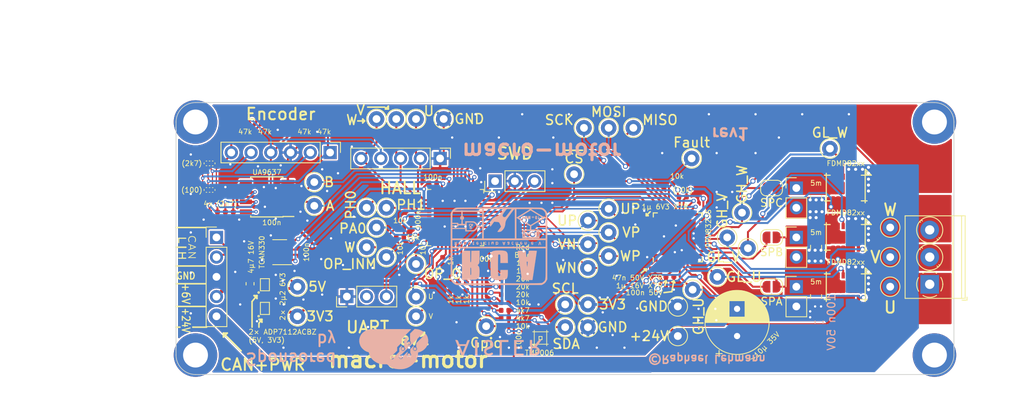
<source format=kicad_pcb>
(kicad_pcb (version 20171130) (host pcbnew 5.0.0-4.fc29)
  (layers (0 F.Cu signal hide) (31 B.Cu signal) (34 B.Paste user) (35 F.Paste user) (36 B.SilkS user) (37 F.SilkS user) (38 B.Mask user) (39 F.Mask user) (44 Edge.Cuts user))
  (net 0 "")
  (net 1 +6V)
  (net 2 GND)
  (net 3 +3V3)
  (net 4 +5V)
  (net 5 +24V)
  (net 6 /Motor_Driver/3V3_DRV)
  (net 7 /Motor_Driver/VCP)
  (net 8 /Motor_Driver/CPL)
  (net 9 /Motor_Driver/CPH)
  (net 10 /Microcontroller/~RST)
  (net 11 /Microcontroller/Led)
  (net 12 /Microcontroller/LedCom)
  (net 13 /CAN/CAN_L)
  (net 14 /CAN/CAN_H)
  (net 15 /Microcontroller/Gpio)
  (net 16 /Microcontroller/HallU)
  (net 17 /Microcontroller/HallV)
  (net 18 /Microcontroller/HallW)
  (net 19 /Motor_Driver/OUT_U)
  (net 20 /Motor_Driver/OUT_V)
  (net 21 /Motor_Driver/OUT_W)
  (net 22 /Encoder/A)
  (net 23 /Encoder/B)
  (net 24 "Net-(J301-Pad1)")
  (net 25 "Net-(J301-Pad2)")
  (net 26 "Net-(J302-Pad1)")
  (net 27 /Microcontroller/I2C_SCL)
  (net 28 /Microcontroller/I2C_SDA)
  (net 29 /Microcontroller/SWCLK)
  (net 30 /Microcontroller/SWDIO)
  (net 31 /Microcontroller/TX)
  (net 32 /Microcontroller/OP_INM)
  (net 33 /Microcontroller/OP_OUT)
  (net 34 "Net-(JP301-Pad1)")
  (net 35 "Net-(JP302-Pad1)")
  (net 36 "Net-(JP303-Pad1)")
  (net 37 /Motor_Driver/GL_W)
  (net 38 /Motor_Driver/GH_W)
  (net 39 /Motor_Driver/GH_V)
  (net 40 /Motor_Driver/GL_V)
  (net 41 /Motor_Driver/GH_U)
  (net 42 /Motor_Driver/GL_U)
  (net 43 /Microcontroller/BemfW)
  (net 44 /Microcontroller/BemfV)
  (net 45 /Microcontroller/BemfU)
  (net 46 /Microcontroller/MISO)
  (net 47 "Net-(R603-Pad1)")
  (net 48 /Microcontroller/CurrentU)
  (net 49 /Microcontroller/CurrentV)
  (net 50 /Microcontroller/CurrentW)
  (net 51 /Motor_Driver/IN_U_P)
  (net 52 /Motor_Driver/IN_U_N)
  (net 53 /Motor_Driver/IN_V_P)
  (net 54 /Motor_Driver/IN_V_N)
  (net 55 /Motor_Driver/IN_W_P)
  (net 56 /Motor_Driver/IN_W_N)
  (net 57 /Microcontroller/MOSI)
  (net 58 /Microcontroller/SCK)
  (net 59 /Microcontroller/CS)
  (net 60 /Microcontroller/Fault)
  (net 61 /Motor_Driver/ENABLE)
  (net 62 /CAN/CAN_TX)
  (net 63 /CAN/CAN_RX)
  (net 64 "Net-(J204-Pad1)")
  (net 65 "Net-(J204-Pad2)")
  (net 66 "Net-(J204-Pad5)")
  (net 67 "Net-(J204-Pad6)")
  (net 68 /Microcontroller/PH0)
  (net 69 /Microcontroller/PH1)
  (net 70 /Microcontroller/PA0)
  (net 71 "Net-(C203-Pad2)")
  (net 72 "Net-(C204-Pad2)")
  (net 73 "Net-(C202-Pad2)")
  (net 74 "Net-(C205-Pad2)")
  (module MountingHole:MountingHole_3.2mm_M3_DIN965_Pad (layer F.Cu) (at 105 55)
    (fp_text reference REF** hide)
    (fp_text value MountingHole_3.2mm_M3_DIN965_Pad hide)
    (pad 1 thru_hole circle (at 0 0) (size 5.6 5.6) (drill 3.2) (layers *.Cu *.Mask))
  )
  (module MountingHole:MountingHole_3.2mm_M3_DIN965_Pad (layer F.Cu) (at 105 85)
    (fp_text reference REF** hide)
    (fp_text value MountingHole_3.2mm_M3_DIN965_Pad hide)
    (pad 1 thru_hole circle (at 0 0) (size 5.6 5.6) (drill 3.2) (layers *.Cu *.Mask))
  )
  (module MountingHole:MountingHole_3.2mm_M3_DIN965_Pad (layer F.Cu) (at 200 85)
    (fp_text reference REF** hide)
    (fp_text value MountingHole_3.2mm_M3_DIN965_Pad hide)
    (pad 1 thru_hole circle (at 0 0) (size 5.6 5.6) (drill 3.2) (layers *.Cu *.Mask))
  )
  (module Capacitor_SMD:C_0402_1005Metric (layer F.Cu) (at 116.863 67.945 180)
    (fp_text reference C201 hide)
    (fp_text value 100n (at 2.055 0 180) (layer F.SilkS) (effects (font (size 0.65 0.65) (thickness 0.1))))
    (pad 1 smd roundrect (at -0.485 0 180) (size 0.59 0.64) (layers F.Cu F.Paste F.Mask) (net 3 +3V3))
    (pad 2 smd roundrect (at 0.485 0 180) (size 0.59 0.64) (layers F.Cu F.Paste F.Mask) (net 2 GND))
  )
  (module Connector_PinHeader_2.54mm:PinHeader_1x03_P2.54mm_Vertical (layer F.Cu) (at 124.46 77.47 90)
    (fp_text reference J604 hide)
    (fp_text value UART (at -3.937 2.667 180) (layer F.SilkS) (effects (font (size 1.5 1.5) (thickness 0.25))))
    (pad 1 thru_hole rect (at 0 0 90) (size 1.7 1.7) (drill 1) (layers *.Cu *.Mask) (net 2 GND))
    (pad 2 thru_hole oval (at 0 2.54 90) (size 1.7 1.7) (drill 1) (layers *.Cu *.Mask))
    (pad 3 thru_hole oval (at 0 5.08 90) (size 1.7 1.7) (drill 1) (layers *.Cu *.Mask) (net 31 /Microcontroller/TX))
  )
  (module Capacitor_SMD:C_0603_1608Metric (layer F.Cu) (at 112.014 75.819 90)
    (fp_text reference C101 hide)
    (fp_text value "4µ7 16V" (at 3.429 0.127 90) (layer F.SilkS) (effects (font (size 0.65 0.65) (thickness 0.1))))
    (pad 1 smd roundrect (at -0.7875 0 90) (size 0.875 0.95) (layers F.Cu F.Paste F.Mask) (net 1 +6V))
    (pad 2 smd roundrect (at 0.7875 0 90) (size 0.875 0.95) (layers F.Cu F.Paste F.Mask) (net 2 GND))
  )
  (module Capacitor_SMD:C_0402_1005Metric (layer F.Cu) (at 115.316 78.994 90)
    (fp_text reference C102 hide)
    (fp_text value "2µ2 6V3" hide)
    (pad 2 smd roundrect (at 0.485 0 90) (size 0.59 0.64) (layers F.Cu F.Paste F.Mask) (net 2 GND))
    (pad 1 smd roundrect (at -0.485 0 90) (size 0.59 0.64) (layers F.Cu F.Paste F.Mask) (net 3 +3V3))
  )
  (module Capacitor_SMD:C_0402_1005Metric (layer F.Cu) (at 115.316 75.946 90)
    (fp_text reference C103 hide)
    (fp_text value "2µ2 6V3" hide)
    (pad 2 smd roundrect (at 0.485 0 90) (size 0.59 0.64) (layers F.Cu F.Paste F.Mask) (net 2 GND))
    (pad 1 smd roundrect (at -0.485 0 90) (size 0.59 0.64) (layers F.Cu F.Paste F.Mask) (net 4 +5V))
  )
  (module Capacitor_THT:CP_Radial_D8.0mm_P3.50mm (layer F.Cu) (at 174.625 82.55 90)
    (fp_text reference C301 hide)
    (fp_text value ">10µ 35V" (at -1.397 3.556 225) (layer F.SilkS) (effects (font (size 0.65 0.65) (thickness 0.1))))
    (pad 1 thru_hole rect (at 0 0 90) (size 1.6 1.6) (drill 0.8) (layers *.Cu *.Mask) (net 5 +24V))
    (pad 2 thru_hole circle (at 3.5 0 90) (size 1.6 1.6) (drill 0.8) (layers *.Cu *.Mask) (net 2 GND))
  )
  (module Capacitor_SMD:C_0603_1608Metric (layer B.Cu) (at 185.166 80.772 90)
    (fp_text reference C302 hide)
    (fp_text value "100n 50V" (at 0 1.584 270) (layer B.SilkS) (effects (justify mirror)))
    (pad 2 smd roundrect (at 0.7875 0 90) (size 0.875 0.95) (layers B.Cu B.Mask) (net 2 GND))
    (pad 1 smd roundrect (at -0.7875 0 90) (size 0.875 0.95) (layers B.Cu B.Mask) (net 5 +24V))
  )
  (module Capacitor_SMD:C_0402_1005Metric (layer F.Cu) (at 166.497 74.422 270)
    (fp_text reference C303 hide)
    (fp_text value "100n 50V" (at 2.54 3.81) (layer F.SilkS) (effects (font (size 0.65 0.65) (thickness 0.1))))
    (pad 1 smd roundrect (at -0.485 0 270) (size 0.59 0.64) (layers F.Cu F.Paste F.Mask) (net 5 +24V))
    (pad 2 smd roundrect (at 0.485 0 270) (size 0.59 0.64) (layers F.Cu F.Paste F.Mask) (net 2 GND))
  )
  (module Capacitor_SMD:C_0402_1005Metric (layer F.Cu) (at 162.687 67.968 270)
    (fp_text reference C304 hide)
    (fp_text value "1µ 6V3 X7R" (at -2.055 -2.667) (layer F.SilkS) (effects (font (size 0.65 0.65) (thickness 0.1))))
    (pad 2 smd roundrect (at 0.485 0 270) (size 0.59 0.64) (layers F.Cu F.Paste F.Mask) (net 6 /Motor_Driver/3V3_DRV))
    (pad 1 smd roundrect (at -0.485 0 270) (size 0.59 0.64) (layers F.Cu F.Paste F.Mask) (net 2 GND))
  )
  (module Capacitor_SMD:C_0402_1005Metric (layer F.Cu) (at 165.481 74.422 270)
    (fp_text reference C305 hide)
    (fp_text value "1µ 16V X7R" (at 1.651 3.429) (layer F.SilkS) (effects (font (size 0.65 0.65) (thickness 0.1))))
    (pad 2 smd roundrect (at 0.485 0 270) (size 0.59 0.64) (layers F.Cu F.Paste F.Mask) (net 5 +24V))
    (pad 1 smd roundrect (at -0.485 0 270) (size 0.59 0.64) (layers F.Cu F.Paste F.Mask) (net 7 /Motor_Driver/VCP))
  )
  (module Capacitor_SMD:C_0402_1005Metric (layer F.Cu) (at 164.084 73.914)
    (fp_text reference C306 hide)
    (fp_text value "47n 50V X7R" (at -2.286 1.143) (layer F.SilkS) (effects (font (size 0.65 0.65) (thickness 0.1))))
    (pad 1 smd roundrect (at -0.485 0) (size 0.59 0.64) (layers F.Cu F.Paste F.Mask) (net 8 /Motor_Driver/CPL))
    (pad 2 smd roundrect (at 0.485 0) (size 0.59 0.64) (layers F.Cu F.Paste F.Mask) (net 9 /Motor_Driver/CPH))
  )
  (module Capacitor_SMD:C_0402_1005Metric (layer F.Cu) (at 118.364 71.755 270)
    (fp_text reference C401 hide)
    (fp_text value 100n (at 0 -0.889 270) (layer F.SilkS) (effects (font (size 0.65 0.65) (thickness 0.1))))
    (pad 1 smd roundrect (at -0.485 0 270) (size 0.59 0.64) (layers F.Cu F.Paste F.Mask) (net 3 +3V3))
    (pad 2 smd roundrect (at 0.485 0 270) (size 0.59 0.64) (layers F.Cu F.Paste F.Mask) (net 2 GND))
  )
  (module Capacitor_SMD:C_0402_1005Metric (layer F.Cu) (at 132.715 67.587 270)
    (fp_text reference C601 hide)
    (fp_text value 100n (at 0 -0.889 270) (layer F.SilkS) (effects (font (size 0.65 0.65) (thickness 0.1))))
    (pad 1 smd roundrect (at -0.485 0 270) (size 0.59 0.64) (layers F.Cu F.Paste F.Mask) (net 10 /Microcontroller/~RST))
    (pad 2 smd roundrect (at 0.485 0 270) (size 0.59 0.64) (layers F.Cu F.Paste F.Mask) (net 2 GND))
  )
  (module Capacitor_SMD:C_0402_1005Metric (layer F.Cu) (at 142.113 71.755 180)
    (fp_text reference C602 hide)
    (fp_text value 100n (at 0 -0.889 180) (layer F.SilkS) (effects (font (size 0.65 0.65) (thickness 0.1))))
    (pad 1 smd roundrect (at -0.485 0 180) (size 0.59 0.64) (layers F.Cu F.Paste F.Mask) (net 3 +3V3))
    (pad 2 smd roundrect (at 0.485 0 180) (size 0.59 0.64) (layers F.Cu F.Paste F.Mask) (net 2 GND))
  )
  (module Capacitor_SMD:C_0402_1005Metric (layer F.Cu) (at 135.509 62.865)
    (fp_text reference C603 hide)
    (fp_text value 100n (at 0 -0.762) (layer F.SilkS) (effects (font (size 0.65 0.65) (thickness 0.1))))
    (pad 1 smd roundrect (at -0.485 0) (size 0.59 0.64) (layers F.Cu F.Paste F.Mask) (net 3 +3V3))
    (pad 2 smd roundrect (at 0.485 0) (size 0.59 0.64) (layers F.Cu F.Paste F.Mask) (net 2 GND))
  )
  (module LED_SMD:LED_0402_1005Metric (layer F.Cu) (at 144.78 72.136)
    (fp_text reference D601 hide)
    (fp_text value Blue (at 2.286 0) (layer F.SilkS) (effects (font (size 0.65 0.65) (thickness 0.1))))
    (pad 1 smd roundrect (at -0.485 0) (size 0.59 0.64) (layers F.Cu F.Paste F.Mask) (net 11 /Microcontroller/Led))
    (pad 2 smd roundrect (at 0.485 0) (size 0.59 0.64) (layers F.Cu F.Paste F.Mask) (net 12 /Microcontroller/LedCom))
  )
  (module LED_SMD:LED_0402_1005Metric (layer F.Cu) (at 144.78 71.12 180)
    (fp_text reference D602 hide)
    (fp_text value Red (at -2.286 0 180) (layer F.SilkS) (effects (font (size 0.65 0.65) (thickness 0.1))))
    (pad 2 smd roundrect (at 0.485 0 180) (size 0.59 0.64) (layers F.Cu F.Paste F.Mask) (net 11 /Microcontroller/Led))
    (pad 1 smd roundrect (at -0.485 0 180) (size 0.59 0.64) (layers F.Cu F.Paste F.Mask) (net 12 /Microcontroller/LedCom))
  )
  (module Connector_PinHeader_2.54mm:PinHeader_1x05_P2.54mm_Vertical (layer F.Cu) (at 107.696 69.85)
    (fp_text reference J101 hide)
    (fp_text value CAN+PWR (at 5.969 16.383) (layer F.SilkS) (effects (font (size 1.5 1.5) (thickness 0.25))))
    (pad 1 thru_hole rect (at 0 0) (size 1.7 1.7) (drill 1) (layers *.Cu *.Mask) (net 13 /CAN/CAN_L))
    (pad 2 thru_hole oval (at 0 2.54) (size 1.7 1.7) (drill 1) (layers *.Cu *.Mask) (net 14 /CAN/CAN_H))
    (pad 3 thru_hole oval (at 0 5.08) (size 1.7 1.7) (drill 1) (layers *.Cu *.Mask) (net 2 GND))
    (pad 4 thru_hole oval (at 0 7.62) (size 1.7 1.7) (drill 1) (layers *.Cu *.Mask) (net 1 +6V))
    (pad 5 thru_hole oval (at 0 10.16) (size 1.7 1.7) (drill 1) (layers *.Cu *.Mask) (net 5 +24V))
  )
  (module Connector_Pin:Pin_D1.0mm_L10.0mm (layer F.Cu) (at 118.11 80.01)
    (fp_text reference J102 hide)
    (fp_text value 3V3 (at 2.921 0) (layer F.SilkS) (effects (font (size 1.25 1.25) (thickness 0.2))))
    (pad 1 thru_hole circle (at 0 0) (size 2 2) (drill 1) (layers *.Cu *.Mask) (net 3 +3V3))
  )
  (module Connector_Pin:Pin_D1.0mm_L10.0mm (layer F.Cu) (at 118.11 76.2)
    (fp_text reference J103 hide)
    (fp_text value 5V (at 2.54 0) (layer F.SilkS) (effects (font (size 1.25 1.25) (thickness 0.2))))
    (pad 1 thru_hole circle (at 0 0) (size 2 2) (drill 1) (layers *.Cu *.Mask) (net 4 +5V))
  )
  (module Connector_Pin:Pin_D1.0mm_L10.0mm (layer F.Cu) (at 136.906 54.61)
    (fp_text reference J104 hide)
    (fp_text value GND (at 3.302 0) (layer F.SilkS) (effects (font (size 1.25 1.25) (thickness 0.2))))
    (pad 1 thru_hole circle (at 0 0) (size 2 2) (drill 1) (layers *.Cu *.Mask) (net 2 GND))
  )
  (module Connector_Pin:Pin_D1.0mm_L10.0mm (layer F.Cu) (at 142.367 81.28)
    (fp_text reference J105 hide)
    (fp_text value Gpio (at 0 2.159) (layer F.SilkS) (effects (font (size 1.25 1.25) (thickness 0.2))))
    (pad 1 thru_hole circle (at 0 0) (size 2 2) (drill 1) (layers *.Cu *.Mask) (net 15 /Microcontroller/Gpio))
  )
  (module Connector_Pin:Pin_D1.0mm_L10.0mm (layer F.Cu) (at 133.35 54.61)
    (fp_text reference J106 hide)
    (fp_text value U (at 1.651 -1.016) (layer F.SilkS) (effects (font (size 1.25 1.25) (thickness 0.2))))
    (pad 1 thru_hole circle (at 0 0) (size 2 2) (drill 1) (layers *.Cu *.Mask) (net 16 /Microcontroller/HallU))
  )
  (module Connector_Pin:Pin_D1.0mm_L10.0mm (layer F.Cu) (at 130.81 54.61)
    (fp_text reference J107 hide)
    (fp_text value V (at -4.572 -1.143) (layer F.SilkS) (effects (font (size 1.25 1.25) (thickness 0.2))))
    (pad 1 thru_hole circle (at 0 0) (size 2 2) (drill 1) (layers *.Cu *.Mask) (net 17 /Microcontroller/HallV))
  )
  (module Connector_Pin:Pin_D1.0mm_L10.0mm (layer F.Cu) (at 128.27 54.61)
    (fp_text reference J108 hide)
    (fp_text value W (at -3.175 0.127) (layer F.SilkS) (effects (font (size 1.25 1.25) (thickness 0.2))))
    (pad 1 thru_hole circle (at 0 0) (size 2 2) (drill 1) (layers *.Cu *.Mask) (net 18 /Microcontroller/HallW))
  )
  (module TerminalBlock_Phoenix:TerminalBlock_Phoenix_PT-1,5-3-3.5-H_1x03_P3.50mm_Horizontal (layer F.Cu) (at 199.39 75.89 90)
    (fp_text reference J109 hide)
    (fp_text value Conn_01x03_Female hide)
    (pad 1 thru_hole rect (at 0 0 90) (size 2.4 2.4) (drill 1.2) (layers *.Cu *.Mask) (net 19 /Motor_Driver/OUT_U))
    (pad 2 thru_hole circle (at 3.5 0 90) (size 2.4 2.4) (drill 1.2) (layers *.Cu *.Mask) (net 20 /Motor_Driver/OUT_V))
    (pad 3 thru_hole circle (at 7 0 90) (size 2.4 2.4) (drill 1.2) (layers *.Cu *.Mask) (net 21 /Motor_Driver/OUT_W))
  )
  (module Connector_Pin:Pin_D1.0mm_L10.0mm (layer F.Cu) (at 120.269 62.738)
    (fp_text reference J202 hide)
    (fp_text value B (at 1.905 0) (layer F.SilkS) (effects (font (size 1.25 1.25) (thickness 0.2))))
    (pad 1 thru_hole circle (at 0 0) (size 2 2) (drill 1) (layers *.Cu *.Mask) (net 23 /Encoder/B))
  )
  (module Connector_Pin:Pin_D1.0mm_L10.0mm (layer F.Cu) (at 120.269 65.786)
    (fp_text reference J203 hide)
    (fp_text value A (at 2.032 0) (layer F.SilkS) (effects (font (size 1.25 1.25) (thickness 0.2))))
    (pad 1 thru_hole circle (at 0 0) (size 2 2) (drill 1) (layers *.Cu *.Mask) (net 22 /Encoder/A))
  )
  (module Connector_PinHeader_2.54mm:PinHeader_1x02_P2.54mm_Vertical (layer F.Cu) (at 182.245 63.5)
    (fp_text reference J301 hide)
    (fp_text value A hide)
    (pad 1 thru_hole rect (at 0 0) (size 1.7 1.7) (drill 1) (layers *.Cu *.Mask) (net 24 "Net-(J301-Pad1)"))
    (pad 2 thru_hole oval (at 0 2.54) (size 1.7 1.7) (drill 1) (layers *.Cu *.Mask) (net 25 "Net-(J301-Pad2)"))
  )
  (module Connector_PinHeader_2.54mm:PinHeader_1x02_P2.54mm_Vertical (layer F.Cu) (at 182.245 69.85)
    (fp_text reference J302 hide)
    (fp_text value B hide)
    (pad 1 thru_hole rect (at 0 0) (size 1.7 1.7) (drill 1) (layers *.Cu *.Mask) (net 26 "Net-(J302-Pad1)"))
    (pad 2 thru_hole oval (at 0 2.54) (size 1.7 1.7) (drill 1) (layers *.Cu *.Mask) (net 25 "Net-(J301-Pad2)"))
  )
  (module Connector_PinHeader_2.54mm:PinHeader_1x02_P2.54mm_Vertical (layer F.Cu) (at 182.245 76.2)
    (fp_text reference J303 hide)
    (fp_text value C hide)
    (pad 2 thru_hole oval (at 0 2.54) (size 1.7 1.7) (drill 1) (layers *.Cu *.Mask) (net 2 GND))
    (pad 1 thru_hole rect (at 0 0) (size 1.7 1.7) (drill 1) (layers *.Cu *.Mask) (net 25 "Net-(J301-Pad2)"))
  )
  (module Connector_Pin:Pin_D1.0mm_L10.0mm (layer F.Cu) (at 152.527 78.486)
    (fp_text reference J501 hide)
    (fp_text value SCL (at 0 -2.05) (layer F.SilkS) (effects (font (size 1.25 1.25) (thickness 0.2))))
    (pad 1 thru_hole circle (at 0 0) (size 2 2) (drill 1) (layers *.Cu *.Mask) (net 27 /Microcontroller/I2C_SCL))
  )
  (module Connector_Pin:Pin_D1.0mm_L10.0mm (layer F.Cu) (at 152.527 81.407)
    (fp_text reference J502 hide)
    (fp_text value SDA (at 0.127 2.159) (layer F.SilkS) (effects (font (size 1.25 1.25) (thickness 0.2))))
    (pad 1 thru_hole circle (at 0 0) (size 2 2) (drill 1) (layers *.Cu *.Mask) (net 28 /Microcontroller/I2C_SDA))
  )
  (module Connector_Pin:Pin_D1.0mm_L10.0mm (layer F.Cu) (at 155.448 78.486)
    (fp_text reference J503 hide)
    (fp_text value 3V3 (at 3.175 0) (layer F.SilkS) (effects (font (size 1.25 1.25) (thickness 0.2))))
    (pad 1 thru_hole circle (at 0 0) (size 2 2) (drill 1) (layers *.Cu *.Mask) (net 3 +3V3))
  )
  (module Connector_Pin:Pin_D1.0mm_L10.0mm (layer F.Cu) (at 155.448 81.407)
    (fp_text reference J504 hide)
    (fp_text value GND (at 3.175 0) (layer F.SilkS) (effects (font (size 1.25 1.25) (thickness 0.2))))
    (pad 1 thru_hole circle (at 0 0) (size 2 2) (drill 1) (layers *.Cu *.Mask) (net 2 GND))
  )
  (module Connector_PinHeader_2.54mm:PinHeader_1x03_P2.54mm_Vertical (layer F.Cu) (at 143.51 62.611 90)
    (fp_text reference J601 hide)
    (fp_text value SWD (at 3.556 2.54 180) (layer F.SilkS) (effects (font (size 1.5 1.5) (thickness 0.25))))
    (pad 1 thru_hole rect (at 0 0 90) (size 1.7 1.7) (drill 1) (layers *.Cu *.Mask) (net 29 /Microcontroller/SWCLK))
    (pad 2 thru_hole oval (at 0 2.54 90) (size 1.7 1.7) (drill 1) (layers *.Cu *.Mask) (net 2 GND))
    (pad 3 thru_hole oval (at 0 5.08 90) (size 1.7 1.7) (drill 1) (layers *.Cu *.Mask) (net 30 /Microcontroller/SWDIO))
  )
  (module Connector_Pin:Pin_D1.0mm_L10.0mm (layer F.Cu) (at 129.54 72.39)
    (fp_text reference J605 hide)
    (fp_text value OP_INM (at -4.699 0.889) (layer F.SilkS) (effects (font (size 1.25 1.25) (thickness 0.2))))
    (pad 1 thru_hole circle (at 0 0) (size 2 2) (drill 1) (layers *.Cu *.Mask) (net 32 /Microcontroller/OP_INM))
  )
  (module Connector_Pin:Pin_D1.0mm_L10.0mm (layer F.Cu) (at 133.35 73.279)
    (fp_text reference J606 hide)
    (fp_text value OP_OUT (at 4.572 1.27) (layer F.SilkS) (effects (font (size 1.25 1.25) (thickness 0.2))))
    (pad 1 thru_hole circle (at 0 0) (size 2 2) (drill 1) (layers *.Cu *.Mask) (net 33 /Microcontroller/OP_OUT))
  )
  (module Connector_Pin:Pin_D1.0mm_L10.0mm (layer F.Cu) (at 128.27 68.58)
    (fp_text reference J607 hide)
    (fp_text value PA0 (at -3.048 0.127) (layer F.SilkS) (effects (font (size 1.25 1.25) (thickness 0.2))))
    (pad 1 thru_hole circle (at 0 0) (size 2 2) (drill 1) (layers *.Cu *.Mask) (net 70 /Microcontroller/PA0))
  )
  (module Connector_Pin:Pin_D1.0mm_L10.0mm (layer F.Cu) (at 129.54 66.04)
    (fp_text reference J608 hide)
    (fp_text value PH1 (at 3.175 -0.381) (layer F.SilkS) (effects (font (size 1.25 1.25) (thickness 0.2))))
    (pad 1 thru_hole circle (at 0 0) (size 2 2) (drill 1) (layers *.Cu *.Mask) (net 69 /Microcontroller/PH1))
  )
  (module Connector_Pin:Pin_D1.0mm_L10.0mm (layer F.Cu) (at 127 66.04)
    (fp_text reference J609 hide)
    (fp_text value PH0 (at -2.032 -0.381 90) (layer F.SilkS) (effects (font (size 1.25 1.25) (thickness 0.2))))
    (pad 1 thru_hole circle (at 0 0) (size 2 2) (drill 1) (layers *.Cu *.Mask) (net 68 /Microcontroller/PH0))
  )
  (module Jumper:SolderJumper-2_P1.3mm_Open_RoundedPad1.0x1.5mm (layer F.Cu) (at 179.055 63.5)
    (fp_text reference JP301 hide)
    (fp_text value SPC (at 0 1.9) (layer F.SilkS))
    (pad 2 smd custom (at 0.65 0) (size 1 0.5) (layers F.Cu F.Mask) (net 24 "Net-(J301-Pad1)") (options (clearance outline) (anchor rect)) (primitives (gr_circle (center 0 0.25) (end 0.5 0.25) (width 0)) (gr_circle (center 0 -0.25) (end 0.5 -0.25) (width 0)) (gr_poly (pts (xy 0 -0.75) (xy -0.5 -0.75) (xy -0.5 0.75) (xy 0 0.75)) (width 0))))
    (pad 1 smd custom (at -0.65 0) (size 1 0.5) (layers F.Cu F.Mask) (net 34 "Net-(JP301-Pad1)") (options (clearance outline) (anchor rect)) (primitives (gr_circle (center 0 0.25) (end 0.5 0.25) (width 0)) (gr_circle (center 0 -0.25) (end 0.5 -0.25) (width 0)) (gr_poly (pts (xy 0 -0.75) (xy 0.5 -0.75) (xy 0.5 0.75) (xy 0 0.75)) (width 0))))
  )
  (module Jumper:SolderJumper-2_P1.3mm_Open_RoundedPad1.0x1.5mm (layer F.Cu) (at 179.055 69.85)
    (fp_text reference JP302 hide)
    (fp_text value SPB (at 0 1.9) (layer F.SilkS))
    (pad 1 smd custom (at -0.65 0) (size 1 0.5) (layers F.Cu F.Mask) (net 35 "Net-(JP302-Pad1)") (options (clearance outline) (anchor rect)) (primitives (gr_circle (center 0 0.25) (end 0.5 0.25) (width 0)) (gr_circle (center 0 -0.25) (end 0.5 -0.25) (width 0)) (gr_poly (pts (xy 0 -0.75) (xy 0.5 -0.75) (xy 0.5 0.75) (xy 0 0.75)) (width 0))))
    (pad 2 smd custom (at 0.65 0) (size 1 0.5) (layers F.Cu F.Mask) (net 26 "Net-(J302-Pad1)") (options (clearance outline) (anchor rect)) (primitives (gr_circle (center 0 0.25) (end 0.5 0.25) (width 0)) (gr_circle (center 0 -0.25) (end 0.5 -0.25) (width 0)) (gr_poly (pts (xy 0 -0.75) (xy -0.5 -0.75) (xy -0.5 0.75) (xy 0 0.75)) (width 0))))
  )
  (module Jumper:SolderJumper-2_P1.3mm_Open_RoundedPad1.0x1.5mm (layer F.Cu) (at 179.055 76.2)
    (fp_text reference JP303 hide)
    (fp_text value SPA (at 0 1.9) (layer F.SilkS))
    (pad 1 smd custom (at -0.65 0) (size 1 0.5) (layers F.Cu F.Mask) (net 36 "Net-(JP303-Pad1)") (options (clearance outline) (anchor rect)) (primitives (gr_circle (center 0 0.25) (end 0.5 0.25) (width 0)) (gr_circle (center 0 -0.25) (end 0.5 -0.25) (width 0)) (gr_poly (pts (xy 0 -0.75) (xy 0.5 -0.75) (xy 0.5 0.75) (xy 0 0.75)) (width 0))))
    (pad 2 smd custom (at 0.65 0) (size 1 0.5) (layers F.Cu F.Mask) (net 25 "Net-(J301-Pad2)") (options (clearance outline) (anchor rect)) (primitives (gr_circle (center 0 0.25) (end 0.5 0.25) (width 0)) (gr_circle (center 0 -0.25) (end 0.5 -0.25) (width 0)) (gr_poly (pts (xy 0 -0.75) (xy -0.5 -0.75) (xy -0.5 0.75) (xy 0 0.75)) (width 0))))
  )
  (module DFN-12-2EP_3.3x5mm_Pitch0.65mm:DFN-12-2EP_3.3x5mm_Pitch0.65mm (layer F.Cu) (at 188.595 63.5)
    (fp_text reference Q301 hide)
    (fp_text value FDMD82xx (at 0 -3.175) (layer F.SilkS) (effects (font (size 0.65 0.65) (thickness 0.1))))
    (pad 14 smd rect (at -1.2825 0) (size 2.135 1.44) (layers F.Cu F.Mask) (net 24 "Net-(J301-Pad1)"))
    (pad 13 smd rect (at 1.2825 0) (size 2.135 1.44) (layers F.Cu F.Mask) (net 5 +24V))
    (pad 9 smd rect (at -0.325 1.455) (size 0.42 0.79) (layers F.Cu F.Paste F.Mask) (net 21 /Motor_Driver/OUT_W))
    (pad 10 smd rect (at 0.325 1.455) (size 0.42 0.79) (layers F.Cu F.Paste F.Mask) (net 21 /Motor_Driver/OUT_W))
    (pad 8 smd rect (at -0.975 1.455) (size 0.42 0.79) (layers F.Cu F.Paste F.Mask) (net 21 /Motor_Driver/OUT_W))
    (pad 6 smd rect (at -1.625 -1.455) (size 0.42 0.79) (layers F.Cu F.Paste F.Mask) (net 24 "Net-(J301-Pad1)"))
    (pad 7 smd rect (at -1.625 1.455) (size 0.42 0.79) (layers F.Cu F.Paste F.Mask) (net 21 /Motor_Driver/OUT_W))
    (pad 5 smd rect (at -0.975 -1.455) (size 0.42 0.79) (layers F.Cu F.Paste F.Mask) (net 24 "Net-(J301-Pad1)"))
    (pad 4 smd rect (at -0.325 -1.455) (size 0.42 0.79) (layers F.Cu F.Paste F.Mask) (net 37 /Motor_Driver/GL_W))
    (pad 3 smd rect (at 0.325 -1.455) (size 0.42 0.79) (layers F.Cu F.Paste F.Mask) (net 5 +24V))
    (pad 11 smd rect (at 0.975 1.455) (size 0.42 0.79) (layers F.Cu F.Paste F.Mask) (net 21 /Motor_Driver/OUT_W))
    (pad 1 smd rect (at 1.625 -1.455) (size 0.42 0.79) (layers F.Cu F.Paste F.Mask) (net 5 +24V))
    (pad 2 smd rect (at 0.975 -1.455) (size 0.42 0.79) (layers F.Cu F.Paste F.Mask) (net 5 +24V))
    (pad 12 smd rect (at 1.625 1.455) (size 0.42 0.79) (layers F.Cu F.Paste F.Mask) (net 38 /Motor_Driver/GH_W))
  )
  (module DFN-12-2EP_3.3x5mm_Pitch0.65mm:DFN-12-2EP_3.3x5mm_Pitch0.65mm (layer F.Cu) (at 188.595 69.85)
    (fp_text reference Q302 hide)
    (fp_text value FDMD82xx (at 0 -3.175) (layer F.SilkS) (effects (font (size 0.65 0.65) (thickness 0.1))))
    (pad 12 smd rect (at 1.625 1.455) (size 0.42 0.79) (layers F.Cu F.Paste F.Mask) (net 39 /Motor_Driver/GH_V))
    (pad 2 smd rect (at 0.975 -1.455) (size 0.42 0.79) (layers F.Cu F.Paste F.Mask) (net 5 +24V))
    (pad 1 smd rect (at 1.625 -1.455) (size 0.42 0.79) (layers F.Cu F.Paste F.Mask) (net 5 +24V))
    (pad 11 smd rect (at 0.975 1.455) (size 0.42 0.79) (layers F.Cu F.Paste F.Mask) (net 20 /Motor_Driver/OUT_V))
    (pad 3 smd rect (at 0.325 -1.455) (size 0.42 0.79) (layers F.Cu F.Paste F.Mask) (net 5 +24V))
    (pad 4 smd rect (at -0.325 -1.455) (size 0.42 0.79) (layers F.Cu F.Paste F.Mask) (net 40 /Motor_Driver/GL_V))
    (pad 5 smd rect (at -0.975 -1.455) (size 0.42 0.79) (layers F.Cu F.Paste F.Mask) (net 26 "Net-(J302-Pad1)"))
    (pad 7 smd rect (at -1.625 1.455) (size 0.42 0.79) (layers F.Cu F.Paste F.Mask) (net 20 /Motor_Driver/OUT_V))
    (pad 6 smd rect (at -1.625 -1.455) (size 0.42 0.79) (layers F.Cu F.Paste F.Mask) (net 26 "Net-(J302-Pad1)"))
    (pad 8 smd rect (at -0.975 1.455) (size 0.42 0.79) (layers F.Cu F.Paste F.Mask) (net 20 /Motor_Driver/OUT_V))
    (pad 10 smd rect (at 0.325 1.455) (size 0.42 0.79) (layers F.Cu F.Paste F.Mask) (net 20 /Motor_Driver/OUT_V))
    (pad 9 smd rect (at -0.325 1.455) (size 0.42 0.79) (layers F.Cu F.Paste F.Mask) (net 20 /Motor_Driver/OUT_V))
    (pad 13 smd rect (at 1.2825 0) (size 2.135 1.44) (layers F.Cu F.Mask) (net 5 +24V))
    (pad 14 smd rect (at -1.2825 0) (size 2.135 1.44) (layers F.Cu F.Mask) (net 26 "Net-(J302-Pad1)"))
  )
  (module DFN-12-2EP_3.3x5mm_Pitch0.65mm:DFN-12-2EP_3.3x5mm_Pitch0.65mm (layer F.Cu) (at 188.595 76.2)
    (fp_text reference Q303 hide)
    (fp_text value FDMD82xx (at 0 -3.175) (layer F.SilkS) (effects (font (size 0.65 0.65) (thickness 0.1))))
    (pad 12 smd rect (at 1.625 1.455) (size 0.42 0.79) (layers F.Cu F.Paste F.Mask) (net 41 /Motor_Driver/GH_U))
    (pad 2 smd rect (at 0.975 -1.455) (size 0.42 0.79) (layers F.Cu F.Paste F.Mask) (net 5 +24V))
    (pad 1 smd rect (at 1.625 -1.455) (size 0.42 0.79) (layers F.Cu F.Paste F.Mask) (net 5 +24V))
    (pad 11 smd rect (at 0.975 1.455) (size 0.42 0.79) (layers F.Cu F.Paste F.Mask) (net 19 /Motor_Driver/OUT_U))
    (pad 3 smd rect (at 0.325 -1.455) (size 0.42 0.79) (layers F.Cu F.Paste F.Mask) (net 5 +24V))
    (pad 4 smd rect (at -0.325 -1.455) (size 0.42 0.79) (layers F.Cu F.Paste F.Mask) (net 42 /Motor_Driver/GL_U))
    (pad 5 smd rect (at -0.975 -1.455) (size 0.42 0.79) (layers F.Cu F.Paste F.Mask) (net 25 "Net-(J301-Pad2)"))
    (pad 7 smd rect (at -1.625 1.455) (size 0.42 0.79) (layers F.Cu F.Paste F.Mask) (net 19 /Motor_Driver/OUT_U))
    (pad 6 smd rect (at -1.625 -1.455) (size 0.42 0.79) (layers F.Cu F.Paste F.Mask) (net 25 "Net-(J301-Pad2)"))
    (pad 8 smd rect (at -0.975 1.455) (size 0.42 0.79) (layers F.Cu F.Paste F.Mask) (net 19 /Motor_Driver/OUT_U))
    (pad 10 smd rect (at 0.325 1.455) (size 0.42 0.79) (layers F.Cu F.Paste F.Mask) (net 19 /Motor_Driver/OUT_U))
    (pad 9 smd rect (at -0.325 1.455) (size 0.42 0.79) (layers F.Cu F.Paste F.Mask) (net 19 /Motor_Driver/OUT_U))
    (pad 13 smd rect (at 1.2825 0) (size 2.135 1.44) (layers F.Cu F.Mask) (net 5 +24V))
    (pad 14 smd rect (at -1.2825 0) (size 2.135 1.44) (layers F.Cu F.Mask) (net 25 "Net-(J301-Pad2)"))
  )
  (module Resistor_SMD:R_0402_1005Metric (layer F.Cu) (at 144.78 81.28)
    (fp_text reference R101 hide)
    (fp_text value 10k (at 2.286 0) (layer F.SilkS) (effects (font (size 0.65 0.65) (thickness 0.1))))
    (pad 2 smd roundrect (at 0.485 0) (size 0.59 0.64) (layers F.Cu F.Paste F.Mask) (net 3 +3V3))
    (pad 1 smd roundrect (at -0.485 0) (size 0.59 0.64) (layers F.Cu F.Paste F.Mask) (net 15 /Microcontroller/Gpio))
  )
  (module Resistor_SMD:R_0402_1005Metric (layer F.Cu) (at 139.827 76.2 270)
    (fp_text reference R102 hide)
    (fp_text value 1k (at 1.651 0 270) (layer F.SilkS) (effects (font (size 0.65 0.65) (thickness 0.1))))
    (pad 1 smd roundrect (at -0.485 0 270) (size 0.59 0.64) (layers F.Cu F.Paste F.Mask) (net 43 /Microcontroller/BemfW))
    (pad 2 smd roundrect (at 0.485 0 270) (size 0.59 0.64) (layers F.Cu F.Paste F.Mask) (net 2 GND))
  )
  (module Resistor_SMD:R_0402_1005Metric (layer F.Cu) (at 138.811 76.2 270)
    (fp_text reference R103 hide)
    (fp_text value 1k (at 1.651 0 270) (layer F.SilkS) (effects (font (size 0.65 0.65) (thickness 0.1))))
    (pad 1 smd roundrect (at -0.485 0 270) (size 0.59 0.64) (layers F.Cu F.Paste F.Mask) (net 44 /Microcontroller/BemfV))
    (pad 2 smd roundrect (at 0.485 0 270) (size 0.59 0.64) (layers F.Cu F.Paste F.Mask) (net 2 GND))
  )
  (module Resistor_SMD:R_0402_1005Metric (layer F.Cu) (at 137.795 76.2 270)
    (fp_text reference R104 hide)
    (fp_text value 1k (at 1.651 0 270) (layer F.SilkS) (effects (font (size 0.65 0.65) (thickness 0.1))))
    (pad 1 smd roundrect (at -0.485 0 270) (size 0.59 0.64) (layers F.Cu F.Paste F.Mask) (net 45 /Microcontroller/BemfU))
    (pad 2 smd roundrect (at 0.485 0 270) (size 0.59 0.64) (layers F.Cu F.Paste F.Mask) (net 2 GND))
  )
  (module Resistor_SMD:R_0402_1005Metric (layer F.Cu) (at 144.78 77.216 180)
    (fp_text reference R105 hide)
    (fp_text value 20k (at -2.286 0 180) (layer F.SilkS) (effects (font (size 0.65 0.65) (thickness 0.1))))
    (pad 2 smd roundrect (at 0.485 0 180) (size 0.59 0.64) (layers F.Cu F.Paste F.Mask) (net 45 /Microcontroller/BemfU))
    (pad 1 smd roundrect (at -0.485 0 180) (size 0.59 0.64) (layers F.Cu F.Paste F.Mask) (net 19 /Motor_Driver/OUT_U))
  )
  (module Resistor_SMD:R_0402_1005Metric (layer F.Cu) (at 144.78 76.2 180)
    (fp_text reference R106 hide)
    (fp_text value 20k (at -2.286 0 180) (layer F.SilkS) (effects (font (size 0.65 0.65) (thickness 0.1))))
    (pad 2 smd roundrect (at 0.485 0 180) (size 0.59 0.64) (layers F.Cu F.Paste F.Mask) (net 44 /Microcontroller/BemfV))
    (pad 1 smd roundrect (at -0.485 0 180) (size 0.59 0.64) (layers F.Cu F.Paste F.Mask) (net 20 /Motor_Driver/OUT_V))
  )
  (module Resistor_SMD:R_0402_1005Metric (layer F.Cu) (at 144.78 75.184 180)
    (fp_text reference R107 hide)
    (fp_text value 20k (at -2.286 0 180) (layer F.SilkS) (effects (font (size 0.65 0.65) (thickness 0.1))))
    (pad 2 smd roundrect (at 0.485 0 180) (size 0.59 0.64) (layers F.Cu F.Paste F.Mask) (net 43 /Microcontroller/BemfW))
    (pad 1 smd roundrect (at -0.485 0 180) (size 0.59 0.64) (layers F.Cu F.Paste F.Mask) (net 21 /Motor_Driver/OUT_W))
  )
  (module Resistor_SMD:R_0402_1005Metric (layer F.Cu) (at 166.901 62.865)
    (fp_text reference R301 hide)
    (fp_text value 10k (at 0 -0.889) (layer F.SilkS) (effects (font (size 0.65 0.65) (thickness 0.1))))
    (pad 2 smd roundrect (at 0.485 0) (size 0.59 0.64) (layers F.Cu F.Paste F.Mask) (net 3 +3V3))
    (pad 1 smd roundrect (at -0.485 0) (size 0.59 0.64) (layers F.Cu F.Paste F.Mask) (net 46 /Microcontroller/MISO))
  )
  (module Resistor_SMD:R_0805_2012Metric (layer F.Cu) (at 184.785 64.77 270)
    (fp_text reference R302 hide)
    (fp_text value 5m (at -1.905 0) (layer F.SilkS) (effects (font (size 0.65 0.65) (thickness 0.1))))
    (pad 2 smd roundrect (at 0.9375 0 270) (size 0.975 1.4) (layers F.Cu F.Paste F.Mask) (net 25 "Net-(J301-Pad2)"))
    (pad 1 smd roundrect (at -0.9375 0 270) (size 0.975 1.4) (layers F.Cu F.Paste F.Mask) (net 24 "Net-(J301-Pad1)"))
  )
  (module Resistor_SMD:R_0805_2012Metric (layer F.Cu) (at 184.785 71.12 270)
    (fp_text reference R303 hide)
    (fp_text value 5m (at -1.905 0) (layer F.SilkS) (effects (font (size 0.65 0.65) (thickness 0.1))))
    (pad 1 smd roundrect (at -0.9375 0 270) (size 0.975 1.4) (layers F.Cu F.Paste F.Mask) (net 26 "Net-(J302-Pad1)"))
    (pad 2 smd roundrect (at 0.9375 0 270) (size 0.975 1.4) (layers F.Cu F.Paste F.Mask) (net 25 "Net-(J301-Pad2)"))
  )
  (module Resistor_SMD:R_0805_2012Metric (layer F.Cu) (at 184.785 77.47 270)
    (fp_text reference R304 hide)
    (fp_text value 5m (at -1.905 0) (layer F.SilkS) (effects (font (size 0.65 0.65) (thickness 0.1))))
    (pad 1 smd roundrect (at -0.9375 0 270) (size 0.975 1.4) (layers F.Cu F.Paste F.Mask) (net 25 "Net-(J301-Pad2)"))
    (pad 2 smd roundrect (at 0.9375 0 270) (size 0.975 1.4) (layers F.Cu F.Paste F.Mask) (net 2 GND))
  )
  (module Resistor_SMD:R_0402_1005Metric (layer F.Cu) (at 144.78 80.264 180)
    (fp_text reference R501 hide)
    (fp_text value 4k7 (at -2.286 0 180) (layer F.SilkS) (effects (font (size 0.65 0.65) (thickness 0.1))))
    (pad 1 smd roundrect (at -0.485 0 180) (size 0.59 0.64) (layers F.Cu F.Paste F.Mask) (net 3 +3V3))
    (pad 2 smd roundrect (at 0.485 0 180) (size 0.59 0.64) (layers F.Cu F.Paste F.Mask) (net 27 /Microcontroller/I2C_SCL))
  )
  (module Resistor_SMD:R_0402_1005Metric (layer F.Cu) (at 144.78 79.248 180)
    (fp_text reference R502 hide)
    (fp_text value 4k7 (at -2.286 0 180) (layer F.SilkS) (effects (font (size 0.65 0.65) (thickness 0.1))))
    (pad 1 smd roundrect (at -0.485 0 180) (size 0.59 0.64) (layers F.Cu F.Paste F.Mask) (net 3 +3V3))
    (pad 2 smd roundrect (at 0.485 0 180) (size 0.59 0.64) (layers F.Cu F.Paste F.Mask) (net 28 /Microcontroller/I2C_SDA))
  )
  (module Resistor_SMD:R_0402_1005Metric (layer F.Cu) (at 144.78 73.152 180)
    (fp_text reference R601 hide)
    (fp_text value 1k (at -2.032 0 180) (layer F.SilkS) (effects (font (size 0.65 0.65) (thickness 0.1))))
    (pad 2 smd roundrect (at 0.485 0 180) (size 0.59 0.64) (layers F.Cu F.Paste F.Mask) (net 3 +3V3))
    (pad 1 smd roundrect (at -0.485 0 180) (size 0.59 0.64) (layers F.Cu F.Paste F.Mask) (net 12 /Microcontroller/LedCom))
  )
  (module Resistor_SMD:R_0402_1005Metric (layer F.Cu) (at 144.78 74.168)
    (fp_text reference R602 hide)
    (fp_text value 1k (at 2.032 0) (layer F.SilkS) (effects (font (size 0.65 0.65) (thickness 0.1))))
    (pad 1 smd roundrect (at -0.485 0) (size 0.59 0.64) (layers F.Cu F.Paste F.Mask) (net 2 GND))
    (pad 2 smd roundrect (at 0.485 0) (size 0.59 0.64) (layers F.Cu F.Paste F.Mask) (net 12 /Microcontroller/LedCom))
  )
  (module Resistor_SMD:R_0402_1005Metric (layer F.Cu) (at 144.78 78.232)
    (fp_text reference R603 hide)
    (fp_text value 10k (at 2.286 0) (layer F.SilkS) (effects (font (size 0.65 0.65) (thickness 0.1))))
    (pad 2 smd roundrect (at 0.485 0) (size 0.59 0.64) (layers F.Cu F.Paste F.Mask) (net 5 +24V))
    (pad 1 smd roundrect (at -0.485 0) (size 0.59 0.64) (layers F.Cu F.Paste F.Mask) (net 47 "Net-(R603-Pad1)"))
  )
  (module Resistor_SMD:R_0402_1005Metric (layer F.Cu) (at 136.779 72.898 90)
    (fp_text reference R604 hide)
    (fp_text value 1k (at 0 1.016 90) (layer F.SilkS) (effects (font (size 0.65 0.65) (thickness 0.1))))
    (pad 2 smd roundrect (at 0.485 0 90) (size 0.59 0.64) (layers F.Cu F.Paste F.Mask) (net 47 "Net-(R603-Pad1)"))
    (pad 1 smd roundrect (at -0.485 0 90) (size 0.59 0.64) (layers F.Cu F.Paste F.Mask) (net 2 GND))
  )
  (module Resistor_SMD:R_0402_1005Metric (layer F.Cu) (at 132.08 71.12 270)
    (fp_text reference R605 hide)
    (fp_text value 10k (at 0.127 0.762 270) (layer F.SilkS) (effects (font (size 0.65 0.65) (thickness 0.1))))
    (pad 1 smd roundrect (at -0.485 0 270) (size 0.59 0.64) (layers F.Cu F.Paste F.Mask) (net 32 /Microcontroller/OP_INM))
    (pad 2 smd roundrect (at 0.485 0 270) (size 0.59 0.64) (layers F.Cu F.Paste F.Mask) (net 48 /Microcontroller/CurrentU))
  )
  (module Resistor_SMD:R_0402_1005Metric (layer F.Cu) (at 131.295 69.85 180)
    (fp_text reference R606 hide)
    (fp_text value 10k (at -1.674 0 180) (layer F.SilkS) (effects (font (size 0.65 0.65) (thickness 0.1))))
    (pad 2 smd roundrect (at 0.485 0 180) (size 0.59 0.64) (layers F.Cu F.Paste F.Mask) (net 49 /Microcontroller/CurrentV))
    (pad 1 smd roundrect (at -0.485 0 180) (size 0.59 0.64) (layers F.Cu F.Paste F.Mask) (net 32 /Microcontroller/OP_INM))
  )
  (module Resistor_SMD:R_0402_1005Metric (layer F.Cu) (at 131.295 68.58 180)
    (fp_text reference R607 hide)
    (fp_text value 10k (at 0 0.889 180) (layer F.SilkS) (effects (font (size 0.65 0.65) (thickness 0.1))))
    (pad 1 smd roundrect (at -0.485 0 180) (size 0.59 0.64) (layers F.Cu F.Paste F.Mask) (net 32 /Microcontroller/OP_INM))
    (pad 2 smd roundrect (at 0.485 0 180) (size 0.59 0.64) (layers F.Cu F.Paste F.Mask) (net 50 /Microcontroller/CurrentW))
  )
  (module Resistor_SMD:R_0402_1005Metric (layer F.Cu) (at 133.35 71.12 90)
    (fp_text reference R608 hide)
    (fp_text value 10k (at -0.127 0.889 90) (layer F.SilkS) (effects (font (size 0.65 0.65) (thickness 0.1))))
    (pad 1 smd roundrect (at -0.485 0 90) (size 0.59 0.64) (layers F.Cu F.Paste F.Mask) (net 33 /Microcontroller/OP_OUT))
    (pad 2 smd roundrect (at 0.485 0 90) (size 0.59 0.64) (layers F.Cu F.Paste F.Mask) (net 32 /Microcontroller/OP_INM))
  )
  (module Connector_Pin:Pin_D1.0mm_L10.0mm (layer F.Cu) (at 158.115 66.167)
    (fp_text reference TP303 hide)
    (fp_text value UP (at 2.794 0) (layer F.SilkS) (effects (font (size 1.25 1.25) (thickness 0.2))))
    (pad 1 thru_hole circle (at 0 0) (size 2 2) (drill 1) (layers *.Cu *.Mask) (net 51 /Motor_Driver/IN_U_P))
  )
  (module Connector_Pin:Pin_D1.0mm_L10.0mm (layer F.Cu) (at 155.448 67.691)
    (fp_text reference TP304 hide)
    (fp_text value UP (at -2.667 0) (layer F.SilkS) (effects (font (size 1.25 1.25) (thickness 0.2))))
    (pad 1 thru_hole circle (at 0 0) (size 2 2) (drill 1) (layers *.Cu *.Mask) (net 52 /Motor_Driver/IN_U_N))
  )
  (module Connector_Pin:Pin_D1.0mm_L10.0mm (layer F.Cu) (at 158.115 69.215)
    (fp_text reference TP305 hide)
    (fp_text value VP (at 2.921 0) (layer F.SilkS) (effects (font (size 1.25 1.25) (thickness 0.2))))
    (pad 1 thru_hole circle (at 0 0) (size 2 2) (drill 1) (layers *.Cu *.Mask) (net 53 /Motor_Driver/IN_V_P))
  )
  (module Connector_Pin:Pin_D1.0mm_L10.0mm (layer F.Cu) (at 155.448 70.739)
    (fp_text reference TP306 hide)
    (fp_text value VN (at -2.667 0) (layer F.SilkS) (effects (font (size 1.25 1.25) (thickness 0.2))))
    (pad 1 thru_hole circle (at 0 0) (size 2 2) (drill 1) (layers *.Cu *.Mask) (net 54 /Motor_Driver/IN_V_N))
  )
  (module Connector_Pin:Pin_D1.0mm_L10.0mm (layer F.Cu) (at 158.115 72.263)
    (fp_text reference TP307 hide)
    (fp_text value WP (at 2.794 0) (layer F.SilkS) (effects (font (size 1.25 1.25) (thickness 0.2))))
    (pad 1 thru_hole circle (at 0 0) (size 2 2) (drill 1) (layers *.Cu *.Mask) (net 55 /Motor_Driver/IN_W_P))
  )
  (module Connector_Pin:Pin_D1.0mm_L10.0mm (layer F.Cu) (at 155.448 73.787)
    (fp_text reference TP308 hide)
    (fp_text value WN (at -2.794 0) (layer F.SilkS) (effects (font (size 1.25 1.25) (thickness 0.2))))
    (pad 1 thru_hole circle (at 0 0) (size 2 2) (drill 1) (layers *.Cu *.Mask) (net 56 /Motor_Driver/IN_W_N))
  )
  (module Connector_Pin:Pin_D1.0mm_L10.0mm (layer F.Cu) (at 158.115 55.753)
    (fp_text reference TP309 hide)
    (fp_text value MOSI (at 0 -2.05) (layer F.SilkS) (effects (font (size 1.25 1.25) (thickness 0.2))))
    (pad 1 thru_hole circle (at 0 0) (size 2 2) (drill 1) (layers *.Cu *.Mask) (net 57 /Microcontroller/MOSI))
  )
  (module Connector_Pin:Pin_D1.0mm_L10.0mm (layer F.Cu) (at 161.29 55.753)
    (fp_text reference TP310 hide)
    (fp_text value MISO (at 3.429 -1.016) (layer F.SilkS) (effects (font (size 1.25 1.25) (thickness 0.2))))
    (pad 1 thru_hole circle (at 0 0) (size 2 2) (drill 1) (layers *.Cu *.Mask) (net 46 /Microcontroller/MISO))
  )
  (module Connector_Pin:Pin_D1.0mm_L10.0mm (layer F.Cu) (at 154.94 55.753)
    (fp_text reference TP311 hide)
    (fp_text value SCK (at -3.175 -1.016) (layer F.SilkS) (effects (font (size 1.25 1.25) (thickness 0.2))))
    (pad 1 thru_hole circle (at 0 0) (size 2 2) (drill 1) (layers *.Cu *.Mask) (net 58 /Microcontroller/SCK))
  )
  (module Connector_Pin:Pin_D1.0mm_L10.0mm (layer F.Cu) (at 153.67 61.722)
    (fp_text reference TP312 hide)
    (fp_text value ~CS (at 0 -2.05) (layer F.SilkS) (effects (font (size 1.25 1.25) (thickness 0.2))))
    (pad 1 thru_hole circle (at 0 0) (size 2 2) (drill 1) (layers *.Cu *.Mask) (net 59 /Microcontroller/CS))
  )
  (module Connector_Pin:Pin_D1.0mm_L10.0mm (layer F.Cu) (at 127 71.12)
    (fp_text reference TP313 hide)
    (fp_text value W (at -2.159 0) (layer F.SilkS) (effects (font (size 1.25 1.25) (thickness 0.2))))
    (pad 1 thru_hole circle (at 0 0) (size 2 2) (drill 1) (layers *.Cu *.Mask) (net 50 /Microcontroller/CurrentW))
  )
  (module Connector_Pin:Pin_D1.0mm_L10.0mm (layer F.Cu) (at 133.35 80.01)
    (fp_text reference TP314 hide)
    (fp_text value V (at 1.905 0) (layer F.SilkS) (effects (font (size 0.65 0.65) (thickness 0.1))))
    (pad 1 thru_hole circle (at 0 0) (size 2 2) (drill 1) (layers *.Cu *.Mask) (net 49 /Microcontroller/CurrentV))
  )
  (module Connector_Pin:Pin_D1.0mm_L10.0mm (layer F.Cu) (at 133.35 77.47)
    (fp_text reference TP315 hide)
    (fp_text value U (at 1.905 0) (layer F.SilkS) (effects (font (size 0.65 0.65) (thickness 0.1))))
    (pad 1 thru_hole circle (at 0 0) (size 2 2) (drill 1) (layers *.Cu *.Mask) (net 48 /Microcontroller/CurrentU))
  )
  (module Connector_Pin:Pin_D1.0mm_L10.0mm (layer F.Cu) (at 168.91 76.581)
    (fp_text reference TP316 hide)
    (fp_text value GH_U (at 0.762 3.429 90) (layer F.SilkS) (effects (font (size 1.25 1.25) (thickness 0.2))))
    (pad 1 thru_hole circle (at 0 0) (size 2 2) (drill 1) (layers *.Cu *.Mask) (net 41 /Motor_Driver/GH_U))
  )
  (module Connector_Pin:Pin_D1.0mm_L10.0mm (layer F.Cu) (at 172.085 74.93)
    (fp_text reference TP317 hide)
    (fp_text value GL_U (at 3.429 0) (layer F.SilkS) (effects (font (size 1.25 1.25) (thickness 0.2))))
    (pad 1 thru_hole circle (at 0 0) (size 2 2) (drill 1) (layers *.Cu *.Mask) (net 42 /Motor_Driver/GL_U))
  )
  (module Connector_Pin:Pin_D1.0mm_L10.0mm (layer F.Cu) (at 175.26 66.675)
    (fp_text reference TP318 hide)
    (fp_text value GH_W (at 0 -3.683 90) (layer F.SilkS) (effects (font (size 1.25 1.25) (thickness 0.2))))
    (pad 1 thru_hole circle (at 0 0) (size 2 2) (drill 1) (layers *.Cu *.Mask) (net 38 /Motor_Driver/GH_W))
  )
  (module Connector_Pin:Pin_D1.0mm_L10.0mm (layer F.Cu) (at 186.563 58.42)
    (fp_text reference TP319 hide)
    (fp_text value GL_W (at 0 -2.05) (layer F.SilkS) (effects (font (size 1.25 1.25) (thickness 0.2))))
    (pad 1 thru_hole circle (at 0 0) (size 2 2) (drill 1) (layers *.Cu *.Mask) (net 37 /Motor_Driver/GL_W))
  )
  (module Connector_Pin:Pin_D1.0mm_L10.0mm (layer F.Cu) (at 173.355 69.85)
    (fp_text reference TP320 hide)
    (fp_text value GH_V (at -0.635 -3.429 90) (layer F.SilkS) (effects (font (size 1.25 1.25) (thickness 0.2))))
    (pad 1 thru_hole circle (at 0 0) (size 2 2) (drill 1) (layers *.Cu *.Mask) (net 39 /Motor_Driver/GH_V))
  )
  (module Connector_Pin:Pin_D1.0mm_L10.0mm (layer F.Cu) (at 176.022 71.247)
    (fp_text reference TP321 hide)
    (fp_text value GL_V (at -3.175 1.143) (layer F.SilkS) (effects (font (size 1.25 1.25) (thickness 0.2))))
    (pad 1 thru_hole circle (at 0 0) (size 2 2) (drill 1) (layers *.Cu *.Mask) (net 40 /Motor_Driver/GL_V))
  )
  (module Connector_Pin:Pin_D1.0mm_L10.0mm (layer F.Cu) (at 194.31 68.58)
    (fp_text reference TP322 hide)
    (fp_text value W (at 0 -2.286) (layer F.SilkS) (effects (font (size 1.5 1.5) (thickness 0.25))))
    (pad 1 thru_hole circle (at 0 0) (size 2 2) (drill 1) (layers *.Cu *.Mask) (net 21 /Motor_Driver/OUT_W))
  )
  (module Connector_Pin:Pin_D1.0mm_L10.0mm (layer F.Cu) (at 194.31 72.39)
    (fp_text reference TP323 hide)
    (fp_text value V (at -1.905 0) (layer F.SilkS) (effects (font (size 1.5 1.5) (thickness 0.25))))
    (pad 1 thru_hole circle (at 0 0) (size 2 2) (drill 1) (layers *.Cu *.Mask) (net 20 /Motor_Driver/OUT_V))
  )
  (module Connector_Pin:Pin_D1.0mm_L10.0mm (layer F.Cu) (at 194.31 76.2)
    (fp_text reference TP324 hide)
    (fp_text value U (at 0 2.667) (layer F.SilkS) (effects (font (size 1.5 1.5) (thickness 0.25))))
    (pad 1 thru_hole circle (at 0 0) (size 2 2) (drill 1) (layers *.Cu *.Mask) (net 19 /Motor_Driver/OUT_U))
  )
  (module Package_CSP:WLCSP-6_1.4x1.0mm_P0.4mm (layer F.Cu) (at 113.919 78.994 90)
    (fp_text reference U101 hide)
    (fp_text value ADP7112ACBZ-3.3-R7 hide)
    (pad C1 smd circle (at 0.4 -0.2 180) (size 0.25 0.25) (layers F.Cu F.Paste F.Mask) (net 1 +6V))
    (pad C2 smd circle (at 0.4 0.2 180) (size 0.25 0.25) (layers F.Cu F.Paste F.Mask) (net 2 GND))
    (pad B1 smd circle (at 0 -0.2 180) (size 0.25 0.25) (layers F.Cu F.Paste F.Mask))
    (pad B2 smd circle (at 0 0.2 180) (size 0.25 0.25) (layers F.Cu F.Paste F.Mask) (net 3 +3V3))
    (pad A1 smd circle (at -0.4 -0.2 180) (size 0.25 0.25) (layers F.Cu F.Paste F.Mask) (net 1 +6V))
    (pad A2 smd circle (at -0.4 0.2 180) (size 0.25 0.25) (layers F.Cu F.Paste F.Mask) (net 3 +3V3))
  )
  (module Package_CSP:WLCSP-6_1.4x1.0mm_P0.4mm (layer F.Cu) (at 113.919 75.946 90)
    (fp_text reference U102 hide)
    (fp_text value ADP7112ACBZ-5.0-R7 hide)
    (pad A2 smd circle (at -0.4 0.2 180) (size 0.25 0.25) (layers F.Cu F.Paste F.Mask) (net 4 +5V))
    (pad A1 smd circle (at -0.4 -0.2 180) (size 0.25 0.25) (layers F.Cu F.Paste F.Mask) (net 1 +6V))
    (pad B2 smd circle (at 0 0.2 180) (size 0.25 0.25) (layers F.Cu F.Paste F.Mask) (net 4 +5V))
    (pad B1 smd circle (at 0 -0.2 180) (size 0.25 0.25) (layers F.Cu F.Paste F.Mask))
    (pad C2 smd circle (at 0.4 0.2 180) (size 0.25 0.25) (layers F.Cu F.Paste F.Mask) (net 2 GND))
    (pad C1 smd circle (at 0.4 -0.2 180) (size 0.25 0.25) (layers F.Cu F.Paste F.Mask) (net 1 +6V))
  )
  (module Package_DFN_QFN:QFN-40-1EP_6x6mm_P0.5mm_EP4.6x4.6mm (layer F.Cu) (at 167.005 69.85 90)
    (fp_text reference U301 hide)
    (fp_text value DRV8323S (at 1.143 3.937 90) (layer F.SilkS) (effects (font (size 0.65 0.65) (thickness 0.1))))
    (pad 1 smd rect (at -3 -2.25 90) (size 0.5 0.3) (layers F.Cu F.Paste F.Mask) (net 8 /Motor_Driver/CPL))
    (pad 2 smd rect (at -3 -1.75 90) (size 0.5 0.3) (layers F.Cu F.Paste F.Mask) (net 9 /Motor_Driver/CPH))
    (pad 3 smd rect (at -3 -1.25 90) (size 0.5 0.3) (layers F.Cu F.Paste F.Mask) (net 7 /Motor_Driver/VCP))
    (pad 4 smd rect (at -3 -0.75 90) (size 0.5 0.3) (layers F.Cu F.Paste F.Mask) (net 5 +24V))
    (pad 5 smd rect (at -3 -0.25 90) (size 0.5 0.3) (layers F.Cu F.Paste F.Mask) (net 5 +24V))
    (pad 6 smd rect (at -3 0.25 90) (size 0.5 0.3) (layers F.Cu F.Paste F.Mask) (net 41 /Motor_Driver/GH_U))
    (pad 7 smd rect (at -3 0.75 90) (size 0.5 0.3) (layers F.Cu F.Paste F.Mask) (net 19 /Motor_Driver/OUT_U))
    (pad 8 smd rect (at -3 1.25 90) (size 0.5 0.3) (layers F.Cu F.Paste F.Mask) (net 42 /Motor_Driver/GL_U))
    (pad 9 smd rect (at -3 1.75 90) (size 0.5 0.3) (layers F.Cu F.Paste F.Mask) (net 36 "Net-(JP303-Pad1)"))
    (pad 10 smd rect (at -3 2.25 90) (size 0.5 0.3) (layers F.Cu F.Paste F.Mask) (net 2 GND))
    (pad 11 smd rect (at -2.25 3 180) (size 0.5 0.3) (layers F.Cu F.Paste F.Mask) (net 25 "Net-(J301-Pad2)"))
    (pad 12 smd rect (at -1.75 3 180) (size 0.5 0.3) (layers F.Cu F.Paste F.Mask) (net 35 "Net-(JP302-Pad1)"))
    (pad 13 smd rect (at -1.25 3 180) (size 0.5 0.3) (layers F.Cu F.Paste F.Mask) (net 40 /Motor_Driver/GL_V))
    (pad 14 smd rect (at -0.75 3 180) (size 0.5 0.3) (layers F.Cu F.Paste F.Mask) (net 20 /Motor_Driver/OUT_V))
    (pad 15 smd rect (at -0.25 3 180) (size 0.5 0.3) (layers F.Cu F.Paste F.Mask) (net 39 /Motor_Driver/GH_V))
    (pad 16 smd rect (at 0.25 3 180) (size 0.5 0.3) (layers F.Cu F.Paste F.Mask) (net 38 /Motor_Driver/GH_W))
    (pad 17 smd rect (at 0.75 3 180) (size 0.5 0.3) (layers F.Cu F.Paste F.Mask) (net 21 /Motor_Driver/OUT_W))
    (pad 18 smd rect (at 1.25 3 180) (size 0.5 0.3) (layers F.Cu F.Paste F.Mask) (net 37 /Motor_Driver/GL_W))
    (pad 19 smd rect (at 1.75 3 180) (size 0.5 0.3) (layers F.Cu F.Paste F.Mask) (net 34 "Net-(JP301-Pad1)"))
    (pad 20 smd rect (at 2.25 3 180) (size 0.5 0.3) (layers F.Cu F.Paste F.Mask) (net 25 "Net-(J301-Pad2)"))
    (pad 21 smd rect (at 3 2.25 90) (size 0.5 0.3) (layers F.Cu F.Paste F.Mask) (net 50 /Microcontroller/CurrentW))
    (pad 22 smd rect (at 3 1.75 90) (size 0.5 0.3) (layers F.Cu F.Paste F.Mask) (net 49 /Microcontroller/CurrentV))
    (pad 23 smd rect (at 3 1.25 90) (size 0.5 0.3) (layers F.Cu F.Paste F.Mask) (net 48 /Microcontroller/CurrentU))
    (pad 24 smd rect (at 3 0.75 90) (size 0.5 0.3) (layers F.Cu F.Paste F.Mask) (net 3 +3V3))
    (pad 25 smd rect (at 3 0.25 90) (size 0.5 0.3) (layers F.Cu F.Paste F.Mask) (net 60 /Microcontroller/Fault))
    (pad 26 smd rect (at 3 -0.25 90) (size 0.5 0.3) (layers F.Cu F.Paste F.Mask) (net 46 /Microcontroller/MISO))
    (pad 27 smd rect (at 3 -0.75 90) (size 0.5 0.3) (layers F.Cu F.Paste F.Mask) (net 57 /Microcontroller/MOSI))
    (pad 28 smd rect (at 3 -1.25 90) (size 0.5 0.3) (layers F.Cu F.Paste F.Mask) (net 58 /Microcontroller/SCK))
    (pad 29 smd rect (at 3 -1.75 90) (size 0.5 0.3) (layers F.Cu F.Paste F.Mask) (net 59 /Microcontroller/CS))
    (pad 30 smd rect (at 3 -2.25 90) (size 0.5 0.3) (layers F.Cu F.Paste F.Mask) (net 61 /Motor_Driver/ENABLE))
    (pad 31 smd rect (at 2.25 -3 180) (size 0.5 0.3) (layers F.Cu F.Paste F.Mask))
    (pad 32 smd rect (at 1.75 -3 180) (size 0.5 0.3) (layers F.Cu F.Paste F.Mask) (net 2 GND))
    (pad 33 smd rect (at 1.25 -3 180) (size 0.5 0.3) (layers F.Cu F.Paste F.Mask) (net 6 /Motor_Driver/3V3_DRV))
    (pad 34 smd rect (at 0.75 -3 180) (size 0.5 0.3) (layers F.Cu F.Paste F.Mask) (net 51 /Motor_Driver/IN_U_P))
    (pad 35 smd rect (at 0.25 -3 180) (size 0.5 0.3) (layers F.Cu F.Paste F.Mask) (net 52 /Motor_Driver/IN_U_N))
    (pad 36 smd rect (at -0.25 -3 180) (size 0.5 0.3) (layers F.Cu F.Paste F.Mask) (net 53 /Motor_Driver/IN_V_P))
    (pad 37 smd rect (at -0.75 -3 180) (size 0.5 0.3) (layers F.Cu F.Paste F.Mask) (net 54 /Motor_Driver/IN_V_N))
    (pad 38 smd rect (at -1.25 -3 180) (size 0.5 0.3) (layers F.Cu F.Paste F.Mask) (net 55 /Motor_Driver/IN_W_P))
    (pad 39 smd rect (at -1.75 -3 180) (size 0.5 0.3) (layers F.Cu F.Paste F.Mask) (net 56 /Motor_Driver/IN_W_N))
    (pad 40 smd rect (at -2.25 -3 180) (size 0.5 0.3) (layers F.Cu F.Paste F.Mask) (net 2 GND))
    (pad 41 smd rect (at 0 0 90) (size 4.6 4.6) (layers F.Cu F.Mask) (net 2 GND))
  )
  (module Package_TO_SOT_SMD:SOT-23-8 (layer F.Cu) (at 115.824 71.755 180)
    (fp_text reference U401 hide)
    (fp_text value TCAN330 (at 2.286 0 270) (layer F.SilkS) (effects (font (size 0.65 0.65) (thickness 0.1))))
    (pad 1 smd rect (at -1.1 -0.98 180) (size 1.06 0.4) (layers F.Cu F.Paste F.Mask) (net 62 /CAN/CAN_TX))
    (pad 2 smd rect (at -1.1 -0.33 180) (size 1.06 0.4) (layers F.Cu F.Paste F.Mask) (net 2 GND))
    (pad 3 smd rect (at -1.1 0.33 180) (size 1.06 0.4) (layers F.Cu F.Paste F.Mask) (net 3 +3V3))
    (pad 4 smd rect (at -1.1 0.98 180) (size 1.06 0.4) (layers F.Cu F.Paste F.Mask) (net 63 /CAN/CAN_RX))
    (pad 5 smd rect (at 1.1 0.98 180) (size 1.06 0.4) (layers F.Cu F.Paste F.Mask))
    (pad 6 smd rect (at 1.1 0.33 180) (size 1.06 0.4) (layers F.Cu F.Paste F.Mask) (net 13 /CAN/CAN_L))
    (pad 7 smd rect (at 1.1 -0.33 180) (size 1.06 0.4) (layers F.Cu F.Paste F.Mask) (net 14 /CAN/CAN_H))
    (pad 8 smd rect (at 1.1 -0.98 180) (size 1.06 0.4) (layers F.Cu F.Paste F.Mask))
  )
  (module WCSP-8_1.6x1.6mm_P0.5mm:WCSP-8_1.6x1.6mm_P0.5mm (layer F.Cu) (at 149.352 82.804 90)
    (fp_text reference U501 hide)
    (fp_text value TMP006 (at -1.905 -0.127 180) (layer F.SilkS) (effects (font (size 0.65 0.65) (thickness 0.1))))
    (pad B3 smd circle (at 0.508 0 90) (size 0.35 0.35) (layers F.Cu) (net 27 /Microcontroller/I2C_SCL))
    (pad A3 smd circle (at 0.5 -0.5 90) (size 0.35 0.35) (layers F.Cu) (net 3 +3V3))
    (pad A2 smd circle (at 0 -0.5 90) (size 0.35 0.35) (layers F.Cu) (net 2 GND))
    (pad A1 smd circle (at -0.5 -0.5 90) (size 0.35 0.35) (layers F.Cu) (net 2 GND))
    (pad B1 smd circle (at -0.5 0 90) (size 0.35 0.35) (layers F.Cu) (net 2 GND))
    (pad C1 smd circle (at -0.5 0.5 90) (size 0.35 0.35) (layers F.Cu) (net 2 GND))
    (pad C2 smd circle (at 0 0.5 90) (size 0.35 0.35) (layers F.Cu))
    (pad C3 smd circle (at 0.5 0.5 90) (size 0.35 0.35) (layers F.Cu) (net 28 /Microcontroller/I2C_SDA))
  )
  (module Package_DFN_QFN:QFN-48-1EP_7x7mm_P0.5mm_EP5.6x5.6mm (layer F.Cu) (at 138.43 67.31)
    (fp_text reference U601 hide)
    (fp_text value "STM32L433C(B-C)Ux_u" hide)
    (pad 1 smd rect (at -3.375 -2.75) (size 0.55 0.3) (layers F.Cu F.Paste F.Mask) (net 3 +3V3))
    (pad 2 smd rect (at -3.375 -2.25) (size 0.55 0.3) (layers F.Cu F.Paste F.Mask) (net 16 /Microcontroller/HallU))
    (pad 3 smd rect (at -3.375 -1.75) (size 0.55 0.3) (layers F.Cu F.Paste F.Mask) (net 17 /Microcontroller/HallV))
    (pad 4 smd rect (at -3.375 -1.25) (size 0.55 0.3) (layers F.Cu F.Paste F.Mask) (net 18 /Microcontroller/HallW))
    (pad 5 smd rect (at -3.375 -0.75) (size 0.55 0.3) (layers F.Cu F.Paste F.Mask) (net 68 /Microcontroller/PH0))
    (pad 6 smd rect (at -3.375 -0.25) (size 0.55 0.3) (layers F.Cu F.Paste F.Mask) (net 69 /Microcontroller/PH1))
    (pad 7 smd rect (at -3.375 0.25) (size 0.55 0.3) (layers F.Cu F.Paste F.Mask) (net 10 /Microcontroller/~RST))
    (pad 8 smd rect (at -3.375 0.75) (size 0.55 0.3) (layers F.Cu F.Paste F.Mask) (net 2 GND))
    (pad 9 smd rect (at -3.375 1.25) (size 0.55 0.3) (layers F.Cu F.Paste F.Mask) (net 3 +3V3))
    (pad 10 smd rect (at -3.375 1.75) (size 0.55 0.3) (layers F.Cu F.Paste F.Mask) (net 70 /Microcontroller/PA0))
    (pad 11 smd rect (at -3.375 2.25) (size 0.55 0.3) (layers F.Cu F.Paste F.Mask) (net 32 /Microcontroller/OP_INM))
    (pad 12 smd rect (at -3.375 2.75) (size 0.55 0.3) (layers F.Cu F.Paste F.Mask) (net 31 /Microcontroller/TX))
    (pad 13 smd rect (at -2.75 3.375 90) (size 0.55 0.3) (layers F.Cu F.Paste F.Mask) (net 33 /Microcontroller/OP_OUT))
    (pad 14 smd rect (at -2.25 3.375 90) (size 0.55 0.3) (layers F.Cu F.Paste F.Mask) (net 48 /Microcontroller/CurrentU))
    (pad 15 smd rect (at -1.75 3.375 90) (size 0.55 0.3) (layers F.Cu F.Paste F.Mask) (net 49 /Microcontroller/CurrentV))
    (pad 16 smd rect (at -1.25 3.375 90) (size 0.55 0.3) (layers F.Cu F.Paste F.Mask) (net 47 "Net-(R603-Pad1)"))
    (pad 17 smd rect (at -0.75 3.375 90) (size 0.55 0.3) (layers F.Cu F.Paste F.Mask) (net 45 /Microcontroller/BemfU))
    (pad 18 smd rect (at -0.25 3.375 90) (size 0.55 0.3) (layers F.Cu F.Paste F.Mask) (net 44 /Microcontroller/BemfV))
    (pad 19 smd rect (at 0.25 3.375 90) (size 0.55 0.3) (layers F.Cu F.Paste F.Mask) (net 43 /Microcontroller/BemfW))
    (pad 20 smd rect (at 0.75 3.375 90) (size 0.55 0.3) (layers F.Cu F.Paste F.Mask) (net 15 /Microcontroller/Gpio))
    (pad 21 smd rect (at 1.25 3.375 90) (size 0.55 0.3) (layers F.Cu F.Paste F.Mask) (net 27 /Microcontroller/I2C_SCL))
    (pad 22 smd rect (at 1.75 3.375 90) (size 0.55 0.3) (layers F.Cu F.Paste F.Mask) (net 28 /Microcontroller/I2C_SDA))
    (pad 23 smd rect (at 2.25 3.375 90) (size 0.55 0.3) (layers F.Cu F.Paste F.Mask) (net 2 GND))
    (pad 24 smd rect (at 2.75 3.375 90) (size 0.55 0.3) (layers F.Cu F.Paste F.Mask) (net 3 +3V3))
    (pad 25 smd rect (at 3.375 2.75) (size 0.55 0.3) (layers F.Cu F.Paste F.Mask) (net 11 /Microcontroller/Led))
    (pad 26 smd rect (at 3.375 2.25) (size 0.55 0.3) (layers F.Cu F.Paste F.Mask) (net 52 /Motor_Driver/IN_U_N))
    (pad 27 smd rect (at 3.375 1.75) (size 0.55 0.3) (layers F.Cu F.Paste F.Mask) (net 54 /Motor_Driver/IN_V_N))
    (pad 28 smd rect (at 3.375 1.25) (size 0.55 0.3) (layers F.Cu F.Paste F.Mask) (net 56 /Motor_Driver/IN_W_N))
    (pad 29 smd rect (at 3.375 0.75) (size 0.55 0.3) (layers F.Cu F.Paste F.Mask) (net 51 /Motor_Driver/IN_U_P))
    (pad 30 smd rect (at 3.375 0.25) (size 0.55 0.3) (layers F.Cu F.Paste F.Mask) (net 53 /Motor_Driver/IN_V_P))
    (pad 31 smd rect (at 3.375 -0.25) (size 0.55 0.3) (layers F.Cu F.Paste F.Mask) (net 55 /Motor_Driver/IN_W_P))
    (pad 32 smd rect (at 3.375 -0.75) (size 0.55 0.3) (layers F.Cu F.Paste F.Mask) (net 61 /Motor_Driver/ENABLE))
    (pad 33 smd rect (at 3.375 -1.25) (size 0.55 0.3) (layers F.Cu F.Paste F.Mask) (net 59 /Microcontroller/CS))
    (pad 34 smd rect (at 3.375 -1.75) (size 0.55 0.3) (layers F.Cu F.Paste F.Mask) (net 30 /Microcontroller/SWDIO))
    (pad 35 smd rect (at 3.375 -2.25) (size 0.55 0.3) (layers F.Cu F.Paste F.Mask) (net 2 GND))
    (pad 36 smd rect (at 3.375 -2.75) (size 0.55 0.3) (layers F.Cu F.Paste F.Mask) (net 3 +3V3))
    (pad 37 smd rect (at 2.75 -3.375 90) (size 0.55 0.3) (layers F.Cu F.Paste F.Mask) (net 29 /Microcontroller/SWCLK))
    (pad 38 smd rect (at 2.25 -3.375 90) (size 0.55 0.3) (layers F.Cu F.Paste F.Mask) (net 22 /Encoder/A))
    (pad 39 smd rect (at 1.75 -3.375 90) (size 0.55 0.3) (layers F.Cu F.Paste F.Mask) (net 23 /Encoder/B))
    (pad 40 smd rect (at 1.25 -3.375 90) (size 0.55 0.3) (layers F.Cu F.Paste F.Mask) (net 60 /Microcontroller/Fault))
    (pad 41 smd rect (at 0.75 -3.375 90) (size 0.55 0.3) (layers F.Cu F.Paste F.Mask) (net 58 /Microcontroller/SCK))
    (pad 42 smd rect (at 0.25 -3.375 90) (size 0.55 0.3) (layers F.Cu F.Paste F.Mask) (net 57 /Microcontroller/MOSI))
    (pad 43 smd rect (at -0.25 -3.375 90) (size 0.55 0.3) (layers F.Cu F.Paste F.Mask) (net 46 /Microcontroller/MISO))
    (pad 44 smd rect (at -0.75 -3.375 90) (size 0.55 0.3) (layers F.Cu F.Paste F.Mask) (net 2 GND))
    (pad 45 smd rect (at -1.25 -3.375 90) (size 0.55 0.3) (layers F.Cu F.Paste F.Mask) (net 63 /CAN/CAN_RX))
    (pad 46 smd rect (at -1.75 -3.375 90) (size 0.55 0.3) (layers F.Cu F.Paste F.Mask) (net 62 /CAN/CAN_TX))
    (pad 47 smd rect (at -2.25 -3.375 90) (size 0.55 0.3) (layers F.Cu F.Paste F.Mask) (net 2 GND))
    (pad 48 smd rect (at -2.75 -3.375 90) (size 0.55 0.3) (layers F.Cu F.Paste F.Mask) (net 3 +3V3))
    (pad 49 smd rect (at 0 0) (size 5.6 5.6) (layers F.Cu F.Mask) (net 2 GND))
  )
  (module Connector_PinHeader_2.54mm:PinHeader_1x05_P2.54mm_Vertical (layer F.Cu) (at 136.445001 59.69 270)
    (fp_text reference J110 hide)
    (fp_text value HALL (at 3.81 5.127001) (layer F.SilkS) (effects (font (size 1.5 1.5) (thickness 0.25))))
    (pad 1 thru_hole rect (at 0 0 270) (size 1.7 1.7) (drill 1) (layers *.Cu *.Mask) (net 2 GND))
    (pad 2 thru_hole oval (at 0 2.54 270) (size 1.7 1.7) (drill 1) (layers *.Cu *.Mask) (net 16 /Microcontroller/HallU))
    (pad 3 thru_hole oval (at 0 5.08 270) (size 1.7 1.7) (drill 1) (layers *.Cu *.Mask) (net 17 /Microcontroller/HallV))
    (pad 4 thru_hole oval (at 0 7.62 270) (size 1.7 1.7) (drill 1) (layers *.Cu *.Mask) (net 4 +5V))
    (pad 5 thru_hole oval (at 0 10.16 270) (size 1.7 1.7) (drill 1) (layers *.Cu *.Mask) (net 18 /Microcontroller/HallW))
  )
  (module Connector_PinHeader_2.54mm:PinHeader_1x06_P2.54mm_Vertical (layer F.Cu) (at 122.301 58.928 270)
    (fp_text reference J204 hide)
    (fp_text value Encoder (at -4.953 6.35) (layer F.SilkS) (effects (font (size 1.5 1.5) (thickness 0.25))))
    (pad 1 thru_hole rect (at 0 0 270) (size 1.7 1.7) (drill 1) (layers *.Cu *.Mask) (net 64 "Net-(J204-Pad1)"))
    (pad 2 thru_hole oval (at 0 2.54 270) (size 1.7 1.7) (drill 1) (layers *.Cu *.Mask) (net 65 "Net-(J204-Pad2)"))
    (pad 3 thru_hole oval (at 0 5.08 270) (size 1.7 1.7) (drill 1) (layers *.Cu *.Mask) (net 2 GND))
    (pad 4 thru_hole oval (at 0 7.62 270) (size 1.7 1.7) (drill 1) (layers *.Cu *.Mask) (net 4 +5V))
    (pad 5 thru_hole oval (at 0 10.16 270) (size 1.7 1.7) (drill 1) (layers *.Cu *.Mask) (net 66 "Net-(J204-Pad5)"))
    (pad 6 thru_hole oval (at 0 12.7 270) (size 1.7 1.7) (drill 1) (layers *.Cu *.Mask) (net 67 "Net-(J204-Pad6)"))
  )
  (module Resistor_SMD:R_0402_1005Metric (layer F.Cu) (at 111.379 55.245 180)
    (fp_text reference R203 hide)
    (fp_text value 47k (at 0 -1.016 180) (layer F.SilkS) (effects (font (size 0.65 0.65) (thickness 0.1))))
    (pad 2 smd roundrect (at 0.485 0 180) (size 0.59 0.64) (layers F.Cu F.Paste F.Mask) (net 67 "Net-(J204-Pad6)"))
    (pad 1 smd roundrect (at -0.485 0 180) (size 0.59 0.64) (layers F.Cu F.Paste F.Mask) (net 4 +5V))
  )
  (module Resistor_SMD:R_0402_1005Metric (layer F.Cu) (at 113.919 55.245)
    (fp_text reference R204 hide)
    (fp_text value 47k (at 0 1.016) (layer F.SilkS) (effects (font (size 0.65 0.65) (thickness 0.1))))
    (pad 1 smd roundrect (at -0.485 0) (size 0.59 0.64) (layers F.Cu F.Paste F.Mask) (net 67 "Net-(J204-Pad6)"))
    (pad 2 smd roundrect (at 0.485 0) (size 0.59 0.64) (layers F.Cu F.Paste F.Mask) (net 2 GND))
  )
  (module Resistor_SMD:R_0402_1005Metric (layer F.Cu) (at 118.999 55.245)
    (fp_text reference R205 hide)
    (fp_text value 47k (at 0 1.016) (layer F.SilkS) (effects (font (size 0.65 0.65) (thickness 0.1))))
    (pad 1 smd roundrect (at -0.485 0) (size 0.59 0.64) (layers F.Cu F.Paste F.Mask) (net 4 +5V))
    (pad 2 smd roundrect (at 0.485 0) (size 0.59 0.64) (layers F.Cu F.Paste F.Mask) (net 64 "Net-(J204-Pad1)"))
  )
  (module Resistor_SMD:R_0402_1005Metric (layer F.Cu) (at 121.539 55.245 180)
    (fp_text reference R206 hide)
    (fp_text value 47k (at 0 -1.016 180) (layer F.SilkS) (effects (font (size 0.65 0.65) (thickness 0.1))))
    (pad 2 smd roundrect (at 0.485 0 180) (size 0.59 0.64) (layers F.Cu F.Paste F.Mask) (net 2 GND))
    (pad 1 smd roundrect (at -0.485 0 180) (size 0.59 0.64) (layers F.Cu F.Paste F.Mask) (net 64 "Net-(J204-Pad1)"))
  )
  (module Package_SO:SOIC-8_3.9x4.9mm_P1.27mm (layer F.Cu) (at 114.173 64.643 180)
    (fp_text reference U202 hide)
    (fp_text value UA9637 (at 0 3.175 180) (layer F.SilkS) (effects (font (size 0.65 0.65) (thickness 0.1))))
    (pad 1 smd rect (at -2.7 -1.905 180) (size 1.55 0.6) (layers F.Cu F.Paste F.Mask) (net 3 +3V3))
    (pad 2 smd rect (at -2.7 -0.635 180) (size 1.55 0.6) (layers F.Cu F.Paste F.Mask) (net 22 /Encoder/A))
    (pad 3 smd rect (at -2.7 0.635 180) (size 1.55 0.6) (layers F.Cu F.Paste F.Mask) (net 23 /Encoder/B))
    (pad 4 smd rect (at -2.7 1.905 180) (size 1.55 0.6) (layers F.Cu F.Paste F.Mask) (net 2 GND))
    (pad 5 smd rect (at 2.7 1.905 180) (size 1.55 0.6) (layers F.Cu F.Paste F.Mask) (net 74 "Net-(C205-Pad2)"))
    (pad 6 smd rect (at 2.7 0.635 180) (size 1.55 0.6) (layers F.Cu F.Paste F.Mask) (net 71 "Net-(C203-Pad2)"))
    (pad 7 smd rect (at 2.7 -0.635 180) (size 1.55 0.6) (layers F.Cu F.Paste F.Mask) (net 72 "Net-(C204-Pad2)"))
    (pad 8 smd rect (at 2.7 -1.905 180) (size 1.55 0.6) (layers F.Cu F.Paste F.Mask) (net 73 "Net-(C202-Pad2)"))
  )
  (module Connector_Pin:Pin_D1.0mm_L10.0mm (layer F.Cu) (at 167.005 82.55)
    (fp_text reference TP301 hide)
    (fp_text value +24V (at -3.683 0) (layer F.SilkS) (effects (font (size 1.25 1.25) (thickness 0.2))))
    (pad 1 thru_hole circle (at 0 0) (size 2 2) (drill 1) (layers *.Cu *.Mask) (net 5 +24V))
  )
  (module Connector_Pin:Pin_D1.0mm_L10.0mm (layer F.Cu) (at 167.005 78.74)
    (fp_text reference TP302 hide)
    (fp_text value GND (at -3.175 0) (layer F.SilkS) (effects (font (size 1.25 1.25) (thickness 0.2))))
    (pad 1 thru_hole circle (at 0 0) (size 2 2) (drill 1) (layers *.Cu *.Mask) (net 2 GND))
  )
  (module Connector_Pin:Pin_D1.0mm_L10.0mm (layer F.Cu) (at 168.783 59.69)
    (fp_text reference J111 hide)
    (fp_text value Fault (at 0 -2.05) (layer F.SilkS) (effects (font (size 1.25 1.25) (thickness 0.2))))
    (pad 1 thru_hole circle (at 0 0) (size 2 2) (drill 1) (layers *.Cu *.Mask) (net 60 /Microcontroller/Fault))
  )
  (module Resistor_SMD:R_0402_1005Metric (layer F.Cu) (at 167.64 64.643 180)
    (fp_text reference R108 hide)
    (fp_text value "(10k)" (at 0 0.889 180) (layer F.SilkS) (effects (font (size 0.65 0.65) (thickness 0.1))))
    (pad 1 smd roundrect (at -0.485 0 180) (size 0.59 0.64) (layers F.Cu F.Paste F.Mask) (net 3 +3V3))
    (pad 2 smd roundrect (at 0.485 0 180) (size 0.59 0.64) (layers F.Cu F.Paste F.Mask) (net 60 /Microcontroller/Fault))
  )
  (module Capacitor_SMD:C_0402_1005Metric (layer F.Cu) (at 106.807 67.056 90)
    (fp_text reference C202 hide)
    (fp_text value "(2n7)" hide)
    (pad 2 smd roundrect (at 0.485 0 90) (size 0.59 0.64) (layers F.Cu F.Paste F.Mask) (net 73 "Net-(C202-Pad2)"))
    (pad 1 smd roundrect (at -0.485 0 90) (size 0.59 0.64) (layers F.Cu F.Paste F.Mask) (net 2 GND))
  )
  (module Capacitor_SMD:C_0402_1005Metric (layer F.Cu) (at 108.839 67.056 90)
    (fp_text reference C203 hide)
    (fp_text value "(2n7)" hide)
    (pad 1 smd roundrect (at -0.485 0 90) (size 0.59 0.64) (layers F.Cu F.Paste F.Mask) (net 2 GND))
    (pad 2 smd roundrect (at 0.485 0 90) (size 0.59 0.64) (layers F.Cu F.Paste F.Mask) (net 71 "Net-(C203-Pad2)"))
  )
  (module Capacitor_SMD:C_0402_1005Metric (layer F.Cu) (at 107.823 67.056 90)
    (fp_text reference C204 hide)
    (fp_text value "(2n7)" hide)
    (pad 1 smd roundrect (at -0.485 0 90) (size 0.59 0.64) (layers F.Cu F.Paste F.Mask) (net 2 GND))
    (pad 2 smd roundrect (at 0.485 0 90) (size 0.59 0.64) (layers F.Cu F.Paste F.Mask) (net 72 "Net-(C204-Pad2)"))
  )
  (module Capacitor_SMD:C_0402_1005Metric (layer F.Cu) (at 109.855 67.056 90)
    (fp_text reference C205 hide)
    (fp_text value "(2n7)" hide)
    (pad 2 smd roundrect (at 0.485 0 90) (size 0.59 0.64) (layers F.Cu F.Paste F.Mask) (net 74 "Net-(C205-Pad2)"))
    (pad 1 smd roundrect (at -0.485 0 90) (size 0.59 0.64) (layers F.Cu F.Paste F.Mask) (net 2 GND))
  )
  (module local-lib:EXB18V (layer F.Cu) (at 106.807 60.325 180)
    (fp_text reference RN201 hide)
    (fp_text value "(2k7)" (at 2.286 0 180) (layer F.SilkS) (effects (font (size 0.65 0.65) (thickness 0.1))))
    (pad 5 smd rect (at 0.6 -0.2625 180) (size 0.175 0.275) (layers F.Cu F.Paste F.Mask) (net 65 "Net-(J204-Pad2)"))
    (pad 7 smd rect (at -0.2 -0.2625 180) (size 0.175 0.275) (layers F.Cu F.Paste F.Mask) (net 66 "Net-(J204-Pad5)"))
    (pad 6 smd rect (at 0.2 -0.2625 180) (size 0.175 0.275) (layers F.Cu F.Paste F.Mask) (net 64 "Net-(J204-Pad1)"))
    (pad 8 smd rect (at -0.6 -0.2625 180) (size 0.175 0.275) (layers F.Cu F.Paste F.Mask) (net 67 "Net-(J204-Pad6)"))
    (pad 4 smd rect (at 0.6 0.2625 180) (size 0.175 0.275) (layers F.Cu F.Paste F.Mask) (net 4 +5V))
    (pad 3 smd rect (at 0.2 0.2625 180) (size 0.175 0.275) (layers F.Cu F.Paste F.Mask) (net 4 +5V))
    (pad 2 smd rect (at -0.2 0.2625 180) (size 0.175 0.275) (layers F.Cu F.Paste F.Mask) (net 4 +5V))
    (pad 1 smd rect (at -0.6 0.2625 180) (size 0.175 0.275) (layers F.Cu F.Paste F.Mask) (net 4 +5V))
  )
  (module local-lib:EXB18V (layer F.Cu) (at 106.807 63.7455 180)
    (fp_text reference RN202 hide)
    (fp_text value "(100)" (at 2.286 -0.0085 180) (layer F.SilkS) (effects (font (size 0.65 0.65) (thickness 0.1))))
    (pad 1 smd rect (at -0.6 0.2625 180) (size 0.175 0.275) (layers F.Cu F.Paste F.Mask) (net 67 "Net-(J204-Pad6)"))
    (pad 2 smd rect (at -0.2 0.2625 180) (size 0.175 0.275) (layers F.Cu F.Paste F.Mask) (net 66 "Net-(J204-Pad5)"))
    (pad 3 smd rect (at 0.2 0.2625 180) (size 0.175 0.275) (layers F.Cu F.Paste F.Mask) (net 64 "Net-(J204-Pad1)"))
    (pad 4 smd rect (at 0.6 0.2625 180) (size 0.175 0.275) (layers F.Cu F.Paste F.Mask) (net 65 "Net-(J204-Pad2)"))
    (pad 8 smd rect (at -0.6 -0.2625 180) (size 0.175 0.275) (layers F.Cu F.Paste F.Mask) (net 74 "Net-(C205-Pad2)"))
    (pad 6 smd rect (at 0.2 -0.2625 180) (size 0.175 0.275) (layers F.Cu F.Paste F.Mask) (net 72 "Net-(C204-Pad2)"))
    (pad 7 smd rect (at -0.2 -0.2625 180) (size 0.175 0.275) (layers F.Cu F.Paste F.Mask) (net 71 "Net-(C203-Pad2)"))
    (pad 5 smd rect (at 0.6 -0.2625 180) (size 0.175 0.275) (layers F.Cu F.Paste F.Mask) (net 73 "Net-(C202-Pad2)"))
  )
  (module Capacitor_SMD:C_0402_1005Metric (layer F.Cu) (at 147.32 82.804 270)
    (fp_text reference C501 hide)
    (fp_text value 100n (at 0.254 0.762 270) (layer F.SilkS) (effects (font (size 0.65 0.65) (thickness 0.1))))
    (pad 1 smd roundrect (at -0.485 0 270) (size 0.59 0.64) (layers F.Cu F.Paste F.Mask) (net 3 +3V3))
    (pad 2 smd roundrect (at 0.485 0 270) (size 0.59 0.64) (layers F.Cu F.Paste F.Mask) (net 2 GND))
  )
  (module MountingHole:MountingHole_3.2mm_M3_DIN965_Pad (layer F.Cu) (at 200 55)
    (fp_text reference REF** hide)
    (fp_text value MountingHole_3.2mm_M3_DIN965_Pad hide)
    (pad 1 thru_hole circle (at 0 0) (size 5.6 5.6) (drill 3.2) (layers *.Cu *.Mask))
  )
  (module local-lib:aisler-logo (layer B.Cu) (at 137.75 84.25)
    (fp_text reference G*** hide)
    (fp_text value LOGO hide)
  )
  (module local-lib:rca-logo (layer B.Cu) (at 144 71)
    (fp_text reference G*** hide)
    (fp_text value LOGO hide)
  )
  (gr_text rev1 (at 132.715 82.931) (layer F.SilkS) (effects (font (size 1.5 1.5) (thickness 0.3))))
  (gr_text macro-motor (at 132.334 85.598) (layer F.SilkS) (effects (font (size 2 2) (thickness 0.4))))
  (gr_line (start 126.492 55.118) (end 126.746 54.864) (layer F.SilkS) (width 0.2))
  (gr_line (start 126.492 54.61) (end 126.492 55.118) (layer F.SilkS) (width 0.2))
  (gr_line (start 126.746 54.864) (end 126.492 54.61) (layer F.SilkS) (width 0.2))
  (gr_line (start 125.857 54.864) (end 126.619 54.864) (layer F.SilkS) (width 0.2))
  (gr_line (start 129.413 53.34) (end 129.794 53.34) (layer F.SilkS) (width 0.2))
  (gr_line (start 129.794 52.959) (end 129.413 53.34) (layer F.SilkS) (width 0.2))
  (gr_line (start 129.794 53.34) (end 129.794 52.959) (layer F.SilkS) (width 0.2))
  (gr_line (start 129.286 53.086) (end 129.794 53.34) (layer F.SilkS) (width 0.2))
  (gr_line (start 127.127 53.086) (end 129.286 53.086) (layer F.SilkS) (width 0.2))
  (gr_line (start 102.616 81.407) (end 102.489 81.407) (layer F.SilkS) (width 0.2))
  (gr_line (start 102.997 81.407) (end 102.616 81.407) (layer F.SilkS) (width 0.2))
  (gr_line (start 106.426 81.407) (end 104.648 81.407) (layer F.SilkS) (width 0.2))
  (gr_line (start 102.489 71.12) (end 103.759 71.12) (layer F.SilkS) (width 0.2))
  (gr_line (start 102.489 68.58) (end 106.299 68.58) (layer F.SilkS) (width 0.2))
  (gr_line (start 102.489 73.533) (end 106.299 73.533) (layer F.SilkS) (width 0.2))
  (gr_line (start 102.489 75.819) (end 106.299 75.819) (layer F.SilkS) (width 0.2))
  (gr_line (start 102.489 78.74) (end 106.299 78.74) (layer F.SilkS) (width 0.2))
  (gr_text +24V (at 103.759 80.518 270) (layer F.SilkS) (effects (font (size 1 0.8))))
  (gr_text +6V (at 103.759 77.089 270) (layer F.SilkS) (effects (font (size 1 0.9))))
  (gr_text GND (at 103.759 74.803) (layer F.SilkS) (effects (font (size 0.9 0.8))))
  (gr_text "L H" (at 103.251 71.247 270) (layer F.SilkS) (effects (font (size 0.9 1.2))))
  (gr_text CAN (at 104.521 71.12 270) (layer F.SilkS) (effects (font (size 0.9 1.1) (thickness 0.1))))
  (gr_line (start 108.585 82.677) (end 108.585 82.169) (layer F.SilkS) (width 0.2))
  (gr_line (start 109.093 82.169) (end 108.585 82.677) (layer F.SilkS) (width 0.2))
  (gr_line (start 108.585 82.169) (end 109.093 82.169) (layer F.SilkS) (width 0.2))
  (gr_line (start 110.871 84.455) (end 108.585 82.169) (layer F.SilkS) (width 0.2))
  (gr_line (start 113.157 80.391) (end 113.538 80.391) (layer F.SilkS) (width 0.2))
  (gr_line (start 113.538 80.772) (end 113.157 80.391) (layer F.SilkS) (width 0.2))
  (gr_line (start 113.538 80.391) (end 113.538 80.772) (layer F.SilkS) (width 0.2))
  (gr_line (start 113.157 80.899) (end 113.538 80.391) (layer F.SilkS) (width 0.2))
  (gr_line (start 113.157 81.407) (end 113.157 80.899) (layer F.SilkS) (width 0.2))
  (gr_line (start 112.522 77.343) (end 112.903 77.343) (layer F.SilkS) (width 0.2))
  (gr_line (start 112.903 77.724) (end 112.522 77.343) (layer F.SilkS) (width 0.2))
  (gr_line (start 112.903 77.343) (end 112.903 77.724) (layer F.SilkS) (width 0.2))
  (gr_line (start 112.268 78.105) (end 112.903 77.343) (layer F.SilkS) (width 0.2))
  (gr_line (start 112.268 81.407) (end 112.268 78.105) (layer F.SilkS) (width 0.2))
  (gr_text "2× ADP7112ACBZ\n(5V, 3V3)" (at 111.76 82.55) (layer F.SilkS) (effects (font (size 0.65 0.65) (thickness 0.1)) (justify left)))
  (gr_text "2× 2µ2 6V3" (at 116.205 77.47 90) (layer F.SilkS) (effects (font (size 0.65 0.65) (thickness 0.1))))
  (gr_text "4x (2n7)" (at 108.204 65.532) (layer F.SilkS) (effects (font (size 0.65 0.65) (thickness 0.1))))
  (gr_line (start 166.243 75.565) (end 166.497 75.438) (layer F.SilkS) (width 0.2))
  (gr_line (start 166.624 75.692) (end 166.243 75.565) (layer F.SilkS) (width 0.2))
  (gr_line (start 166.497 75.438) (end 166.624 75.692) (layer F.SilkS) (width 0.2))
  (gr_line (start 166.243 76.835) (end 166.497 75.438) (layer F.SilkS) (width 0.2))
  (gr_line (start 165.227 76.962) (end 166.243 76.835) (layer F.SilkS) (width 0.2))
  (gr_line (start 165.227 75.565) (end 165.481 75.438) (layer F.SilkS) (width 0.2))
  (gr_line (start 165.608 75.692) (end 165.227 75.565) (layer F.SilkS) (width 0.2))
  (gr_line (start 165.481 75.438) (end 165.608 75.692) (layer F.SilkS) (width 0.2))
  (gr_line (start 165.354 76.073) (end 165.481 75.438) (layer F.SilkS) (width 0.2))
  (gr_line (start 162.687 73.914) (end 162.941 73.914) (layer F.SilkS) (width 0.2))
  (gr_line (start 162.941 74.168) (end 162.687 73.914) (layer F.SilkS) (width 0.2))
  (gr_line (start 162.941 73.914) (end 162.941 74.168) (layer F.SilkS) (width 0.2))
  (gr_line (start 162.306 74.422) (end 162.941 73.914) (layer F.SilkS) (width 0.2))
  (gr_line (start 163.195 67.056) (end 162.941 67.056) (layer F.SilkS) (width 0.2))
  (gr_line (start 162.941 66.802) (end 163.195 67.056) (layer F.SilkS) (width 0.2))
  (gr_line (start 162.941 67.056) (end 162.941 66.802) (layer F.SilkS) (width 0.2))
  (gr_line (start 163.449 66.548) (end 162.941 67.056) (layer F.SilkS) (width 0.2))
  (gr_text "©Raphael Lehmann" (at 170.75 85.5 180) (layer B.SilkS) (effects (font (size 1 1) (thickness 0.2)) (justify mirror)))
  (gr_text rev1 (at 173.75 56.5 180) (layer B.SilkS) (effects (font (size 1.5 1.5) (thickness 0.3)) (justify mirror)))
  (gr_text macro-motor (at 149.5 58.75 180) (layer B.SilkS) (effects (font (size 2 2) (thickness 0.4)) (justify mirror)))
  (gr_text "Sponsored\nby" (at 123.25 84.25 180) (layer B.SilkS) (effects (font (size 1.5 1.5) (thickness 0.25)) (justify right mirror)))
  (gr_arc (start 105 55) (end 105 52.5) (angle -90) (layer Edge.Cuts) (width 0.1))
  (gr_arc (start 200 55) (end 202.5 55) (angle -90) (layer Edge.Cuts) (width 0.1))
  (gr_arc (start 200 85) (end 200 87.5) (angle -90) (layer Edge.Cuts) (width 0.1))
  (gr_arc (start 105 85) (end 102.5 85) (angle -90) (layer Edge.Cuts) (width 0.1))
  (gr_line (start 200 52.5) (end 105 52.5) (layer Edge.Cuts) (width 0.1))
  (gr_line (start 202.5 85) (end 202.5 55) (layer Edge.Cuts) (width 0.1))
  (gr_line (start 105 87.5) (end 200 87.5) (layer Edge.Cuts) (width 0.1))
  (gr_line (start 102.5 85) (end 102.5 55) (layer Edge.Cuts) (width 0.1))
  (segment (start 108.5595 76.6065) (end 107.696 77.47) (width 0.5) (layer F.Cu) (net 1))
  (segment (start 112.014 76.6065) (end 108.5595 76.6065) (width 0.5) (layer F.Cu) (net 1))
  (segment (start 113.03 76.6065) (end 113.0555 76.581) (width 0.35) (layer F.Cu) (net 1))
  (segment (start 112.014 76.6065) (end 113.03 76.6065) (width 0.35) (layer F.Cu) (net 1))
  (segment (start 113.0555 75.565) (end 113.0555 76.327) (width 0.35) (layer F.Cu) (net 1))
  (segment (start 113.0555 76.327) (end 113.0555 76.581) (width 0.35) (layer F.Cu) (net 1))
  (segment (start 113.0555 76.581) (end 113.0555 78.613) (width 0.35) (layer F.Cu) (net 1))
  (segment (start 113.0555 78.613) (end 113.0555 79.4765) (width 0.35) (layer F.Cu) (net 1))
  (segment (start 113.138 79.394) (end 113.0555 79.4765) (width 0.15) (layer F.Cu) (net 1))
  (segment (start 113.719 79.394) (end 113.138 79.394) (width 0.15) (layer F.Cu) (net 1))
  (segment (start 113.0745 78.594) (end 113.0555 78.613) (width 0.15) (layer F.Cu) (net 1))
  (segment (start 113.719 78.594) (end 113.0745 78.594) (width 0.15) (layer F.Cu) (net 1))
  (segment (start 113.0745 76.346) (end 113.0555 76.327) (width 0.15) (layer F.Cu) (net 1))
  (segment (start 113.719 76.346) (end 113.0745 76.346) (width 0.15) (layer F.Cu) (net 1))
  (segment (start 113.0745 75.546) (end 113.0555 75.565) (width 0.15) (layer F.Cu) (net 1))
  (segment (start 113.719 75.546) (end 113.0745 75.546) (width 0.15) (layer F.Cu) (net 1))
  (via (at 166.624 71.755) (size 0.55) (drill 0.3) (layers F.Cu B.Cu) (net 2))
  (via (at 169.037 69.342) (size 0.55) (drill 0.3) (layers F.Cu B.Cu) (net 2))
  (via (at 169.037 69.977) (size 0.55) (drill 0.3) (layers F.Cu B.Cu) (net 2))
  (via (at 185.42 78.74) (size 0.55) (drill 0.3) (layers F.Cu B.Cu) (net 2))
  (via (at 184.658 78.74) (size 0.55) (drill 0.3) (layers F.Cu B.Cu) (net 2))
  (via (at 167.513 71.501) (size 0.55) (drill 0.3) (layers F.Cu B.Cu) (net 2))
  (via (at 166.751 68.326) (size 0.55) (drill 0.3) (layers F.Cu B.Cu) (net 2))
  (via (at 165.227 69.723) (size 0.55) (drill 0.3) (layers F.Cu B.Cu) (net 2))
  (via (at 139.7 68.453) (size 0.55) (drill 0.3) (layers F.Cu B.Cu) (net 2))
  (via (at 138.43 68.453) (size 0.55) (drill 0.3) (layers F.Cu B.Cu) (net 2))
  (via (at 139.7 65.151) (size 0.55) (drill 0.3) (layers F.Cu B.Cu) (net 2))
  (via (at 138.303 65.151) (size 0.55) (drill 0.3) (layers F.Cu B.Cu) (net 2))
  (segment (start 161.695021 84.049979) (end 162.687 83.058) (width 2) (layer B.Cu) (net 2))
  (segment (start 110.109 77.851) (end 110.744 78.486) (width 2) (layer B.Cu) (net 2))
  (segment (start 110.109 76.962) (end 110.109 77.851) (width 2) (layer B.Cu) (net 2))
  (segment (start 107.696 74.93) (end 108.077 74.93) (width 2) (layer B.Cu) (net 2))
  (segment (start 108.077 74.93) (end 110.109 76.962) (width 2) (layer B.Cu) (net 2))
  (segment (start 167.315 79.05) (end 167.005 78.74) (width 2) (layer B.Cu) (net 2))
  (segment (start 174.625 79.05) (end 171.831 79.05) (width 2) (layer B.Cu) (net 2))
  (segment (start 181.935 79.05) (end 182.245 78.74) (width 2) (layer B.Cu) (net 2))
  (segment (start 174.625 79.05) (end 181.935 79.05) (width 2) (layer B.Cu) (net 2))
  (segment (start 163.505 68.1) (end 164.005 68.1) (width 0.25) (layer F.Cu) (net 2))
  (segment (start 163.222168 67.817168) (end 163.505 68.1) (width 0.25) (layer F.Cu) (net 2))
  (segment (start 162.687 67.483) (end 163.021168 67.817168) (width 0.25) (layer F.Cu) (net 2))
  (segment (start 163.021168 67.817168) (end 163.222168 67.817168) (width 0.25) (layer F.Cu) (net 2))
  (segment (start 164.005 68.1) (end 165.001 68.1) (width 0.25) (layer F.Cu) (net 2))
  (segment (start 166.751 69.85) (end 167.005 69.85) (width 0.25) (layer F.Cu) (net 2))
  (segment (start 165.001 68.1) (end 166.751 69.85) (width 0.25) (layer F.Cu) (net 2))
  (segment (start 164.755 72.1) (end 167.005 69.85) (width 0.2) (layer F.Cu) (net 2))
  (segment (start 164.005 72.1) (end 164.755 72.1) (width 0.2) (layer F.Cu) (net 2))
  (segment (start 167.005 69.977) (end 167.005 69.85) (width 0.25) (layer F.Cu) (net 2))
  (segment (start 169.255 72.85) (end 169.255 72.227) (width 0.25) (layer F.Cu) (net 2))
  (segment (start 169.255 72.227) (end 168.021 70.993) (width 0.25) (layer F.Cu) (net 2))
  (segment (start 135.055 68.06) (end 135.58 68.06) (width 0.25) (layer F.Cu) (net 2))
  (segment (start 136.33 67.31) (end 138.43 67.31) (width 0.25) (layer F.Cu) (net 2))
  (segment (start 135.58 68.06) (end 136.33 67.31) (width 0.25) (layer F.Cu) (net 2))
  (segment (start 132.727 68.06) (end 132.715 68.072) (width 0.25) (layer F.Cu) (net 2))
  (segment (start 135.055 68.06) (end 132.727 68.06) (width 0.25) (layer F.Cu) (net 2))
  (segment (start 136.18 63.051) (end 135.994 62.865) (width 0.25) (layer F.Cu) (net 2))
  (segment (start 136.18 63.935) (end 136.18 63.051) (width 0.25) (layer F.Cu) (net 2))
  (segment (start 136.18 65.06) (end 138.43 67.31) (width 0.25) (layer F.Cu) (net 2))
  (segment (start 136.18 63.935) (end 136.18 65.06) (width 0.25) (layer F.Cu) (net 2))
  (segment (start 140.68 65.06) (end 138.43 67.31) (width 0.25) (layer F.Cu) (net 2))
  (segment (start 141.805 65.06) (end 140.68 65.06) (width 0.25) (layer F.Cu) (net 2))
  (segment (start 140.68 70.685) (end 140.68 70.16) (width 0.25) (layer F.Cu) (net 2))
  (segment (start 138.43 67.91) (end 138.43 67.31) (width 0.25) (layer F.Cu) (net 2))
  (segment (start 140.68 70.16) (end 138.43 67.91) (width 0.25) (layer F.Cu) (net 2))
  (segment (start 141.225 71.755) (end 141.233 71.755) (width 0.25) (layer F.Cu) (net 2))
  (segment (start 141.233 71.755) (end 141.628 71.755) (width 0.25) (layer F.Cu) (net 2))
  (segment (start 140.68 70.685) (end 140.68 71.21) (width 0.25) (layer F.Cu) (net 2))
  (segment (start 140.68 71.21) (end 141.225 71.755) (width 0.25) (layer F.Cu) (net 2))
  (segment (start 139.827 76.685) (end 138.811 76.685) (width 0.25) (layer F.Cu) (net 2))
  (segment (start 138.811 76.685) (end 137.795 76.685) (width 0.25) (layer F.Cu) (net 2))
  (segment (start 136.779 73.778) (end 136.779 73.383) (width 0.25) (layer F.Cu) (net 2))
  (segment (start 137.795 76.685) (end 137.375 76.685) (width 0.25) (layer F.Cu) (net 2))
  (segment (start 137.375 76.685) (end 136.779 76.089) (width 0.25) (layer F.Cu) (net 2))
  (via (at 136.779 74.168) (size 0.65) (drill 0.4) (layers F.Cu B.Cu) (net 2))
  (segment (start 136.779 76.089) (end 136.779 74.168) (width 0.25) (layer F.Cu) (net 2))
  (segment (start 136.779 74.168) (end 136.779 73.778) (width 0.25) (layer F.Cu) (net 2))
  (segment (start 169.724002 72.85) (end 169.799 72.775002) (width 0.25) (layer F.Cu) (net 2))
  (via (at 169.799 72.775002) (size 0.65) (drill 0.4) (layers F.Cu B.Cu) (net 2))
  (segment (start 169.255 72.85) (end 169.724002 72.85) (width 0.25) (layer F.Cu) (net 2))
  (segment (start 143.601 65.06) (end 146.05 62.611) (width 0.25) (layer F.Cu) (net 2))
  (segment (start 141.805 65.06) (end 143.601 65.06) (width 0.25) (layer F.Cu) (net 2))
  (segment (start 141.628 72.175) (end 141.628 71.755) (width 0.25) (layer F.Cu) (net 2))
  (segment (start 144.295 74.168) (end 143.621 74.168) (width 0.25) (layer F.Cu) (net 2))
  (segment (start 136.906 59.229001) (end 136.445001 59.69) (width 0.25) (layer F.Cu) (net 2))
  (segment (start 136.906 54.61) (end 136.906 59.229001) (width 0.25) (layer F.Cu) (net 2))
  (segment (start 117.371 58.928) (end 117.221 58.928) (width 0.25) (layer F.Cu) (net 2))
  (via (at 115.57 56.007) (size 0.55) (drill 0.3) (layers F.Cu B.Cu) (net 2))
  (segment (start 114.404 55.245) (end 114.808 55.245) (width 0.25) (layer F.Cu) (net 2))
  (segment (start 114.808 55.245) (end 115.57 56.007) (width 0.25) (layer F.Cu) (net 2))
  (via (at 120.65 56.261) (size 0.55) (drill 0.3) (layers F.Cu B.Cu) (net 2))
  (segment (start 115.57 56.007) (end 120.396 56.007) (width 0.25) (layer B.Cu) (net 2))
  (segment (start 120.396 56.007) (end 120.65 56.261) (width 0.25) (layer B.Cu) (net 2))
  (segment (start 120.375001 55.986001) (end 120.312999 55.986001) (width 0.25) (layer F.Cu) (net 2))
  (segment (start 120.312999 55.986001) (end 120.269 56.03) (width 0.25) (layer F.Cu) (net 2))
  (segment (start 120.65 56.261) (end 120.375001 55.986001) (width 0.25) (layer F.Cu) (net 2))
  (segment (start 121.054 55.245) (end 120.269 56.03) (width 0.25) (layer F.Cu) (net 2))
  (segment (start 120.269 56.03) (end 117.371 58.928) (width 0.25) (layer F.Cu) (net 2))
  (segment (start 116.873 59.276) (end 117.221 58.928) (width 0.25) (layer F.Cu) (net 2))
  (segment (start 116.873 62.738) (end 116.873 59.276) (width 0.25) (layer F.Cu) (net 2))
  (segment (start 116.398 62.738) (end 116.873 62.738) (width 0.25) (layer F.Cu) (net 2))
  (segment (start 115.772999 63.363001) (end 116.398 62.738) (width 0.25) (layer F.Cu) (net 2))
  (segment (start 116.378 67.945) (end 115.772999 67.339999) (width 0.25) (layer F.Cu) (net 2))
  (segment (start 115.772999 67.339999) (end 115.772999 63.363001) (width 0.25) (layer F.Cu) (net 2))
  (segment (start 118.209 72.085) (end 118.364 72.24) (width 0.25) (layer F.Cu) (net 2))
  (segment (start 116.924 72.085) (end 118.209 72.085) (width 0.25) (layer F.Cu) (net 2))
  (segment (start 107.7975 75.0315) (end 107.696 74.93) (width 0.5) (layer F.Cu) (net 2))
  (segment (start 112.014 75.0315) (end 107.7975 75.0315) (width 0.5) (layer F.Cu) (net 2))
  (segment (start 115.231 75.546) (end 115.316 75.461) (width 0.15) (layer F.Cu) (net 2))
  (segment (start 114.119 75.546) (end 115.231 75.546) (width 0.15) (layer F.Cu) (net 2))
  (segment (start 114.119 75.546) (end 114.119 75.13) (width 0.15) (layer F.Cu) (net 2))
  (segment (start 114.0205 75.0315) (end 112.014 75.0315) (width 0.15) (layer F.Cu) (net 2))
  (segment (start 114.119 75.13) (end 114.0205 75.0315) (width 0.15) (layer F.Cu) (net 2))
  (segment (start 115.231 78.594) (end 115.316 78.509) (width 0.15) (layer F.Cu) (net 2))
  (segment (start 114.119 78.594) (end 115.231 78.594) (width 0.15) (layer F.Cu) (net 2))
  (via (at 116.332 78.486) (size 0.55) (drill 0.3) (layers F.Cu B.Cu) (net 2))
  (segment (start 115.316 78.509) (end 116.309 78.509) (width 0.35) (layer F.Cu) (net 2))
  (segment (start 116.309 78.509) (end 116.332 78.486) (width 0.35) (layer F.Cu) (net 2))
  (via (at 115.316 77.724) (size 0.55) (drill 0.3) (layers F.Cu B.Cu) (net 2))
  (segment (start 115.316 78.509) (end 115.316 77.724) (width 0.35) (layer F.Cu) (net 2))
  (via (at 116.205 75.438) (size 0.55) (drill 0.3) (layers F.Cu B.Cu) (net 2))
  (segment (start 115.316 75.461) (end 116.182 75.461) (width 0.35) (layer F.Cu) (net 2))
  (segment (start 116.182 75.461) (end 116.205 75.438) (width 0.35) (layer F.Cu) (net 2))
  (via (at 115.316 74.676) (size 0.55) (drill 0.3) (layers F.Cu B.Cu) (net 2))
  (segment (start 115.316 75.461) (end 115.316 74.676) (width 0.35) (layer F.Cu) (net 2))
  (segment (start 118.364 72.24) (end 119.103 72.24) (width 0.35) (layer F.Cu) (net 2))
  (via (at 119.126 72.263) (size 0.55) (drill 0.3) (layers F.Cu B.Cu) (net 2))
  (segment (start 119.103 72.24) (end 119.126 72.263) (width 0.35) (layer F.Cu) (net 2))
  (segment (start 136.445001 59.69) (end 136.445001 60.79) (width 0.25) (layer F.Cu) (net 2))
  (segment (start 135.994 61.241001) (end 135.994 62.865) (width 0.25) (layer F.Cu) (net 2))
  (segment (start 136.445001 60.79) (end 135.994 61.241001) (width 0.25) (layer F.Cu) (net 2))
  (segment (start 137.68 66.56) (end 138.43 67.31) (width 0.25) (layer F.Cu) (net 2))
  (segment (start 137.68 63.935) (end 137.68 65.151) (width 0.25) (layer F.Cu) (net 2))
  (segment (start 136.398 68.961) (end 136.398 68.961) (width 0.35) (layer B.Cu) (net 2))
  (segment (start 124.46 78.67) (end 124.46 77.47) (width 0.35) (layer F.Cu) (net 2))
  (segment (start 136.165999 81.385001) (end 127.175001 81.385001) (width 0.35) (layer F.Cu) (net 2))
  (segment (start 127.175001 81.385001) (end 124.46 78.67) (width 0.35) (layer F.Cu) (net 2))
  (segment (start 137.795 79.756) (end 136.165999 81.385001) (width 0.35) (layer F.Cu) (net 2))
  (segment (start 137.795 76.685) (end 137.795 79.756) (width 0.35) (layer F.Cu) (net 2))
  (via (at 127.175001 81.385001) (size 0.55) (drill 0.3) (layers F.Cu B.Cu) (net 2))
  (segment (start 116.307979 84.049979) (end 124.714 84.049979) (width 2) (layer B.Cu) (net 2))
  (segment (start 127.175001 83.97098) (end 127.254 84.049979) (width 0.35) (layer B.Cu) (net 2))
  (segment (start 127.175001 81.385001) (end 127.175001 83.97098) (width 0.35) (layer B.Cu) (net 2))
  (segment (start 106.807 67.541) (end 107.823 67.541) (width 0.35) (layer F.Cu) (net 2))
  (segment (start 107.823 67.541) (end 108.839 67.541) (width 0.35) (layer F.Cu) (net 2))
  (segment (start 108.839 67.541) (end 109.855 67.541) (width 0.35) (layer F.Cu) (net 2))
  (segment (start 109.855 67.541) (end 110.594 67.541) (width 0.35) (layer F.Cu) (net 2))
  (via (at 110.617 67.564) (size 0.55) (drill 0.3) (layers F.Cu B.Cu) (net 2))
  (segment (start 110.594 67.541) (end 110.617 67.564) (width 0.35) (layer F.Cu) (net 2))
  (via (at 106.045 67.564) (size 0.55) (drill 0.3) (layers F.Cu B.Cu) (net 2))
  (segment (start 106.807 67.541) (end 106.068 67.541) (width 0.35) (layer F.Cu) (net 2))
  (segment (start 106.068 67.541) (end 106.045 67.564) (width 0.35) (layer F.Cu) (net 2))
  (segment (start 155.448 82.821213) (end 155.448 84.049979) (width 0.35) (layer B.Cu) (net 2))
  (segment (start 155.448 81.407) (end 155.448 82.821213) (width 0.35) (layer B.Cu) (net 2))
  (segment (start 155.448 84.049979) (end 156.591 84.049979) (width 2) (layer B.Cu) (net 2))
  (via (at 141.986 72.533) (size 0.55) (drill 0.3) (layers F.Cu B.Cu) (net 2))
  (segment (start 143.621 74.168) (end 141.986 72.533) (width 0.25) (layer F.Cu) (net 2))
  (segment (start 141.986 72.533) (end 141.628 72.175) (width 0.25) (layer F.Cu) (net 2))
  (segment (start 137.68 65.151) (end 137.68 66.56) (width 0.25) (layer F.Cu) (net 2))
  (via (at 136.779 65.151) (size 0.55) (drill 0.3) (layers F.Cu B.Cu) (net 2))
  (segment (start 129.665876 74.295) (end 135.507876 68.453) (width 0.35) (layer B.Cu) (net 2))
  (via (at 137.033 68.453) (size 0.55) (drill 0.3) (layers F.Cu B.Cu) (net 2))
  (segment (start 135.507876 68.453) (end 136.644092 68.453) (width 0.35) (layer B.Cu) (net 2))
  (segment (start 136.644092 68.453) (end 137.033 68.453) (width 0.35) (layer B.Cu) (net 2))
  (segment (start 124.46 76.27) (end 126.435 74.295) (width 0.35) (layer B.Cu) (net 2))
  (segment (start 124.46 77.47) (end 124.46 76.27) (width 0.35) (layer B.Cu) (net 2))
  (segment (start 126.435 74.295) (end 129.665876 74.295) (width 0.35) (layer B.Cu) (net 2))
  (via (at 166.497 76.581) (size 0.55) (drill 0.3) (layers F.Cu B.Cu) (net 2))
  (segment (start 166.497 74.907) (end 166.497 76.581) (width 0.25) (layer F.Cu) (net 2))
  (segment (start 147.335 83.304) (end 147.32 83.289) (width 0.25) (layer F.Cu) (net 2))
  (segment (start 149.352 83.304) (end 149.352 83.82) (width 0.25) (layer F.Cu) (net 2))
  (segment (start 149.352 83.82) (end 148.463 83.82) (width 0.25) (layer F.Cu) (net 2))
  (segment (start 148.463 83.693) (end 148.852 83.304) (width 0.25) (layer F.Cu) (net 2))
  (segment (start 148.463 83.82) (end 148.463 83.693) (width 0.25) (layer F.Cu) (net 2))
  (segment (start 148.463 83.693) (end 147.955 84.049979) (width 0.25) (layer F.Cu) (net 2))
  (segment (start 147.551 83.289) (end 147.32 83.289) (width 0.25) (layer F.Cu) (net 2))
  (segment (start 147.955 83.693) (end 147.551 83.289) (width 0.25) (layer F.Cu) (net 2))
  (segment (start 147.424 83.185) (end 147.32 83.289) (width 0.25) (layer F.Cu) (net 2))
  (segment (start 147.574 83.185) (end 147.424 83.185) (width 0.25) (layer F.Cu) (net 2))
  (segment (start 148.852 82.804) (end 147.955 82.804) (width 0.25) (layer F.Cu) (net 2))
  (segment (start 147.955 82.804) (end 147.574 83.185) (width 0.25) (layer F.Cu) (net 2))
  (segment (start 149.852 83.812) (end 149.852 83.304) (width 0.25) (layer F.Cu) (net 2))
  (segment (start 149.844 83.82) (end 149.852 83.812) (width 0.25) (layer F.Cu) (net 2))
  (segment (start 149.352 83.82) (end 149.844 83.82) (width 0.25) (layer F.Cu) (net 2))
  (via (at 146.558 84.049979) (size 0.55) (drill 0.3) (layers F.Cu B.Cu) (net 2))
  (segment (start 147.318979 83.289) (end 146.558 84.049979) (width 0.25) (layer F.Cu) (net 2))
  (segment (start 147.32 83.289) (end 147.318979 83.289) (width 0.25) (layer F.Cu) (net 2))
  (segment (start 146.558 84.049979) (end 151.892 84.049979) (width 2) (layer B.Cu) (net 2))
  (segment (start 154.448001 82.406999) (end 155.448 81.407) (width 0.25) (layer F.Cu) (net 2))
  (segment (start 152.530022 84.324978) (end 154.448001 82.406999) (width 0.25) (layer F.Cu) (net 2))
  (segment (start 146.558 84.049979) (end 146.832999 84.324978) (width 0.25) (layer F.Cu) (net 2))
  (segment (start 146.832999 84.324978) (end 152.530022 84.324978) (width 0.25) (layer F.Cu) (net 2))
  (segment (start 147.088012 83.519967) (end 147.088012 82.781988) (width 0.25) (layer B.Cu) (net 2))
  (segment (start 146.558 84.049979) (end 147.088012 83.519967) (width 0.25) (layer B.Cu) (net 2))
  (via (at 147.828 81.28) (size 0.55) (drill 0.3) (layers F.Cu B.Cu) (net 2))
  (segment (start 147.088012 82.781988) (end 147.828 82.042) (width 0.25) (layer B.Cu) (net 2))
  (segment (start 147.828 82.042) (end 147.828 81.28) (width 0.25) (layer B.Cu) (net 2))
  (via (at 149.098 78.486) (size 0.55) (drill 0.3) (layers F.Cu B.Cu) (net 2))
  (segment (start 147.828 81.28) (end 147.828 78.613) (width 0.25) (layer F.Cu) (net 2))
  (via (at 147.955 78.486) (size 0.55) (drill 0.3) (layers F.Cu B.Cu) (net 2))
  (segment (start 149.098 78.486) (end 147.955 78.486) (width 0.25) (layer B.Cu) (net 2))
  (via (at 145.288 84.049979) (size 0.55) (drill 0.3) (layers F.Cu B.Cu) (net 2))
  (segment (start 127.254 84.049979) (end 132.461 84.049979) (width 2) (layer B.Cu) (net 2))
  (segment (start 145.288 84.049979) (end 146.558 84.049979) (width 2) (layer B.Cu) (net 2))
  (via (at 144.145 82.677) (size 0.55) (drill 0.3) (layers F.Cu B.Cu) (net 2))
  (via (at 138.557 80.772) (size 0.55) (drill 0.3) (layers F.Cu B.Cu) (net 2))
  (segment (start 138.811 84.049979) (end 145.288 84.049979) (width 2) (layer B.Cu) (net 2))
  (via (at 138.811 84.049979) (size 0.55) (drill 0.3) (layers F.Cu B.Cu) (net 2))
  (segment (start 132.461 84.049979) (end 138.811 84.049979) (width 2) (layer B.Cu) (net 2))
  (via (at 132.461 84.049979) (size 0.55) (drill 0.3) (layers F.Cu B.Cu) (net 2))
  (segment (start 124.714 84.049979) (end 127.254 84.049979) (width 2) (layer B.Cu) (net 2))
  (via (at 124.714 84.049979) (size 0.55) (drill 0.3) (layers F.Cu B.Cu) (net 2))
  (segment (start 116.307979 84.049979) (end 116.307979 84.049979) (width 2) (layer B.Cu) (net 2))
  (via (at 116.307979 84.049979) (size 0.55) (drill 0.3) (layers F.Cu B.Cu) (net 2))
  (segment (start 112.903 80.645) (end 116.307979 84.049979) (width 2) (layer B.Cu) (net 2))
  (via (at 112.903 80.645) (size 0.55) (drill 0.3) (layers F.Cu B.Cu) (net 2))
  (segment (start 110.744 78.486) (end 112.903 80.645) (width 2) (layer B.Cu) (net 2))
  (via (at 110.744 78.486) (size 0.55) (drill 0.3) (layers F.Cu B.Cu) (net 2))
  (via (at 110.109 74.295) (size 0.55) (drill 0.3) (layers F.Cu B.Cu) (net 2))
  (via (at 104.394 79.629) (size 0.55) (drill 0.3) (layers F.Cu B.Cu) (net 2))
  (via (at 104.394 74.422) (size 0.55) (drill 0.3) (layers F.Cu B.Cu) (net 2))
  (via (at 104.394 69.215) (size 0.55) (drill 0.3) (layers F.Cu B.Cu) (net 2))
  (via (at 104.394 64.262) (size 0.55) (drill 0.3) (layers F.Cu B.Cu) (net 2))
  (via (at 104.394 59.182) (size 0.55) (drill 0.3) (layers F.Cu B.Cu) (net 2))
  (via (at 142.621 74.168) (size 0.55) (drill 0.3) (layers F.Cu B.Cu) (net 2))
  (via (at 147.193 71.628) (size 0.55) (drill 0.3) (layers F.Cu B.Cu) (net 2))
  (via (at 152.273 72.771) (size 0.55) (drill 0.3) (layers F.Cu B.Cu) (net 2))
  (via (at 147.701 74.549) (size 0.55) (drill 0.3) (layers F.Cu B.Cu) (net 2))
  (via (at 159.131 74.803) (size 0.55) (drill 0.3) (layers F.Cu B.Cu) (net 2))
  (via (at 163.068 72.39) (size 0.55) (drill 0.3) (layers F.Cu B.Cu) (net 2))
  (segment (start 168.021 70.993) (end 167.005 69.977) (width 0.25) (layer F.Cu) (net 2))
  (via (at 164.592 77.47) (size 0.55) (drill 0.3) (layers F.Cu B.Cu) (net 2))
  (via (at 161.798 78.994) (size 0.55) (drill 0.3) (layers F.Cu B.Cu) (net 2))
  (via (at 158.623 82.423) (size 0.55) (drill 0.3) (layers F.Cu B.Cu) (net 2))
  (via (at 156.972 77.597) (size 0.55) (drill 0.3) (layers F.Cu B.Cu) (net 2))
  (via (at 157.988 77.597) (size 0.55) (drill 0.3) (layers F.Cu B.Cu) (net 2))
  (via (at 157.353 79.502) (size 0.55) (drill 0.3) (layers F.Cu B.Cu) (net 2))
  (segment (start 162.687 83.058) (end 167.005 78.74) (width 2) (layer B.Cu) (net 2))
  (via (at 162.687 83.058) (size 0.55) (drill 0.3) (layers F.Cu B.Cu) (net 2))
  (segment (start 160.147 84.049979) (end 161.695021 84.049979) (width 2) (layer B.Cu) (net 2))
  (via (at 160.147 84.049979) (size 0.55) (drill 0.3) (layers F.Cu B.Cu) (net 2))
  (segment (start 156.591 84.049979) (end 160.147 84.049979) (width 2) (layer B.Cu) (net 2))
  (via (at 156.591 84.049979) (size 0.55) (drill 0.3) (layers F.Cu B.Cu) (net 2))
  (segment (start 151.892 84.049979) (end 155.448 84.049979) (width 2) (layer B.Cu) (net 2))
  (via (at 151.892 84.049979) (size 0.55) (drill 0.3) (layers F.Cu B.Cu) (net 2))
  (via (at 189 54) (size 0.55) (drill 0.3) (layers F.Cu B.Cu) (net 2))
  (via (at 183 54) (size 0.55) (drill 0.3) (layers F.Cu B.Cu) (net 2))
  (via (at 177 54) (size 0.55) (drill 0.3) (layers F.Cu B.Cu) (net 2))
  (via (at 171 54) (size 0.55) (drill 0.3) (layers F.Cu B.Cu) (net 2))
  (via (at 165 54) (size 0.55) (drill 0.3) (layers F.Cu B.Cu) (net 2))
  (via (at 159 54) (size 0.55) (drill 0.3) (layers F.Cu B.Cu) (net 2))
  (via (at 153 54) (size 0.55) (drill 0.3) (layers F.Cu B.Cu) (net 2))
  (via (at 147 54) (size 0.55) (drill 0.3) (layers F.Cu B.Cu) (net 2))
  (via (at 141 54) (size 0.55) (drill 0.3) (layers F.Cu B.Cu) (net 2))
  (via (at 138 57) (size 0.55) (drill 0.3) (layers F.Cu B.Cu) (net 2))
  (via (at 144 57) (size 0.55) (drill 0.3) (layers F.Cu B.Cu) (net 2))
  (via (at 151 57) (size 0.55) (drill 0.3) (layers F.Cu B.Cu) (net 2))
  (via (at 165 59) (size 0.55) (drill 0.3) (layers F.Cu B.Cu) (net 2))
  (via (at 172 66) (size 0.55) (drill 0.3) (layers F.Cu B.Cu) (net 2))
  (via (at 173 65) (size 0.55) (drill 0.3) (layers F.Cu B.Cu) (net 2))
  (via (at 174 64) (size 0.55) (drill 0.3) (layers F.Cu B.Cu) (net 2))
  (via (at 172 64) (size 0.55) (drill 0.3) (layers F.Cu B.Cu) (net 2))
  (via (at 177 59) (size 0.55) (drill 0.3) (layers F.Cu B.Cu) (net 2))
  (via (at 172 59) (size 0.55) (drill 0.3) (layers F.Cu B.Cu) (net 2))
  (via (at 180 57) (size 0.55) (drill 0.3) (layers F.Cu B.Cu) (net 2))
  (via (at 150.876 62.865) (size 0.55) (drill 0.3) (layers F.Cu B.Cu) (net 2))
  (via (at 150.876 61.087) (size 0.55) (drill 0.3) (layers F.Cu B.Cu) (net 2))
  (via (at 141.732 62.738) (size 0.55) (drill 0.3) (layers F.Cu B.Cu) (net 2))
  (via (at 141.605 60.96) (size 0.55) (drill 0.3) (layers F.Cu B.Cu) (net 2))
  (via (at 144.018 64.008) (size 0.55) (drill 0.3) (layers F.Cu B.Cu) (net 2))
  (segment (start 171.831 79.05) (end 169.672 79.05) (width 2) (layer B.Cu) (net 2))
  (via (at 171.831 79.05) (size 0.55) (drill 0.3) (layers F.Cu B.Cu) (net 2))
  (via (at 171.958 80.518) (size 0.55) (drill 0.3) (layers F.Cu B.Cu) (net 2))
  (segment (start 169.672 79.05) (end 167.315 79.05) (width 2) (layer B.Cu) (net 2))
  (via (at 169.672 79.05) (size 0.55) (drill 0.3) (layers F.Cu B.Cu) (net 2))
  (via (at 169.672 80.518) (size 0.55) (drill 0.3) (layers F.Cu B.Cu) (net 2))
  (via (at 184.023 80.137) (size 0.55) (drill 0.3) (layers F.Cu B.Cu) (net 2))
  (via (at 184.023 79.375) (size 0.55) (drill 0.3) (layers F.Cu B.Cu) (net 2))
  (via (at 121.158 72.644) (size 0.55) (drill 0.3) (layers F.Cu B.Cu) (net 2))
  (via (at 117.729 74.168) (size 0.55) (drill 0.3) (layers F.Cu B.Cu) (net 2))
  (via (at 118.872 77.851) (size 0.55) (drill 0.3) (layers F.Cu B.Cu) (net 2))
  (via (at 123.952 73.406) (size 0.55) (drill 0.3) (layers F.Cu B.Cu) (net 2))
  (via (at 121.285 77.216) (size 0.55) (drill 0.3) (layers F.Cu B.Cu) (net 2))
  (via (at 127.762 73.787) (size 0.55) (drill 0.3) (layers F.Cu B.Cu) (net 2))
  (via (at 124.841 70.612) (size 0.55) (drill 0.3) (layers F.Cu B.Cu) (net 2))
  (via (at 122.428 69.977) (size 0.55) (drill 0.3) (layers F.Cu B.Cu) (net 2))
  (via (at 125.349 67.183) (size 0.55) (drill 0.3) (layers F.Cu B.Cu) (net 2))
  (via (at 119.38 67.691) (size 0.55) (drill 0.3) (layers F.Cu B.Cu) (net 2))
  (via (at 118.491 66.548) (size 0.55) (drill 0.3) (layers F.Cu B.Cu) (net 2))
  (via (at 121.92 63.881) (size 0.55) (drill 0.3) (layers F.Cu B.Cu) (net 2))
  (via (at 121.285 61.087) (size 0.55) (drill 0.3) (layers F.Cu B.Cu) (net 2))
  (via (at 123.317 61.595) (size 0.55) (drill 0.3) (layers F.Cu B.Cu) (net 2))
  (via (at 125.095 58.166) (size 0.55) (drill 0.3) (layers F.Cu B.Cu) (net 2))
  (via (at 115.951 60.579) (size 0.55) (drill 0.3) (layers F.Cu B.Cu) (net 2))
  (via (at 113.03 60.706) (size 0.55) (drill 0.3) (layers F.Cu B.Cu) (net 2))
  (via (at 109.474 60.452) (size 0.55) (drill 0.3) (layers F.Cu B.Cu) (net 2))
  (via (at 108.839 63.373) (size 0.55) (drill 0.3) (layers F.Cu B.Cu) (net 2))
  (via (at 114.681 69.596) (size 0.55) (drill 0.3) (layers F.Cu B.Cu) (net 2))
  (via (at 111.252 70.358) (size 0.55) (drill 0.3) (layers F.Cu B.Cu) (net 2))
  (via (at 113.792 63.373) (size 0.55) (drill 0.3) (layers F.Cu B.Cu) (net 2))
  (via (at 113.919 65.913) (size 0.55) (drill 0.3) (layers F.Cu B.Cu) (net 2))
  (via (at 115.316 67.437) (size 0.55) (drill 0.3) (layers F.Cu B.Cu) (net 2))
  (via (at 115.316 63.5) (size 0.55) (drill 0.3) (layers F.Cu B.Cu) (net 2))
  (via (at 118.618 63.246) (size 0.55) (drill 0.3) (layers F.Cu B.Cu) (net 2))
  (via (at 113.538 72.771) (size 0.55) (drill 0.3) (layers F.Cu B.Cu) (net 2))
  (via (at 131.191 74.676) (size 0.55) (drill 0.3) (layers F.Cu B.Cu) (net 2))
  (via (at 135.636 76.962) (size 0.55) (drill 0.3) (layers F.Cu B.Cu) (net 2))
  (via (at 139.319 77.216) (size 0.55) (drill 0.3) (layers F.Cu B.Cu) (net 2))
  (segment (start 147.955 84.049979) (end 147.955 83.693) (width 0.25) (layer F.Cu) (net 2))
  (via (at 147.955 84.049979) (size 0.55) (drill 0.3) (layers F.Cu B.Cu) (net 2))
  (via (at 161.544 68.199) (size 0.55) (drill 0.3) (layers F.Cu B.Cu) (net 2))
  (via (at 159.893 66.675) (size 0.55) (drill 0.3) (layers F.Cu B.Cu) (net 2))
  (via (at 162.687 66.421) (size 0.55) (drill 0.3) (layers F.Cu B.Cu) (net 2))
  (via (at 161.29 65.913) (size 0.55) (drill 0.3) (layers F.Cu B.Cu) (net 2))
  (via (at 147.955 65.405) (size 0.55) (drill 0.3) (layers F.Cu B.Cu) (net 2))
  (via (at 149.479 65.405) (size 0.55) (drill 0.3) (layers F.Cu B.Cu) (net 2))
  (via (at 150.876 65.405) (size 0.55) (drill 0.3) (layers F.Cu B.Cu) (net 2))
  (segment (start 135.055 64.56) (end 135.055 64.16) (width 0.25) (layer F.Cu) (net 3))
  (segment (start 135.68 63.935) (end 135.28 63.935) (width 0.25) (layer F.Cu) (net 3))
  (segment (start 135.28 63.935) (end 135.207 64.008) (width 0.25) (layer F.Cu) (net 3))
  (segment (start 135.207 64.008) (end 135.055 64.16) (width 0.25) (layer F.Cu) (net 3))
  (segment (start 142.598 71.335) (end 142.598 71.755) (width 0.25) (layer F.Cu) (net 3))
  (segment (start 141.18 70.685) (end 141.948 70.685) (width 0.25) (layer F.Cu) (net 3))
  (segment (start 141.948 70.685) (end 142.598 71.335) (width 0.25) (layer F.Cu) (net 3))
  (segment (start 142.958 64.56) (end 143.129 64.389) (width 0.2) (layer F.Cu) (net 3))
  (segment (start 141.805 64.56) (end 142.958 64.56) (width 0.25) (layer F.Cu) (net 3))
  (via (at 143.129 64.389) (size 0.65) (drill 0.4) (layers F.Cu B.Cu) (net 3))
  (via (at 143.002 72.263) (size 0.65) (drill 0.4) (layers F.Cu B.Cu) (net 3))
  (segment (start 143.129 72.136) (end 143.002 72.263) (width 0.2) (layer B.Cu) (net 3))
  (segment (start 143.002 72.159) (end 142.598 71.755) (width 0.2) (layer F.Cu) (net 3))
  (segment (start 143.002 72.263) (end 143.002 72.159) (width 0.2) (layer F.Cu) (net 3))
  (segment (start 143.406 72.263) (end 144.295 73.152) (width 0.25) (layer F.Cu) (net 3))
  (segment (start 143.002 72.263) (end 143.406 72.263) (width 0.25) (layer F.Cu) (net 3))
  (segment (start 168.125 63.604) (end 168.125 64.643) (width 0.25) (layer F.Cu) (net 3))
  (segment (start 167.386 62.865) (end 168.125 63.604) (width 0.25) (layer F.Cu) (net 3))
  (segment (start 167.755 65.013) (end 168.125 64.643) (width 0.25) (layer F.Cu) (net 3))
  (segment (start 167.755 66.85) (end 167.755 65.013) (width 0.25) (layer F.Cu) (net 3))
  (segment (start 135.055 68.56) (end 133.751 68.56) (width 0.25) (layer F.Cu) (net 3))
  (via (at 133.604 68.707) (size 0.55) (drill 0.3) (layers F.Cu B.Cu) (net 3))
  (segment (start 133.751 68.56) (end 133.604 68.707) (width 0.25) (layer F.Cu) (net 3))
  (segment (start 117.348 67.023) (end 117.348 67.945) (width 0.25) (layer F.Cu) (net 3))
  (segment (start 116.873 66.548) (end 117.348 67.023) (width 0.25) (layer F.Cu) (net 3))
  (segment (start 118.209 71.425) (end 118.364 71.27) (width 0.25) (layer F.Cu) (net 3))
  (segment (start 116.924 71.425) (end 118.209 71.425) (width 0.25) (layer F.Cu) (net 3))
  (segment (start 114.119 78.994) (end 114.119 79.394) (width 0.15) (layer F.Cu) (net 3))
  (segment (start 115.231 79.394) (end 115.316 79.479) (width 0.15) (layer F.Cu) (net 3))
  (segment (start 114.119 79.394) (end 115.231 79.394) (width 0.15) (layer F.Cu) (net 3))
  (segment (start 117.579 79.479) (end 118.11 80.01) (width 0.35) (layer F.Cu) (net 3))
  (segment (start 115.316 79.479) (end 117.579 79.479) (width 0.35) (layer F.Cu) (net 3))
  (segment (start 118.11 80.01) (end 120.015 78.105) (width 0.35) (layer F.Cu) (net 3))
  (segment (start 120.015 70.612) (end 117.348 67.945) (width 0.35) (layer F.Cu) (net 3))
  (segment (start 119.992 71.27) (end 120.015 71.247) (width 0.35) (layer F.Cu) (net 3))
  (segment (start 118.364 71.27) (end 119.992 71.27) (width 0.35) (layer F.Cu) (net 3))
  (segment (start 120.015 78.105) (end 120.015 71.247) (width 0.35) (layer F.Cu) (net 3))
  (via (at 134.365996 63.627) (size 0.55) (drill 0.3) (layers F.Cu B.Cu) (net 3))
  (segment (start 135.28 63.144) (end 135.28 63.935) (width 0.25) (layer F.Cu) (net 3))
  (segment (start 135.024 62.865) (end 135.024 62.888) (width 0.25) (layer F.Cu) (net 3))
  (segment (start 135.024 62.888) (end 135.28 63.144) (width 0.25) (layer F.Cu) (net 3))
  (segment (start 134.365996 63.373004) (end 134.365996 63.627) (width 0.25) (layer F.Cu) (net 3))
  (segment (start 135.024 62.865) (end 134.874 62.865) (width 0.25) (layer F.Cu) (net 3))
  (segment (start 134.874 62.865) (end 134.365996 63.373004) (width 0.25) (layer F.Cu) (net 3))
  (segment (start 134.365996 63.627) (end 127.381 63.627) (width 0.35) (layer B.Cu) (net 3))
  (segment (start 127.381 63.627) (end 120.015 70.993) (width 0.35) (layer B.Cu) (net 3))
  (segment (start 120.015 71.247) (end 120.015 70.993) (width 0.35) (layer F.Cu) (net 3))
  (via (at 120.015 70.993) (size 0.55) (drill 0.3) (layers F.Cu B.Cu) (net 3))
  (segment (start 120.015 70.993) (end 120.015 70.612) (width 0.35) (layer F.Cu) (net 3))
  (segment (start 120.289999 71.267999) (end 123.337999 71.267999) (width 0.35) (layer F.Cu) (net 3))
  (segment (start 120.015 70.993) (end 120.289999 71.267999) (width 0.35) (layer F.Cu) (net 3))
  (segment (start 123.337999 71.267999) (end 127.508 75.438) (width 0.35) (layer F.Cu) (net 3))
  (segment (start 127.508 75.438) (end 131.318 75.438) (width 0.35) (layer F.Cu) (net 3))
  (segment (start 131.318 75.438) (end 131.572 75.438) (width 0.35) (layer F.Cu) (net 3))
  (via (at 133.858 75.819) (size 0.55) (drill 0.3) (layers F.Cu B.Cu) (net 3))
  (segment (start 131.572 75.438) (end 131.953 75.819) (width 0.35) (layer F.Cu) (net 3))
  (segment (start 131.953 75.819) (end 133.858 75.819) (width 0.35) (layer F.Cu) (net 3))
  (via (at 146.05 79.248) (size 0.55) (drill 0.3) (layers F.Cu B.Cu) (net 3))
  (segment (start 146.05 79.248) (end 145.265 79.248) (width 0.35) (layer F.Cu) (net 3))
  (segment (start 145.265 79.248) (end 145.265 80.264) (width 0.35) (layer F.Cu) (net 3))
  (segment (start 145.265 80.264) (end 145.265 81.28) (width 0.35) (layer F.Cu) (net 3))
  (segment (start 145.161 78.359) (end 146.05 79.248) (width 0.35) (layer B.Cu) (net 3))
  (segment (start 135.910999 76.093999) (end 138.176 78.359) (width 0.35) (layer B.Cu) (net 3))
  (segment (start 134.132999 76.093999) (end 135.910999 76.093999) (width 0.35) (layer B.Cu) (net 3))
  (segment (start 133.858 75.819) (end 134.132999 76.093999) (width 0.35) (layer B.Cu) (net 3))
  (segment (start 143.002 72.263) (end 143.002 73.66) (width 0.35) (layer B.Cu) (net 3))
  (segment (start 144.399 75.057) (end 144.399 78.359) (width 0.35) (layer B.Cu) (net 3))
  (segment (start 143.002 73.66) (end 144.399 75.057) (width 0.35) (layer B.Cu) (net 3))
  (segment (start 138.176 78.359) (end 144.399 78.359) (width 0.35) (layer B.Cu) (net 3))
  (segment (start 144.399 78.359) (end 145.161 78.359) (width 0.35) (layer B.Cu) (net 3))
  (via (at 168.656 63.627) (size 0.55) (drill 0.3) (layers F.Cu B.Cu) (net 3))
  (segment (start 168.148 63.627) (end 168.125 63.604) (width 0.35) (layer F.Cu) (net 3))
  (segment (start 168.656 63.627) (end 168.148 63.627) (width 0.35) (layer F.Cu) (net 3))
  (segment (start 134.365996 63.627) (end 134.365996 66.420996) (width 0.35) (layer B.Cu) (net 3))
  (segment (start 134.365996 66.420996) (end 134.366 66.421) (width 0.35) (layer B.Cu) (net 3))
  (segment (start 141.097 66.421) (end 143.129 64.389) (width 0.35) (layer B.Cu) (net 3))
  (segment (start 134.366 66.421) (end 141.097 66.421) (width 0.35) (layer B.Cu) (net 3))
  (segment (start 134.365996 66.420996) (end 131.826004 66.420996) (width 0.35) (layer B.Cu) (net 3))
  (segment (start 132.334 68.707) (end 133.604 68.707) (width 0.25) (layer B.Cu) (net 3))
  (segment (start 131.318 67.691) (end 132.334 68.707) (width 0.25) (layer B.Cu) (net 3))
  (segment (start 131.318 66.802) (end 131.318 67.691) (width 0.25) (layer B.Cu) (net 3))
  (segment (start 131.826004 66.420996) (end 131.699004 66.420996) (width 0.25) (layer B.Cu) (net 3))
  (segment (start 131.699004 66.420996) (end 131.318 66.802) (width 0.25) (layer B.Cu) (net 3))
  (via (at 145.288 81.915) (size 0.55) (drill 0.3) (layers F.Cu B.Cu) (net 3))
  (segment (start 145.265 81.28) (end 145.265 81.892) (width 0.25) (layer F.Cu) (net 3))
  (segment (start 145.265 81.892) (end 145.288 81.915) (width 0.25) (layer F.Cu) (net 3))
  (via (at 146.558 81.915) (size 0.55) (drill 0.3) (layers F.Cu B.Cu) (net 3))
  (segment (start 145.288 81.915) (end 146.558 81.915) (width 0.25) (layer B.Cu) (net 3))
  (segment (start 146.916 81.915) (end 147.32 82.319) (width 0.25) (layer F.Cu) (net 3))
  (segment (start 146.558 81.915) (end 146.916 81.915) (width 0.25) (layer F.Cu) (net 3))
  (segment (start 147.335 82.304) (end 147.32 82.319) (width 0.25) (layer F.Cu) (net 3))
  (segment (start 148.852 82.304) (end 147.335 82.304) (width 0.25) (layer F.Cu) (net 3))
  (segment (start 170.434 63.627) (end 168.656 63.627) (width 0.35) (layer B.Cu) (net 3))
  (segment (start 155.448 78.486) (end 158.242 78.486) (width 0.35) (layer B.Cu) (net 3))
  (segment (start 158.242 78.486) (end 169.799 66.929) (width 0.35) (layer B.Cu) (net 3))
  (segment (start 169.799 66.929) (end 169.799 66.675) (width 0.35) (layer B.Cu) (net 3))
  (segment (start 169.799 66.675) (end 171.196 65.278) (width 0.35) (layer B.Cu) (net 3))
  (segment (start 171.196 65.278) (end 171.196 64.389) (width 0.35) (layer B.Cu) (net 3))
  (segment (start 171.196 64.389) (end 170.434 63.627) (width 0.35) (layer B.Cu) (net 3))
  (segment (start 155.321 78.359) (end 155.448 78.486) (width 0.35) (layer B.Cu) (net 3))
  (segment (start 154.432 78.359) (end 155.321 78.359) (width 0.35) (layer B.Cu) (net 3))
  (segment (start 153.183999 77.110999) (end 154.432 78.359) (width 0.35) (layer B.Cu) (net 3))
  (segment (start 151.743001 77.110999) (end 153.183999 77.110999) (width 0.35) (layer B.Cu) (net 3))
  (segment (start 146.05 79.248) (end 149.606 79.248) (width 0.35) (layer B.Cu) (net 3))
  (segment (start 149.606 79.248) (end 151.743001 77.110999) (width 0.35) (layer B.Cu) (net 3))
  (segment (start 114.831 58.928) (end 114.681 58.928) (width 0.25) (layer F.Cu) (net 4))
  (segment (start 118.514 55.245) (end 114.831 58.928) (width 0.25) (layer F.Cu) (net 4))
  (segment (start 106.207 60.0625) (end 106.607 60.0625) (width 0.15) (layer F.Cu) (net 4))
  (segment (start 106.607 60.0625) (end 107.007 60.0625) (width 0.15) (layer F.Cu) (net 4))
  (segment (start 107.007 60.0625) (end 107.407 60.0625) (width 0.15) (layer F.Cu) (net 4))
  (segment (start 107.407 60.0625) (end 107.407 59.344) (width 0.15) (layer F.Cu) (net 4))
  (segment (start 111.864 54.714) (end 111.864 55.245) (width 0.25) (layer F.Cu) (net 4))
  (via (at 112.268 54.737) (size 0.45) (drill 0.2) (layers F.Cu B.Cu) (net 4))
  (segment (start 114.681 58.928) (end 114.681 57.15) (width 0.25) (layer B.Cu) (net 4))
  (segment (start 114.681 57.15) (end 112.268 54.737) (width 0.25) (layer B.Cu) (net 4))
  (segment (start 112.268 54.737) (end 111.949802 54.737) (width 0.25) (layer F.Cu) (net 4))
  (segment (start 111.926802 54.714) (end 111.864 54.714) (width 0.25) (layer F.Cu) (net 4))
  (segment (start 111.949802 54.737) (end 111.926802 54.714) (width 0.25) (layer F.Cu) (net 4))
  (segment (start 114.681 57.25) (end 114.681 58.928) (width 0.25) (layer B.Cu) (net 4))
  (segment (start 128.825001 59.69) (end 128.825001 58.487919) (width 0.25) (layer B.Cu) (net 4))
  (segment (start 127.587082 57.25) (end 114.681 57.25) (width 0.25) (layer B.Cu) (net 4))
  (segment (start 128.825001 58.487919) (end 127.587082 57.25) (width 0.25) (layer B.Cu) (net 4))
  (segment (start 111.74999 54.59999) (end 111.864 54.714) (width 0.25) (layer F.Cu) (net 4))
  (segment (start 110.550778 54.59999) (end 111.74999 54.59999) (width 0.25) (layer F.Cu) (net 4))
  (segment (start 110.236 54.914768) (end 110.550778 54.59999) (width 0.25) (layer F.Cu) (net 4))
  (segment (start 110.236 56.261) (end 110.236 54.914768) (width 0.25) (layer F.Cu) (net 4))
  (segment (start 107.407 59.344) (end 107.407 59.09) (width 0.25) (layer F.Cu) (net 4))
  (segment (start 107.407 59.09) (end 110.236 56.261) (width 0.25) (layer F.Cu) (net 4))
  (segment (start 114.681 58.928) (end 114.681 68.072) (width 0.25) (layer F.Cu) (net 4))
  (segment (start 114.681 68.072) (end 115.824 69.215) (width 0.25) (layer F.Cu) (net 4))
  (segment (start 115.824 73.914) (end 118.11 76.2) (width 0.25) (layer F.Cu) (net 4))
  (segment (start 115.824 69.215) (end 115.824 73.914) (width 0.25) (layer F.Cu) (net 4))
  (segment (start 114.119 75.946) (end 114.119 76.346) (width 0.15) (layer F.Cu) (net 4))
  (segment (start 115.231 76.346) (end 115.316 76.431) (width 0.15) (layer F.Cu) (net 4))
  (segment (start 114.119 76.346) (end 115.231 76.346) (width 0.15) (layer F.Cu) (net 4))
  (segment (start 117.879 76.431) (end 118.11 76.2) (width 0.35) (layer F.Cu) (net 4))
  (segment (start 115.316 76.431) (end 117.879 76.431) (width 0.35) (layer F.Cu) (net 4))
  (segment (start 167.005 82.55) (end 174.625 82.55) (width 2) (layer B.Cu) (net 5))
  (segment (start 107.696 80.01) (end 113.93599 86.24999) (width 2) (layer B.Cu) (net 5))
  (segment (start 163.30501 86.24999) (end 166.005001 83.549999) (width 2) (layer B.Cu) (net 5))
  (segment (start 113.93599 86.24999) (end 163.30501 86.24999) (width 2) (layer B.Cu) (net 5))
  (segment (start 166.005001 83.549999) (end 167.005 82.55) (width 2) (layer B.Cu) (net 5))
  (segment (start 107.696 80.01) (end 113.919 86.233) (width 2) (layer F.Cu) (net 5))
  (segment (start 163.322 86.233) (end 167.005 82.55) (width 2) (layer F.Cu) (net 5))
  (segment (start 167.005 82.55) (end 174.625 82.55) (width 2) (layer F.Cu) (net 5))
  (via (at 189.865 73.66) (size 0.65) (drill 0.4) (layers F.Cu B.Cu) (net 5))
  (via (at 190.754 73.66) (size 0.65) (drill 0.4) (layers F.Cu B.Cu) (net 5))
  (via (at 188.976 73.66) (size 0.65) (drill 0.4) (layers F.Cu B.Cu) (net 5))
  (via (at 191.516 76.581) (size 0.65) (drill 0.4) (layers F.Cu B.Cu) (net 5))
  (via (at 191.516 75.819) (size 0.65) (drill 0.4) (layers F.Cu B.Cu) (net 5))
  (via (at 191.516 75.057) (size 0.65) (drill 0.4) (layers F.Cu B.Cu) (net 5))
  (via (at 191.516 74.295) (size 0.65) (drill 0.4) (layers F.Cu B.Cu) (net 5))
  (via (at 188.976 67.437) (size 0.65) (drill 0.4) (layers F.Cu B.Cu) (net 5))
  (via (at 189.865 67.437) (size 0.65) (drill 0.4) (layers F.Cu B.Cu) (net 5))
  (via (at 190.754 67.437) (size 0.65) (drill 0.4) (layers F.Cu B.Cu) (net 5))
  (via (at 191.516 67.183) (size 0.65) (drill 0.4) (layers F.Cu B.Cu) (net 5))
  (via (at 191.516 67.945) (size 0.65) (drill 0.4) (layers F.Cu B.Cu) (net 5))
  (via (at 191.516 68.707) (size 0.65) (drill 0.4) (layers F.Cu B.Cu) (net 5))
  (via (at 191.516 69.469) (size 0.65) (drill 0.4) (layers F.Cu B.Cu) (net 5))
  (via (at 191.516 70.231) (size 0.65) (drill 0.4) (layers F.Cu B.Cu) (net 5))
  (via (at 188.976 61.087) (size 0.65) (drill 0.4) (layers F.Cu B.Cu) (net 5))
  (via (at 189.865 61.087) (size 0.65) (drill 0.4) (layers F.Cu B.Cu) (net 5))
  (via (at 190.754 61.087) (size 0.65) (drill 0.4) (layers F.Cu B.Cu) (net 5))
  (via (at 191.516 60.833) (size 0.65) (drill 0.4) (layers F.Cu B.Cu) (net 5))
  (via (at 191.516 61.595) (size 0.65) (drill 0.4) (layers F.Cu B.Cu) (net 5))
  (via (at 191.516 62.357) (size 0.65) (drill 0.4) (layers F.Cu B.Cu) (net 5))
  (via (at 191.516 63.119) (size 0.65) (drill 0.4) (layers F.Cu B.Cu) (net 5))
  (via (at 191.516 63.881) (size 0.65) (drill 0.4) (layers F.Cu B.Cu) (net 5))
  (segment (start 165.481 81.026) (end 165.481 74.907) (width 0.5) (layer F.Cu) (net 5))
  (segment (start 167.005 82.55) (end 165.481 81.026) (width 0.5) (layer F.Cu) (net 5))
  (segment (start 166.162832 74.271168) (end 166.497 73.937) (width 0.25) (layer F.Cu) (net 5))
  (segment (start 166.1446 74.271168) (end 166.162832 74.271168) (width 0.25) (layer F.Cu) (net 5))
  (segment (start 165.481 74.907) (end 165.815168 74.572832) (width 0.25) (layer F.Cu) (net 5))
  (segment (start 165.842936 74.572832) (end 166.1446 74.271168) (width 0.25) (layer F.Cu) (net 5))
  (segment (start 165.815168 74.572832) (end 165.842936 74.572832) (width 0.25) (layer F.Cu) (net 5))
  (segment (start 166.255 73.695) (end 166.497 73.937) (width 0.25) (layer F.Cu) (net 5))
  (segment (start 166.255 72.85) (end 166.255 73.695) (width 0.25) (layer F.Cu) (net 5))
  (segment (start 166.755 73.679) (end 166.497 73.937) (width 0.25) (layer F.Cu) (net 5))
  (segment (start 166.755 72.85) (end 166.755 73.679) (width 0.25) (layer F.Cu) (net 5))
  (segment (start 145.66 78.232) (end 145.787 78.359) (width 0.25) (layer F.Cu) (net 5))
  (segment (start 145.265 78.232) (end 145.66 78.232) (width 0.25) (layer F.Cu) (net 5))
  (segment (start 145.787 78.359) (end 146.05 78.359) (width 0.25) (layer F.Cu) (net 5))
  (segment (start 146.05 78.359) (end 146.685 78.994) (width 0.25) (layer F.Cu) (net 5))
  (segment (start 113.919 86.233) (end 146.685 86.233) (width 2) (layer F.Cu) (net 5))
  (segment (start 146.685 86.233) (end 163.322 86.233) (width 2) (layer F.Cu) (net 5))
  (segment (start 146.685 79.756) (end 145.923 80.518) (width 0.25) (layer F.Cu) (net 5))
  (segment (start 146.685 78.994) (end 146.685 79.756) (width 0.25) (layer F.Cu) (net 5))
  (segment (start 145.923 85.471) (end 146.685 86.233) (width 0.25) (layer F.Cu) (net 5))
  (segment (start 145.923 80.518) (end 145.923 85.471) (width 0.25) (layer F.Cu) (net 5))
  (segment (start 162.834 68.6) (end 164.005 68.6) (width 0.25) (layer F.Cu) (net 6))
  (segment (start 162.687 68.453) (end 162.834 68.6) (width 0.25) (layer F.Cu) (net 6))
  (segment (start 165.755 73.663) (end 165.481 73.937) (width 0.25) (layer F.Cu) (net 7))
  (segment (start 165.755 72.85) (end 165.755 73.663) (width 0.25) (layer F.Cu) (net 7))
  (segment (start 164.620424 73.279) (end 164.234 73.279) (width 0.2) (layer F.Cu) (net 8))
  (segment (start 164.234 73.279) (end 163.599 73.914) (width 0.2) (layer F.Cu) (net 8))
  (segment (start 164.755 72.85) (end 164.755 73.144424) (width 0.2) (layer F.Cu) (net 8))
  (segment (start 164.755 73.144424) (end 164.620424 73.279) (width 0.2) (layer F.Cu) (net 8))
  (segment (start 164.903168 73.561956) (end 165.255 73.210124) (width 0.2) (layer F.Cu) (net 9))
  (segment (start 164.569 73.914) (end 164.903168 73.579832) (width 0.2) (layer F.Cu) (net 9))
  (segment (start 165.255 73.210124) (end 165.255 72.85) (width 0.2) (layer F.Cu) (net 9))
  (segment (start 164.903168 73.579832) (end 164.903168 73.561956) (width 0.2) (layer F.Cu) (net 9))
  (segment (start 133.0674 67.436168) (end 133.049168 67.436168) (width 0.25) (layer F.Cu) (net 10))
  (segment (start 133.049168 67.436168) (end 132.715 67.102) (width 0.25) (layer F.Cu) (net 10))
  (segment (start 135.055 67.56) (end 133.191232 67.56) (width 0.25) (layer F.Cu) (net 10))
  (segment (start 133.191232 67.56) (end 133.0674 67.436168) (width 0.25) (layer F.Cu) (net 10))
  (segment (start 143.235 70.06) (end 144.295 71.12) (width 0.25) (layer F.Cu) (net 11))
  (segment (start 141.805 70.06) (end 143.235 70.06) (width 0.25) (layer F.Cu) (net 11))
  (segment (start 144.295 72.136) (end 144.295 71.12) (width 0.25) (layer F.Cu) (net 11))
  (segment (start 145.265 71.12) (end 145.265 72.136) (width 0.25) (layer F.Cu) (net 12))
  (segment (start 145.265 72.136) (end 145.265 73.152) (width 0.25) (layer F.Cu) (net 12))
  (segment (start 145.265 73.152) (end 145.265 74.168) (width 0.25) (layer F.Cu) (net 12))
  (segment (start 109.271 71.425) (end 107.696 69.85) (width 0.25) (layer F.Cu) (net 13))
  (segment (start 114.724 71.425) (end 109.271 71.425) (width 0.25) (layer F.Cu) (net 13))
  (segment (start 108.001 72.085) (end 107.696 72.39) (width 0.25) (layer F.Cu) (net 14))
  (segment (start 114.724 72.085) (end 108.001 72.085) (width 0.25) (layer F.Cu) (net 14))
  (segment (start 144.295 81.28) (end 142.367 81.28) (width 0.25) (layer F.Cu) (net 15))
  (segment (start 139.18 70.685) (end 139.18 72.759) (width 0.25) (layer F.Cu) (net 15))
  (segment (start 139.18 72.759) (end 140.589 74.168) (width 0.25) (layer F.Cu) (net 15))
  (segment (start 140.589 79.502) (end 142.367 81.28) (width 0.25) (layer F.Cu) (net 15))
  (segment (start 140.589 74.168) (end 140.589 79.502) (width 0.25) (layer F.Cu) (net 15))
  (segment (start 133.905001 60.892081) (end 133.604 61.193082) (width 0.25) (layer F.Cu) (net 16))
  (segment (start 133.905001 59.69) (end 133.905001 60.892081) (width 0.25) (layer F.Cu) (net 16))
  (segment (start 133.604 61.193082) (end 133.604 64.262001) (width 0.25) (layer F.Cu) (net 16))
  (segment (start 134.401999 65.06) (end 135.055 65.06) (width 0.25) (layer F.Cu) (net 16))
  (segment (start 133.604 64.262001) (end 134.401999 65.06) (width 0.25) (layer F.Cu) (net 16))
  (segment (start 133.35 59.134999) (end 133.905001 59.69) (width 0.25) (layer F.Cu) (net 16))
  (segment (start 133.35 54.61) (end 133.35 59.134999) (width 0.25) (layer F.Cu) (net 16))
  (segment (start 131.365001 60.892081) (end 131.365001 59.69) (width 0.25) (layer F.Cu) (net 17))
  (segment (start 135.055 65.56) (end 134.265589 65.56) (width 0.25) (layer F.Cu) (net 17))
  (segment (start 131.365001 62.659412) (end 131.365001 60.892081) (width 0.25) (layer F.Cu) (net 17))
  (segment (start 134.265589 65.56) (end 131.365001 62.659412) (width 0.25) (layer F.Cu) (net 17))
  (segment (start 130.81 59.134999) (end 131.365001 59.69) (width 0.25) (layer F.Cu) (net 17))
  (segment (start 130.81 54.61) (end 130.81 59.134999) (width 0.25) (layer F.Cu) (net 17))
  (segment (start 130.095001 63.5) (end 126.285001 59.69) (width 0.25) (layer F.Cu) (net 18))
  (segment (start 133.08498 65.13998) (end 131.445 63.5) (width 0.25) (layer F.Cu) (net 18))
  (segment (start 134.00641 66.06) (end 133.086391 65.13998) (width 0.25) (layer F.Cu) (net 18))
  (segment (start 135.055 66.06) (end 134.00641 66.06) (width 0.25) (layer F.Cu) (net 18))
  (segment (start 131.445 63.5) (end 130.095001 63.5) (width 0.25) (layer F.Cu) (net 18))
  (segment (start 133.086391 65.13998) (end 133.08498 65.13998) (width 0.25) (layer F.Cu) (net 18))
  (segment (start 128.27 57.705001) (end 126.285001 59.69) (width 0.25) (layer F.Cu) (net 18))
  (segment (start 128.27 54.61) (end 128.27 57.705001) (width 0.25) (layer F.Cu) (net 18))
  (segment (start 186.055 81.026) (end 186.97 80.111) (width 0.25) (layer F.Cu) (net 19))
  (segment (start 173.355 81.026) (end 186.055 81.026) (width 0.25) (layer F.Cu) (net 19))
  (segment (start 167.755 73.648) (end 168.783 74.676) (width 0.25) (layer F.Cu) (net 19))
  (segment (start 186.97 80.111) (end 186.97 77.655) (width 0.25) (layer F.Cu) (net 19))
  (segment (start 167.755 72.85) (end 167.755 73.648) (width 0.25) (layer F.Cu) (net 19))
  (segment (start 168.783 74.676) (end 169.291 74.676) (width 0.25) (layer F.Cu) (net 19))
  (segment (start 169.291 74.676) (end 172.847 78.232) (width 0.25) (layer F.Cu) (net 19))
  (segment (start 172.847 78.232) (end 172.847 80.518) (width 0.25) (layer F.Cu) (net 19))
  (segment (start 172.847 80.518) (end 173.355 81.026) (width 0.25) (layer F.Cu) (net 19))
  (segment (start 145.599168 76.881832) (end 164.037168 76.881832) (width 0.25) (layer F.Cu) (net 19))
  (segment (start 145.265 77.216) (end 145.599168 76.881832) (width 0.25) (layer F.Cu) (net 19))
  (via (at 164.465 76.454) (size 0.65) (drill 0.4) (layers F.Cu B.Cu) (net 19))
  (segment (start 164.037168 76.881832) (end 164.465 76.454) (width 0.25) (layer F.Cu) (net 19))
  (via (at 169.799 74.93) (size 0.65) (drill 0.4) (layers F.Cu B.Cu) (net 19))
  (segment (start 169.545 74.93) (end 169.418 74.803) (width 0.25) (layer F.Cu) (net 19))
  (segment (start 169.799 74.93) (end 169.545 74.93) (width 0.25) (layer F.Cu) (net 19))
  (segment (start 167.386 75.946) (end 168.402 74.93) (width 0.25) (layer B.Cu) (net 19))
  (segment (start 168.402 74.93) (end 169.799 74.93) (width 0.25) (layer B.Cu) (net 19))
  (segment (start 164.465 76.454) (end 164.973 75.946) (width 0.25) (layer B.Cu) (net 19))
  (segment (start 164.973 75.946) (end 167.386 75.946) (width 0.25) (layer B.Cu) (net 19))
  (via (at 187.579 72.644) (size 0.65) (drill 0.4) (layers F.Cu B.Cu) (net 20))
  (via (at 171.676014 70.700021) (size 0.65) (drill 0.4) (layers F.Cu B.Cu) (net 20))
  (segment (start 171.575993 70.6) (end 171.676014 70.700021) (width 0.25) (layer F.Cu) (net 20))
  (segment (start 170.005 70.6) (end 171.575993 70.6) (width 0.25) (layer F.Cu) (net 20))
  (segment (start 172.001013 71.02502) (end 171.676014 70.700021) (width 0.25) (layer B.Cu) (net 20))
  (segment (start 186.442895 74.422) (end 175.397993 74.422) (width 0.25) (layer B.Cu) (net 20))
  (segment (start 187.579 73.285895) (end 186.442895 74.422) (width 0.25) (layer B.Cu) (net 20))
  (segment (start 187.579 72.644) (end 187.579 73.285895) (width 0.25) (layer B.Cu) (net 20))
  (via (at 164.211 75.438) (size 0.65) (drill 0.4) (layers F.Cu B.Cu) (net 20))
  (segment (start 175.397993 74.422) (end 172.984993 72.009) (width 0.25) (layer B.Cu) (net 20))
  (segment (start 172.984993 72.009) (end 172.001013 71.02502) (width 0.25) (layer B.Cu) (net 20))
  (segment (start 145.856011 76.396011) (end 163.252989 76.396011) (width 0.25) (layer F.Cu) (net 20))
  (segment (start 145.66 76.2) (end 145.856011 76.396011) (width 0.25) (layer F.Cu) (net 20))
  (segment (start 163.252989 76.396011) (end 163.886001 75.762999) (width 0.25) (layer F.Cu) (net 20))
  (segment (start 163.886001 75.762999) (end 164.211 75.438) (width 0.25) (layer F.Cu) (net 20))
  (segment (start 145.265 76.2) (end 145.66 76.2) (width 0.25) (layer F.Cu) (net 20))
  (segment (start 170.825993 74.168) (end 172.984993 72.009) (width 0.25) (layer B.Cu) (net 20))
  (segment (start 164.211 75.438) (end 167.00641 75.438) (width 0.25) (layer B.Cu) (net 20))
  (segment (start 168.27641 74.168) (end 170.825993 74.168) (width 0.25) (layer B.Cu) (net 20))
  (segment (start 167.00641 75.438) (end 168.27641 74.168) (width 0.25) (layer B.Cu) (net 20))
  (via (at 173.736 67.874989) (size 0.65) (drill 0.4) (layers F.Cu B.Cu) (net 21))
  (segment (start 178.545997 68.000001) (end 181.775998 64.77) (width 0.25) (layer B.Cu) (net 21))
  (segment (start 174.320631 68.000001) (end 178.545997 68.000001) (width 0.25) (layer B.Cu) (net 21))
  (segment (start 173.736 67.874989) (end 174.195619 67.874989) (width 0.25) (layer B.Cu) (net 21))
  (segment (start 174.195619 67.874989) (end 174.320631 68.000001) (width 0.25) (layer B.Cu) (net 21))
  (segment (start 183.260002 64.77) (end 183.641002 64.389) (width 0.25) (layer B.Cu) (net 21))
  (segment (start 181.775998 64.77) (end 183.260002 64.77) (width 0.25) (layer B.Cu) (net 21))
  (segment (start 183.641002 64.389) (end 183.642 64.389) (width 0.25) (layer B.Cu) (net 21))
  (segment (start 183.642 64.389) (end 183.896 64.135) (width 0.25) (layer B.Cu) (net 21))
  (segment (start 183.896 64.135) (end 186.055 64.135) (width 0.25) (layer B.Cu) (net 21))
  (segment (start 186.055 64.135) (end 186.69 64.77) (width 0.25) (layer B.Cu) (net 21))
  (via (at 186.69 65.913) (size 0.65) (drill 0.4) (layers F.Cu B.Cu) (net 21))
  (segment (start 186.69 64.77) (end 186.69 65.913) (width 0.25) (layer B.Cu) (net 21))
  (segment (start 172.732598 67.874989) (end 173.736 67.874989) (width 0.25) (layer F.Cu) (net 21))
  (segment (start 170.005 69.1) (end 171.507587 69.1) (width 0.25) (layer F.Cu) (net 21))
  (segment (start 171.507587 69.1) (end 172.732598 67.874989) (width 0.25) (layer F.Cu) (net 21))
  (segment (start 145.66 75.184) (end 146.422 75.946) (width 0.25) (layer F.Cu) (net 21))
  (segment (start 145.265 75.184) (end 145.66 75.184) (width 0.25) (layer F.Cu) (net 21))
  (via (at 162.941 75.438) (size 0.65) (drill 0.4) (layers F.Cu B.Cu) (net 21))
  (segment (start 146.422 75.946) (end 162.433 75.946) (width 0.25) (layer F.Cu) (net 21))
  (segment (start 162.433 75.946) (end 162.941 75.438) (width 0.25) (layer F.Cu) (net 21))
  (segment (start 172.790011 67.874989) (end 173.736 67.874989) (width 0.25) (layer B.Cu) (net 21))
  (segment (start 170.815 70.993) (end 170.815 69.85) (width 0.25) (layer B.Cu) (net 21))
  (segment (start 163.703 74.676) (end 167.132 74.676) (width 0.25) (layer B.Cu) (net 21))
  (segment (start 171.577 72.771) (end 171.577 71.755) (width 0.25) (layer B.Cu) (net 21))
  (segment (start 170.815 69.85) (end 172.790011 67.874989) (width 0.25) (layer B.Cu) (net 21))
  (segment (start 162.941 75.438) (end 163.703 74.676) (width 0.25) (layer B.Cu) (net 21))
  (segment (start 167.132 74.676) (end 168.148 73.66) (width 0.25) (layer B.Cu) (net 21))
  (segment (start 171.577 71.755) (end 170.815 70.993) (width 0.25) (layer B.Cu) (net 21))
  (segment (start 168.148 73.66) (end 170.688 73.66) (width 0.25) (layer B.Cu) (net 21))
  (segment (start 170.688 73.66) (end 171.577 72.771) (width 0.25) (layer B.Cu) (net 21))
  (segment (start 119.761 65.278) (end 120.269 65.786) (width 0.25) (layer F.Cu) (net 22))
  (segment (start 116.873 65.278) (end 119.761 65.278) (width 0.25) (layer F.Cu) (net 22))
  (segment (start 140.68 62.266) (end 140.843 62.103) (width 0.25) (layer F.Cu) (net 22))
  (segment (start 140.68 63.935) (end 140.68 62.266) (width 0.25) (layer F.Cu) (net 22))
  (via (at 140.843 62.103) (size 0.55) (drill 0.3) (layers F.Cu B.Cu) (net 22))
  (segment (start 140.355999 62.377999) (end 139.7 61.722) (width 0.25) (layer B.Cu) (net 22))
  (segment (start 125.747213 61.722) (end 121.683213 65.786) (width 0.25) (layer B.Cu) (net 22))
  (segment (start 139.7 61.722) (end 125.747213 61.722) (width 0.25) (layer B.Cu) (net 22))
  (segment (start 140.568001 62.377999) (end 140.355999 62.377999) (width 0.25) (layer B.Cu) (net 22))
  (segment (start 140.843 62.103) (end 140.568001 62.377999) (width 0.25) (layer B.Cu) (net 22))
  (segment (start 121.683213 65.786) (end 120.269 65.786) (width 0.25) (layer B.Cu) (net 22))
  (segment (start 118.999 64.008) (end 120.269 62.738) (width 0.25) (layer F.Cu) (net 23))
  (segment (start 116.873 64.008) (end 118.999 64.008) (width 0.25) (layer F.Cu) (net 23))
  (segment (start 140.18 61.705324) (end 140.355934 61.52939) (width 0.25) (layer F.Cu) (net 23))
  (segment (start 140.18 63.935) (end 140.18 61.705324) (width 0.25) (layer F.Cu) (net 23))
  (via (at 140.355934 61.52939) (size 0.55) (drill 0.3) (layers F.Cu B.Cu) (net 23))
  (segment (start 140.080935 61.254391) (end 140.355934 61.52939) (width 0.25) (layer B.Cu) (net 23))
  (segment (start 125.435609 61.254391) (end 140.080935 61.254391) (width 0.25) (layer B.Cu) (net 23))
  (segment (start 120.269 62.738) (end 123.952 62.738) (width 0.25) (layer B.Cu) (net 23))
  (segment (start 123.952 62.738) (end 125.435609 61.254391) (width 0.25) (layer B.Cu) (net 23))
  (segment (start 180.305 63.5) (end 182.245 63.5) (width 0.25) (layer F.Cu) (net 24))
  (segment (start 179.705 63.5) (end 180.305 63.5) (width 0.25) (layer F.Cu) (net 24))
  (segment (start 179.705 76.2) (end 182.245 76.2) (width 0.25) (layer F.Cu) (net 25))
  (via (at 184.023 65.024) (size 0.65) (drill 0.4) (layers F.Cu B.Cu) (net 25))
  (via (at 185.547 65.024) (size 0.65) (drill 0.4) (layers F.Cu B.Cu) (net 25))
  (via (at 184.023 66.548) (size 0.65) (drill 0.4) (layers F.Cu B.Cu) (net 25))
  (via (at 185.547 66.548) (size 0.65) (drill 0.4) (layers F.Cu B.Cu) (net 25))
  (via (at 184.785 66.548) (size 0.65) (drill 0.4) (layers F.Cu B.Cu) (net 25))
  (via (at 184.785 67.31) (size 0.65) (drill 0.4) (layers F.Cu B.Cu) (net 25))
  (via (at 184.785 65.024) (size 0.65) (drill 0.4) (layers F.Cu B.Cu) (net 25))
  (via (at 184.023 67.31) (size 0.65) (drill 0.4) (layers F.Cu B.Cu) (net 25))
  (via (at 183.896 71.501) (size 0.65) (drill 0.4) (layers F.Cu B.Cu) (net 25))
  (via (at 184.658 71.501) (size 0.65) (drill 0.4) (layers F.Cu B.Cu) (net 25))
  (via (at 185.42 71.501) (size 0.65) (drill 0.4) (layers F.Cu B.Cu) (net 25))
  (via (at 185.42 72.898) (size 0.65) (drill 0.4) (layers F.Cu B.Cu) (net 25))
  (via (at 184.658 72.898) (size 0.65) (drill 0.4) (layers F.Cu B.Cu) (net 25))
  (via (at 183.896 72.898) (size 0.65) (drill 0.4) (layers F.Cu B.Cu) (net 25))
  (via (at 170.688 67.056) (size 0.65) (drill 0.4) (layers F.Cu B.Cu) (net 25))
  (segment (start 170.005 67.6) (end 170.144 67.6) (width 0.25) (layer F.Cu) (net 25))
  (segment (start 170.144 67.6) (end 170.688 67.056) (width 0.25) (layer F.Cu) (net 25))
  (via (at 170.688 72.517) (size 0.65) (drill 0.4) (layers F.Cu B.Cu) (net 25))
  (segment (start 179.705 75.352408) (end 179.705 76.2) (width 0.25) (layer F.Cu) (net 25))
  (segment (start 179.477582 75.12499) (end 179.705 75.352408) (width 0.25) (layer F.Cu) (net 25))
  (segment (start 176.668988 75.12499) (end 179.477582 75.12499) (width 0.25) (layer F.Cu) (net 25))
  (segment (start 170.688 72.517) (end 174.060998 72.517) (width 0.25) (layer F.Cu) (net 25))
  (segment (start 174.060998 72.517) (end 176.668988 75.12499) (width 0.25) (layer F.Cu) (net 25))
  (segment (start 170.688 72.517) (end 170.271 72.1) (width 0.25) (layer F.Cu) (net 25))
  (segment (start 170.271 72.1) (end 170.005 72.1) (width 0.25) (layer F.Cu) (net 25))
  (segment (start 170.364991 72.193991) (end 170.688 72.517) (width 0.25) (layer B.Cu) (net 25))
  (segment (start 168.402 70.231) (end 170.364991 72.193991) (width 0.25) (layer B.Cu) (net 25))
  (segment (start 170.688 67.056) (end 170.434 67.056) (width 0.25) (layer B.Cu) (net 25))
  (segment (start 168.402 69.088) (end 168.402 70.231) (width 0.25) (layer B.Cu) (net 25))
  (segment (start 170.434 67.056) (end 168.402 69.088) (width 0.25) (layer B.Cu) (net 25))
  (segment (start 179.705 69.85) (end 182.245 69.85) (width 0.25) (layer F.Cu) (net 26))
  (segment (start 139.68 71.21) (end 139.68 70.685) (width 0.25) (layer F.Cu) (net 27))
  (segment (start 139.68 72.497) (end 139.68 71.21) (width 0.25) (layer F.Cu) (net 27))
  (segment (start 143.312002 80.264) (end 143.003001 79.954999) (width 0.25) (layer F.Cu) (net 27))
  (segment (start 144.295 80.264) (end 143.312002 80.264) (width 0.25) (layer F.Cu) (net 27))
  (segment (start 143.003001 79.954999) (end 142.438999 79.954999) (width 0.25) (layer F.Cu) (net 27))
  (segment (start 141.224 78.74) (end 141.224 74.041) (width 0.25) (layer F.Cu) (net 27))
  (segment (start 141.224 74.041) (end 139.68 72.497) (width 0.25) (layer F.Cu) (net 27))
  (via (at 148.59 80.518) (size 0.55) (drill 0.3) (layers F.Cu B.Cu) (net 27))
  (segment (start 148.59 80.518) (end 143.637 80.518) (width 0.25) (layer B.Cu) (net 27))
  (via (at 142.113 79.629) (size 0.55) (drill 0.3) (layers F.Cu B.Cu) (net 27))
  (segment (start 143.637 80.518) (end 142.748 79.629) (width 0.25) (layer B.Cu) (net 27))
  (segment (start 142.748 79.629) (end 142.113 79.629) (width 0.25) (layer B.Cu) (net 27))
  (segment (start 142.438999 79.954999) (end 142.113 79.629) (width 0.25) (layer F.Cu) (net 27))
  (segment (start 142.113 79.629) (end 141.224 78.74) (width 0.25) (layer F.Cu) (net 27))
  (segment (start 151.527001 79.485999) (end 152.527 78.486) (width 0.25) (layer B.Cu) (net 27))
  (segment (start 150.220001 80.792999) (end 151.527001 79.485999) (width 0.25) (layer B.Cu) (net 27))
  (segment (start 148.59 80.518) (end 148.864999 80.792999) (width 0.25) (layer B.Cu) (net 27))
  (segment (start 148.864999 80.792999) (end 150.220001 80.792999) (width 0.25) (layer B.Cu) (net 27))
  (segment (start 149.352 81.28) (end 148.59 80.518) (width 0.25) (layer F.Cu) (net 27))
  (segment (start 149.352 82.296) (end 149.352 81.28) (width 0.25) (layer F.Cu) (net 27))
  (segment (start 140.18 70.685) (end 140.18 71.981) (width 0.25) (layer F.Cu) (net 28))
  (segment (start 140.18 71.981) (end 141.859 73.66) (width 0.25) (layer F.Cu) (net 28))
  (segment (start 141.859 73.66) (end 141.859 77.724) (width 0.25) (layer F.Cu) (net 28))
  (segment (start 143.383 79.248) (end 141.859 77.724) (width 0.25) (layer F.Cu) (net 28))
  (segment (start 144.295 79.248) (end 143.383 79.248) (width 0.25) (layer F.Cu) (net 28))
  (via (at 143.383 79.248) (size 0.55) (drill 0.3) (layers F.Cu B.Cu) (net 28))
  (segment (start 150.749 81.407) (end 152.527 81.407) (width 0.25) (layer F.Cu) (net 28))
  (segment (start 149.852 82.304) (end 150.749 81.407) (width 0.25) (layer F.Cu) (net 28))
  (via (at 149.479 80.137) (size 0.55) (drill 0.3) (layers F.Cu B.Cu) (net 28))
  (segment (start 150.749 81.407) (end 149.479 80.137) (width 0.25) (layer F.Cu) (net 28))
  (segment (start 143.383 79.248) (end 144.018 79.883) (width 0.25) (layer B.Cu) (net 28))
  (segment (start 149.352 80.01) (end 149.479 80.137) (width 0.25) (layer B.Cu) (net 28))
  (segment (start 149.225 79.883) (end 149.352 80.01) (width 0.25) (layer B.Cu) (net 28))
  (segment (start 144.018 79.883) (end 149.225 79.883) (width 0.25) (layer B.Cu) (net 28))
  (segment (start 142.186 63.935) (end 143.51 62.611) (width 0.25) (layer F.Cu) (net 29))
  (segment (start 141.18 63.935) (end 142.186 63.935) (width 0.25) (layer F.Cu) (net 29))
  (segment (start 141.805 65.56) (end 145.641 65.56) (width 0.25) (layer F.Cu) (net 30))
  (segment (start 145.641 65.56) (end 148.59 62.611) (width 0.25) (layer F.Cu) (net 30))
  (via (at 134.366 70.612) (size 0.65) (drill 0.4) (layers F.Cu B.Cu) (net 31))
  (segment (start 135.055 70.06) (end 134.918 70.06) (width 0.25) (layer F.Cu) (net 31))
  (segment (start 134.918 70.06) (end 134.366 70.612) (width 0.25) (layer F.Cu) (net 31))
  (segment (start 134.041001 70.936999) (end 133.730999 70.936999) (width 0.25) (layer B.Cu) (net 31))
  (segment (start 129.54 76.267919) (end 129.54 77.47) (width 0.25) (layer B.Cu) (net 31))
  (segment (start 129.54 75.127998) (end 129.54 76.267919) (width 0.25) (layer B.Cu) (net 31))
  (segment (start 133.730999 70.936999) (end 129.54 75.127998) (width 0.25) (layer B.Cu) (net 31))
  (segment (start 134.366 70.612) (end 134.041001 70.936999) (width 0.25) (layer B.Cu) (net 31))
  (segment (start 131.78 68.58) (end 131.78 69.85) (width 0.25) (layer F.Cu) (net 32))
  (segment (start 131.78 70.335) (end 132.08 70.635) (width 0.25) (layer F.Cu) (net 32))
  (segment (start 131.78 69.85) (end 131.78 70.335) (width 0.25) (layer F.Cu) (net 32))
  (segment (start 134.425 69.56) (end 135.055 69.56) (width 0.25) (layer F.Cu) (net 32))
  (segment (start 133.35 70.635) (end 134.425 69.56) (width 0.25) (layer F.Cu) (net 32))
  (via (at 132.715 70.231) (size 0.55) (drill 0.3) (layers F.Cu B.Cu) (net 32))
  (segment (start 129.54 72.39) (end 131.699 70.231) (width 0.25) (layer B.Cu) (net 32))
  (segment (start 131.699 70.231) (end 132.715 70.231) (width 0.25) (layer B.Cu) (net 32))
  (segment (start 132.715 70.619908) (end 132.715 70.635) (width 0.25) (layer F.Cu) (net 32))
  (segment (start 132.715 70.231) (end 132.715 70.619908) (width 0.25) (layer F.Cu) (net 32))
  (segment (start 132.08 70.635) (end 132.715 70.635) (width 0.25) (layer F.Cu) (net 32))
  (segment (start 132.715 70.635) (end 133.35 70.635) (width 0.25) (layer F.Cu) (net 32))
  (segment (start 133.77 71.605) (end 133.35 71.605) (width 0.25) (layer F.Cu) (net 33))
  (segment (start 134.36 71.605) (end 133.77 71.605) (width 0.25) (layer F.Cu) (net 33))
  (segment (start 135.68 70.685) (end 135.28 70.685) (width 0.25) (layer F.Cu) (net 33))
  (segment (start 135.28 70.685) (end 134.36 71.605) (width 0.25) (layer F.Cu) (net 33))
  (segment (start 133.35 71.605) (end 133.35 73.279) (width 0.25) (layer F.Cu) (net 33))
  (segment (start 178.405 63.5) (end 175.76659 63.5) (width 0.25) (layer F.Cu) (net 34))
  (segment (start 170.505 68.1) (end 170.005 68.1) (width 0.25) (layer F.Cu) (net 34))
  (segment (start 171.16659 68.1) (end 170.505 68.1) (width 0.25) (layer F.Cu) (net 34))
  (segment (start 175.76659 63.5) (end 171.16659 68.1) (width 0.25) (layer F.Cu) (net 34))
  (segment (start 171.177613 71.800033) (end 174.289033 71.800033) (width 0.25) (layer F.Cu) (net 35))
  (segment (start 174.289033 71.800033) (end 175.061001 72.572001) (width 0.25) (layer F.Cu) (net 35))
  (segment (start 176.658001 72.572001) (end 178.405 70.825002) (width 0.25) (layer F.Cu) (net 35))
  (segment (start 170.005 71.6) (end 170.97758 71.6) (width 0.25) (layer F.Cu) (net 35))
  (segment (start 178.405 70.825002) (end 178.405 70.697592) (width 0.25) (layer F.Cu) (net 35))
  (segment (start 178.405 70.697592) (end 178.405 69.85) (width 0.25) (layer F.Cu) (net 35))
  (segment (start 175.061001 72.572001) (end 176.658001 72.572001) (width 0.25) (layer F.Cu) (net 35))
  (segment (start 170.97758 71.6) (end 171.177613 71.800033) (width 0.25) (layer F.Cu) (net 35))
  (segment (start 178.405 76.2) (end 176.657 76.2) (width 0.25) (layer F.Cu) (net 36))
  (segment (start 173.101 73.425001) (end 173.882001 73.425001) (width 0.25) (layer F.Cu) (net 36))
  (segment (start 173.882001 73.425001) (end 174.244 73.787) (width 0.25) (layer F.Cu) (net 36))
  (segment (start 176.657 76.2) (end 174.244 73.787) (width 0.25) (layer F.Cu) (net 36))
  (segment (start 173.589999 73.425001) (end 173.101 73.425001) (width 0.25) (layer F.Cu) (net 36))
  (segment (start 168.755 73.335003) (end 168.755 72.85) (width 0.25) (layer F.Cu) (net 36))
  (segment (start 168.845 73.425003) (end 168.755 73.335003) (width 0.25) (layer F.Cu) (net 36))
  (segment (start 173.100998 73.425003) (end 168.845 73.425003) (width 0.25) (layer F.Cu) (net 36))
  (segment (start 173.101 73.425001) (end 173.100998 73.425003) (width 0.25) (layer F.Cu) (net 36))
  (segment (start 170.005 68.6) (end 171.303 68.6) (width 0.25) (layer F.Cu) (net 37))
  (via (at 176.149 64.516) (size 0.65) (drill 0.4) (layers F.Cu B.Cu) (net 37))
  (segment (start 171.303 68.6) (end 175.387 64.516) (width 0.25) (layer F.Cu) (net 37))
  (segment (start 175.387 64.516) (end 176.149 64.516) (width 0.25) (layer F.Cu) (net 37))
  (segment (start 186.055 59.182) (end 181.483 59.182) (width 0.25) (layer B.Cu) (net 37))
  (segment (start 181.483 59.182) (end 176.149 64.516) (width 0.25) (layer B.Cu) (net 37))
  (segment (start 186.563 58.42) (end 186.563 58.674) (width 0.25) (layer B.Cu) (net 37))
  (segment (start 186.563 58.674) (end 186.055 59.182) (width 0.25) (layer B.Cu) (net 37))
  (segment (start 188.27 60.127) (end 186.563 58.42) (width 0.25) (layer F.Cu) (net 37))
  (segment (start 188.27 62.045) (end 188.27 60.127) (width 0.25) (layer F.Cu) (net 37))
  (segment (start 192.024 64.77) (end 192.405 64.389) (width 0.25) (layer F.Cu) (net 38))
  (segment (start 190.22 64.955) (end 190.405 64.77) (width 0.25) (layer F.Cu) (net 38))
  (segment (start 190.405 64.77) (end 192.024 64.77) (width 0.25) (layer F.Cu) (net 38))
  (segment (start 171.701411 69.6) (end 172.776412 68.524999) (width 0.25) (layer F.Cu) (net 38))
  (segment (start 172.776412 68.524999) (end 174.824214 68.524999) (width 0.25) (layer F.Cu) (net 38))
  (segment (start 170.005 69.6) (end 171.701411 69.6) (width 0.25) (layer F.Cu) (net 38))
  (segment (start 175.26 68.089213) (end 175.26 66.675) (width 0.25) (layer F.Cu) (net 38))
  (segment (start 174.824214 68.524999) (end 175.26 68.089213) (width 0.25) (layer F.Cu) (net 38))
  (segment (start 175.26 66.675) (end 175.26 65.260787) (width 0.25) (layer B.Cu) (net 38))
  (via (at 176.657 62.611) (size 0.65) (drill 0.4) (layers F.Cu B.Cu) (net 38))
  (segment (start 175.26 65.260787) (end 175.26 64.008) (width 0.25) (layer B.Cu) (net 38))
  (segment (start 175.26 64.008) (end 176.657 62.611) (width 0.25) (layer B.Cu) (net 38))
  (segment (start 176.657 62.611) (end 182.245 57.023) (width 0.25) (layer F.Cu) (net 38))
  (segment (start 188.722 57.023) (end 192.405 60.706) (width 0.25) (layer F.Cu) (net 38))
  (segment (start 182.245 57.023) (end 188.722 57.023) (width 0.25) (layer F.Cu) (net 38))
  (segment (start 192.405 64.389) (end 192.405 60.706) (width 0.25) (layer F.Cu) (net 38))
  (via (at 190.754 71.374) (size 0.65) (drill 0.4) (layers F.Cu B.Cu) (net 39))
  (segment (start 190.22 71.305) (end 190.685 71.305) (width 0.25) (layer F.Cu) (net 39))
  (segment (start 190.685 71.305) (end 190.754 71.374) (width 0.25) (layer F.Cu) (net 39))
  (segment (start 173.154989 70.050011) (end 173.355 69.85) (width 0.25) (layer F.Cu) (net 39))
  (segment (start 171.1244 70.050011) (end 173.154989 70.050011) (width 0.25) (layer F.Cu) (net 39))
  (segment (start 170.005 70.1) (end 171.074411 70.1) (width 0.25) (layer F.Cu) (net 39))
  (segment (start 171.074411 70.1) (end 171.1244 70.050011) (width 0.25) (layer F.Cu) (net 39))
  (segment (start 173.355 70.866) (end 173.355 69.85) (width 0.25) (layer B.Cu) (net 39))
  (segment (start 187.579 71.374) (end 186.69 72.263) (width 0.25) (layer B.Cu) (net 39))
  (segment (start 186.69 73.279) (end 186.055 73.914) (width 0.25) (layer B.Cu) (net 39))
  (segment (start 190.754 71.374) (end 187.579 71.374) (width 0.25) (layer B.Cu) (net 39))
  (segment (start 176.403 73.914) (end 173.355 70.866) (width 0.25) (layer B.Cu) (net 39))
  (segment (start 186.69 72.263) (end 186.69 73.279) (width 0.25) (layer B.Cu) (net 39))
  (segment (start 186.055 73.914) (end 176.403 73.914) (width 0.25) (layer B.Cu) (net 39))
  (via (at 188.096594 67.547723) (size 0.65) (drill 0.4) (layers F.Cu B.Cu) (net 40))
  (segment (start 188.27 68.395) (end 188.27 67.721129) (width 0.25) (layer F.Cu) (net 40))
  (segment (start 188.27 67.721129) (end 188.096594 67.547723) (width 0.25) (layer F.Cu) (net 40))
  (segment (start 171.364013 71.350022) (end 171.988015 71.350022) (width 0.25) (layer F.Cu) (net 40))
  (segment (start 171.113991 71.1) (end 171.364013 71.350022) (width 0.25) (layer F.Cu) (net 40))
  (segment (start 171.988015 71.350022) (end 172.091037 71.247) (width 0.25) (layer F.Cu) (net 40))
  (segment (start 172.091037 71.247) (end 174.607787 71.247) (width 0.25) (layer F.Cu) (net 40))
  (segment (start 174.607787 71.247) (end 176.022 71.247) (width 0.25) (layer F.Cu) (net 40))
  (segment (start 170.005 71.1) (end 171.113991 71.1) (width 0.25) (layer F.Cu) (net 40))
  (segment (start 188.096594 67.547723) (end 188.096594 64.525594) (width 0.25) (layer B.Cu) (net 40))
  (segment (start 188.096594 64.525594) (end 185.42 61.849) (width 0.25) (layer B.Cu) (net 40))
  (segment (start 181.610998 61.849) (end 178.689998 64.77) (width 0.25) (layer B.Cu) (net 40))
  (segment (start 185.42 61.849) (end 181.610998 61.849) (width 0.25) (layer B.Cu) (net 40))
  (via (at 177.927 66.802) (size 0.65) (drill 0.4) (layers F.Cu B.Cu) (net 40))
  (segment (start 178.689998 64.77) (end 178.689998 66.039002) (width 0.25) (layer B.Cu) (net 40))
  (segment (start 178.689998 66.039002) (end 177.927 66.802) (width 0.25) (layer B.Cu) (net 40))
  (segment (start 176.022 69.166619) (end 176.022 69.832787) (width 0.25) (layer F.Cu) (net 40))
  (segment (start 176.022 69.832787) (end 176.022 71.247) (width 0.25) (layer F.Cu) (net 40))
  (segment (start 177.927 66.802) (end 177.927 67.261619) (width 0.25) (layer F.Cu) (net 40))
  (segment (start 177.927 67.261619) (end 176.022 69.166619) (width 0.25) (layer F.Cu) (net 40))
  (segment (start 167.255 74.926) (end 168.91 76.581) (width 0.25) (layer F.Cu) (net 41))
  (segment (start 167.255 72.85) (end 167.255 74.926) (width 0.25) (layer F.Cu) (net 41))
  (via (at 190.881 77.597) (size 0.65) (drill 0.4) (layers F.Cu B.Cu) (net 41))
  (segment (start 190.22 77.655) (end 190.823 77.655) (width 0.25) (layer F.Cu) (net 41))
  (segment (start 190.823 77.655) (end 190.881 77.597) (width 0.25) (layer F.Cu) (net 41))
  (segment (start 171.118214 77.375001) (end 170.324213 76.581) (width 0.25) (layer B.Cu) (net 41))
  (segment (start 190.199382 77.375001) (end 171.118214 77.375001) (width 0.25) (layer B.Cu) (net 41))
  (segment (start 190.881 77.597) (end 190.421381 77.597) (width 0.25) (layer B.Cu) (net 41))
  (segment (start 170.324213 76.581) (end 168.91 76.581) (width 0.25) (layer B.Cu) (net 41))
  (segment (start 190.421381 77.597) (end 190.199382 77.375001) (width 0.25) (layer B.Cu) (net 41))
  (via (at 187.980011 73.846886) (size 0.65) (drill 0.4) (layers F.Cu B.Cu) (net 42))
  (segment (start 188.27 74.136875) (end 187.980011 73.846886) (width 0.25) (layer F.Cu) (net 42))
  (segment (start 188.27 74.745) (end 188.27 74.136875) (width 0.25) (layer F.Cu) (net 42))
  (segment (start 186.896897 74.93) (end 172.085 74.93) (width 0.25) (layer B.Cu) (net 42))
  (segment (start 187.980011 73.846886) (end 186.896897 74.93) (width 0.25) (layer B.Cu) (net 42))
  (segment (start 171.085001 73.930001) (end 172.085 74.93) (width 0.25) (layer F.Cu) (net 42))
  (segment (start 168.255 72.85) (end 168.255 73.471413) (width 0.25) (layer F.Cu) (net 42))
  (segment (start 168.255 73.471413) (end 168.713588 73.930001) (width 0.25) (layer F.Cu) (net 42))
  (segment (start 168.713588 73.930001) (end 171.085001 73.930001) (width 0.25) (layer F.Cu) (net 42))
  (segment (start 139.827 74.422) (end 139.827 75.715) (width 0.25) (layer F.Cu) (net 43))
  (segment (start 138.68 70.685) (end 138.68 73.275) (width 0.25) (layer F.Cu) (net 43))
  (segment (start 138.938 73.533) (end 138.938 73.787) (width 0.25) (layer F.Cu) (net 43))
  (segment (start 138.68 73.275) (end 138.938 73.533) (width 0.25) (layer F.Cu) (net 43))
  (via (at 138.938 73.787) (size 0.65) (drill 0.4) (layers F.Cu B.Cu) (net 43))
  (segment (start 138.938 73.533) (end 139.827 74.422) (width 0.25) (layer F.Cu) (net 43))
  (segment (start 138.938 73.787) (end 139.262999 74.111999) (width 0.25) (layer B.Cu) (net 43))
  (via (at 143.129 75.311) (size 0.65) (drill 0.4) (layers F.Cu B.Cu) (net 43))
  (segment (start 139.262999 74.111999) (end 140.462 75.311) (width 0.25) (layer B.Cu) (net 43))
  (segment (start 140.462 75.311) (end 143.129 75.311) (width 0.25) (layer B.Cu) (net 43))
  (segment (start 143.256 75.184) (end 144.295 75.184) (width 0.25) (layer F.Cu) (net 43))
  (segment (start 143.129 75.311) (end 143.256 75.184) (width 0.25) (layer F.Cu) (net 43))
  (segment (start 138.811 74.676) (end 138.811 75.715) (width 0.25) (layer F.Cu) (net 44))
  (segment (start 138.18 70.685) (end 138.18 74.045) (width 0.25) (layer F.Cu) (net 44))
  (segment (start 138.18 74.045) (end 138.811 74.676) (width 0.25) (layer F.Cu) (net 44))
  (segment (start 143.641826 76.2) (end 143.637756 76.20407) (width 0.25) (layer F.Cu) (net 44))
  (segment (start 144.295 76.2) (end 143.641826 76.2) (width 0.25) (layer F.Cu) (net 44))
  (via (at 143.637756 76.20407) (size 0.65) (drill 0.4) (layers F.Cu B.Cu) (net 44))
  (segment (start 140.435816 76.20407) (end 139.247872 75.016126) (width 0.25) (layer B.Cu) (net 44))
  (segment (start 143.637756 76.20407) (end 140.435816 76.20407) (width 0.25) (layer B.Cu) (net 44))
  (segment (start 139.247872 75.016126) (end 138.922873 74.691127) (width 0.25) (layer B.Cu) (net 44))
  (segment (start 138.811 74.676) (end 138.907746 74.676) (width 0.25) (layer F.Cu) (net 44))
  (via (at 138.922873 74.691127) (size 0.65) (drill 0.4) (layers F.Cu B.Cu) (net 44))
  (segment (start 138.907746 74.676) (end 138.922873 74.691127) (width 0.25) (layer F.Cu) (net 44))
  (segment (start 137.68 75.6) (end 137.795 75.715) (width 0.25) (layer F.Cu) (net 45))
  (segment (start 137.68 70.685) (end 137.68 75.6) (width 0.25) (layer F.Cu) (net 45))
  (via (at 138.049 75.057) (size 0.65) (drill 0.4) (layers F.Cu B.Cu) (net 45))
  (segment (start 137.795 75.715) (end 137.795 75.311) (width 0.25) (layer F.Cu) (net 45))
  (segment (start 137.795 75.311) (end 138.049 75.057) (width 0.25) (layer F.Cu) (net 45))
  (via (at 143.002 76.962) (size 0.65) (drill 0.4) (layers F.Cu B.Cu) (net 45))
  (segment (start 144.041 76.962) (end 144.295 77.216) (width 0.25) (layer F.Cu) (net 45))
  (segment (start 143.002 76.962) (end 144.041 76.962) (width 0.25) (layer F.Cu) (net 45))
  (segment (start 142.875 77.089) (end 143.002 76.962) (width 0.25) (layer B.Cu) (net 45))
  (segment (start 140.335 77.089) (end 142.875 77.089) (width 0.25) (layer B.Cu) (net 45))
  (segment (start 138.049 75.057) (end 138.303 75.057) (width 0.25) (layer B.Cu) (net 45))
  (segment (start 138.303 75.057) (end 140.335 77.089) (width 0.25) (layer B.Cu) (net 45))
  (segment (start 166.755 66.85) (end 166.755 65.893242) (width 0.25) (layer F.Cu) (net 46))
  (segment (start 166.755 65.893242) (end 165.885758 65.024) (width 0.25) (layer F.Cu) (net 46))
  (segment (start 165.885758 65.024) (end 159.651736 58.789978) (width 0.25) (layer F.Cu) (net 46))
  (segment (start 165.862 65.000242) (end 165.885758 65.024) (width 0.25) (layer F.Cu) (net 46))
  (segment (start 166.416 62.865) (end 165.862 63.419) (width 0.25) (layer F.Cu) (net 46))
  (segment (start 165.862 63.419) (end 165.862 65.000242) (width 0.25) (layer F.Cu) (net 46))
  (segment (start 159.651736 57.391264) (end 161.29 55.753) (width 0.25) (layer F.Cu) (net 46))
  (segment (start 159.651736 58.789978) (end 159.651736 57.391264) (width 0.25) (layer F.Cu) (net 46))
  (segment (start 138.18 62.647) (end 138.18 63.41) (width 0.25) (layer F.Cu) (net 46))
  (segment (start 138.18 63.41) (end 138.18 63.935) (width 0.25) (layer F.Cu) (net 46))
  (segment (start 138.216988 62.610012) (end 138.18 62.647) (width 0.25) (layer F.Cu) (net 46))
  (segment (start 138.216988 60.78919) (end 138.216988 62.610012) (width 0.25) (layer F.Cu) (net 46))
  (segment (start 159.651736 58.789978) (end 140.2162 58.789978) (width 0.25) (layer F.Cu) (net 46))
  (segment (start 140.2162 58.789978) (end 138.216988 60.78919) (width 0.25) (layer F.Cu) (net 46))
  (segment (start 137.18 72.012) (end 137.18 70.685) (width 0.25) (layer F.Cu) (net 47))
  (segment (start 136.779 72.413) (end 137.18 72.012) (width 0.25) (layer F.Cu) (net 47))
  (via (at 136.144 74.93) (size 0.55) (drill 0.3) (layers F.Cu B.Cu) (net 47))
  (segment (start 136.756 72.413) (end 136.779 72.413) (width 0.25) (layer F.Cu) (net 47))
  (segment (start 136.017 73.152) (end 136.756 72.413) (width 0.25) (layer F.Cu) (net 47))
  (segment (start 136.144 74.93) (end 136.017 74.803) (width 0.25) (layer F.Cu) (net 47))
  (segment (start 136.017 74.803) (end 136.017 73.152) (width 0.25) (layer F.Cu) (net 47))
  (segment (start 143.771908 77.70899) (end 143.383 77.70899) (width 0.25) (layer F.Cu) (net 47))
  (segment (start 144.295 78.232) (end 143.77199 77.70899) (width 0.25) (layer F.Cu) (net 47))
  (segment (start 143.77199 77.70899) (end 143.771908 77.70899) (width 0.25) (layer F.Cu) (net 47))
  (via (at 143.383 77.70899) (size 0.55) (drill 0.3) (layers F.Cu B.Cu) (net 47))
  (segment (start 142.852082 77.851) (end 142.994092 77.70899) (width 0.25) (layer B.Cu) (net 47))
  (segment (start 138.43 77.851) (end 142.852082 77.851) (width 0.25) (layer B.Cu) (net 47))
  (segment (start 142.994092 77.70899) (end 143.383 77.70899) (width 0.25) (layer B.Cu) (net 47))
  (segment (start 136.144 74.93) (end 136.144 75.565) (width 0.25) (layer B.Cu) (net 47))
  (segment (start 136.144 75.565) (end 138.43 77.851) (width 0.25) (layer B.Cu) (net 47))
  (segment (start 132.025 72.055) (end 132.025 73.915001) (width 0.25) (layer F.Cu) (net 48))
  (segment (start 132.025 73.915001) (end 132.785998 74.676) (width 0.25) (layer F.Cu) (net 48))
  (segment (start 132.785998 74.676) (end 133.858 74.676) (width 0.25) (layer F.Cu) (net 48))
  (segment (start 136.18 71.20959) (end 136.18 70.685) (width 0.25) (layer F.Cu) (net 48))
  (segment (start 133.858 74.676) (end 135.058989 73.475011) (width 0.25) (layer F.Cu) (net 48))
  (segment (start 132.08 72) (end 132.025 72.055) (width 0.25) (layer F.Cu) (net 48))
  (segment (start 135.058989 73.475011) (end 135.058989 72.3306) (width 0.25) (layer F.Cu) (net 48))
  (segment (start 132.08 71.605) (end 132.08 72) (width 0.25) (layer F.Cu) (net 48))
  (segment (start 168.255 66.85) (end 168.255 65.933) (width 0.25) (layer F.Cu) (net 48))
  (via (at 169.037 65.151) (size 0.55) (drill 0.3) (layers F.Cu B.Cu) (net 48))
  (segment (start 168.255 65.933) (end 169.037 65.151) (width 0.25) (layer F.Cu) (net 48))
  (via (at 135.382 71.628) (size 0.55) (drill 0.3) (layers F.Cu B.Cu) (net 48))
  (segment (start 135.382 71.628) (end 135.76159 71.628) (width 0.25) (layer F.Cu) (net 48))
  (segment (start 135.058989 72.3306) (end 135.76159 71.628) (width 0.25) (layer F.Cu) (net 48))
  (segment (start 135.76159 71.628) (end 136.18 71.20959) (width 0.25) (layer F.Cu) (net 48))
  (segment (start 135.656999 71.353001) (end 135.382 71.628) (width 0.25) (layer B.Cu) (net 48))
  (segment (start 135.705011 71.304989) (end 135.656999 71.353001) (width 0.25) (layer B.Cu) (net 48))
  (segment (start 138.499011 71.304989) (end 135.705011 71.304989) (width 0.25) (layer B.Cu) (net 48))
  (segment (start 165.86341 64.262) (end 145.542 64.262) (width 0.25) (layer B.Cu) (net 48))
  (segment (start 166.75241 65.151) (end 165.86341 64.262) (width 0.25) (layer B.Cu) (net 48))
  (segment (start 169.037 65.151) (end 166.75241 65.151) (width 0.25) (layer B.Cu) (net 48))
  (segment (start 145.542 64.262) (end 138.499011 71.304989) (width 0.25) (layer B.Cu) (net 48))
  (segment (start 132.969 77.089) (end 133.35 77.47) (width 0.25) (layer B.Cu) (net 48))
  (segment (start 135.382 71.628) (end 135.382 73.279) (width 0.25) (layer B.Cu) (net 48))
  (segment (start 132.969 75.692) (end 132.969 77.089) (width 0.25) (layer B.Cu) (net 48))
  (segment (start 135.382 73.279) (end 132.969 75.692) (width 0.25) (layer B.Cu) (net 48))
  (segment (start 136.68 71.346) (end 136.68 70.685) (width 0.25) (layer F.Cu) (net 49))
  (segment (start 135.509 72.517) (end 136.68 71.346) (width 0.25) (layer F.Cu) (net 49))
  (segment (start 134.112 75.184) (end 135.509 73.787) (width 0.25) (layer F.Cu) (net 49))
  (segment (start 132.588 75.184) (end 134.112 75.184) (width 0.25) (layer F.Cu) (net 49))
  (segment (start 135.509 73.787) (end 135.509 72.517) (width 0.25) (layer F.Cu) (net 49))
  (segment (start 169.192 65.913) (end 169.291 65.913) (width 0.25) (layer F.Cu) (net 49))
  (via (at 169.291 65.913) (size 0.55) (drill 0.3) (layers F.Cu B.Cu) (net 49))
  (segment (start 168.755 66.35) (end 169.192 65.913) (width 0.25) (layer F.Cu) (net 49))
  (segment (start 168.755 66.85) (end 168.755 66.35) (width 0.25) (layer F.Cu) (net 49))
  (segment (start 138.01462 71.755) (end 135.548523 74.221097) (width 0.25) (layer B.Cu) (net 49))
  (via (at 135.273524 74.496096) (size 0.55) (drill 0.3) (layers F.Cu B.Cu) (net 49))
  (segment (start 135.548523 74.221097) (end 135.273524 74.496096) (width 0.25) (layer B.Cu) (net 49))
  (segment (start 165.735 64.77) (end 145.796 64.77) (width 0.25) (layer B.Cu) (net 49))
  (segment (start 166.878 65.913) (end 165.735 64.77) (width 0.25) (layer B.Cu) (net 49))
  (segment (start 135.128 74.168) (end 135.273524 74.313524) (width 0.25) (layer F.Cu) (net 49))
  (segment (start 135.273524 74.313524) (end 135.273524 74.496096) (width 0.25) (layer F.Cu) (net 49))
  (segment (start 138.811 71.755) (end 138.01462 71.755) (width 0.25) (layer B.Cu) (net 49))
  (segment (start 169.291 65.913) (end 166.878 65.913) (width 0.25) (layer B.Cu) (net 49))
  (segment (start 145.796 64.77) (end 138.811 71.755) (width 0.25) (layer B.Cu) (net 49))
  (segment (start 131.318 73.914) (end 131.699 74.295) (width 0.25) (layer F.Cu) (net 49))
  (segment (start 131.318 70.778) (end 131.318 73.914) (width 0.25) (layer F.Cu) (net 49))
  (segment (start 131.699 74.295) (end 132.588 75.184) (width 0.25) (layer F.Cu) (net 49))
  (segment (start 130.81 69.85) (end 130.81 70.27) (width 0.25) (layer F.Cu) (net 49))
  (segment (start 130.81 70.27) (end 131.318 70.778) (width 0.25) (layer F.Cu) (net 49))
  (segment (start 134.675001 75.747001) (end 134.112 75.184) (width 0.25) (layer F.Cu) (net 49))
  (segment (start 133.35 80.01) (end 134.675001 78.684999) (width 0.25) (layer F.Cu) (net 49))
  (segment (start 134.675001 78.684999) (end 134.675001 75.747001) (width 0.25) (layer F.Cu) (net 49))
  (segment (start 128.27 71.12) (end 127 71.12) (width 0.25) (layer F.Cu) (net 50))
  (segment (start 130.81 68.58) (end 128.27 71.12) (width 0.25) (layer F.Cu) (net 50))
  (segment (start 131.144168 68.210842) (end 131.91801 67.437) (width 0.25) (layer F.Cu) (net 50))
  (via (at 131.91801 67.437) (size 0.55) (drill 0.3) (layers F.Cu B.Cu) (net 50))
  (segment (start 130.81 68.58) (end 131.144168 68.245832) (width 0.25) (layer F.Cu) (net 50))
  (segment (start 131.144168 68.245832) (end 131.144168 68.210842) (width 0.25) (layer F.Cu) (net 50))
  (via (at 170.287793 64.853883) (size 0.65) (drill 0.4) (layers F.Cu B.Cu) (net 50))
  (segment (start 169.255 66.85) (end 169.655 66.85) (width 0.25) (layer F.Cu) (net 50))
  (segment (start 170.287793 65.313502) (end 170.287793 64.853883) (width 0.25) (layer F.Cu) (net 50))
  (segment (start 170.287793 66.217207) (end 170.287793 65.313502) (width 0.25) (layer F.Cu) (net 50))
  (segment (start 169.655 66.85) (end 170.287793 66.217207) (width 0.25) (layer F.Cu) (net 50))
  (segment (start 169.94991 64.516) (end 169.962794 64.528884) (width 0.25) (layer B.Cu) (net 50))
  (segment (start 132.42601 66.929) (end 142.113 66.929) (width 0.25) (layer B.Cu) (net 50))
  (segment (start 169.962794 64.528884) (end 170.287793 64.853883) (width 0.25) (layer B.Cu) (net 50))
  (segment (start 131.91801 67.437) (end 132.42601 66.929) (width 0.25) (layer B.Cu) (net 50))
  (segment (start 166.753821 64.516) (end 169.94991 64.516) (width 0.25) (layer B.Cu) (net 50))
  (segment (start 142.113 66.929) (end 145.255999 63.786001) (width 0.25) (layer B.Cu) (net 50))
  (segment (start 145.255999 63.786001) (end 166.023822 63.786001) (width 0.25) (layer B.Cu) (net 50))
  (segment (start 166.023822 63.786001) (end 166.753821 64.516) (width 0.25) (layer B.Cu) (net 50))
  (segment (start 161.048 69.1) (end 158.115 66.167) (width 0.2) (layer F.Cu) (net 51))
  (segment (start 164.005 69.1) (end 161.048 69.1) (width 0.2) (layer F.Cu) (net 51))
  (via (at 149.605992 67.818) (size 0.65) (drill 0.4) (layers F.Cu B.Cu) (net 51))
  (segment (start 147.504824 68.259978) (end 147.946802 67.818) (width 0.2) (layer F.Cu) (net 51))
  (segment (start 141.805 68.06) (end 146.763996 68.06) (width 0.2) (layer F.Cu) (net 51))
  (segment (start 149.146373 67.818) (end 149.605992 67.818) (width 0.2) (layer F.Cu) (net 51))
  (segment (start 147.946802 67.818) (end 149.146373 67.818) (width 0.2) (layer F.Cu) (net 51))
  (segment (start 146.963974 68.259978) (end 147.504824 68.259978) (width 0.2) (layer F.Cu) (net 51))
  (segment (start 146.763996 68.06) (end 146.963974 68.259978) (width 0.2) (layer F.Cu) (net 51))
  (segment (start 149.930991 67.493001) (end 149.605992 67.818) (width 0.2) (layer B.Cu) (net 51))
  (segment (start 158.115 66.167) (end 151.256992 66.167) (width 0.2) (layer B.Cu) (net 51))
  (segment (start 151.256992 66.167) (end 149.930991 67.493001) (width 0.2) (layer B.Cu) (net 51))
  (segment (start 164.005 69.6) (end 160.405 69.6) (width 0.2) (layer F.Cu) (net 52))
  (segment (start 158.496 67.691) (end 155.448 67.691) (width 0.2) (layer F.Cu) (net 52))
  (segment (start 160.405 69.6) (end 158.496 67.691) (width 0.2) (layer F.Cu) (net 52))
  (via (at 148.342216 69.47899) (size 0.65) (drill 0.4) (layers F.Cu B.Cu) (net 52))
  (segment (start 155.448 67.691) (end 154.432 68.707) (width 0.2) (layer B.Cu) (net 52))
  (segment (start 148.261206 69.56) (end 148.342216 69.47899) (width 0.2) (layer F.Cu) (net 52))
  (segment (start 149.114206 68.707) (end 148.667215 69.153991) (width 0.2) (layer B.Cu) (net 52))
  (segment (start 148.667215 69.153991) (end 148.342216 69.47899) (width 0.2) (layer B.Cu) (net 52))
  (segment (start 141.805 69.56) (end 148.261206 69.56) (width 0.2) (layer F.Cu) (net 52))
  (segment (start 154.432 68.707) (end 149.114206 68.707) (width 0.2) (layer B.Cu) (net 52))
  (segment (start 159 70.1) (end 158.115 69.215) (width 0.2) (layer F.Cu) (net 53))
  (segment (start 164.005 70.1) (end 159 70.1) (width 0.2) (layer F.Cu) (net 53))
  (segment (start 141.805 67.56) (end 147.189008 67.56) (width 0.2) (layer F.Cu) (net 53))
  (via (at 147.254956 67.625948) (size 0.65) (drill 0.4) (layers F.Cu B.Cu) (net 53))
  (segment (start 147.189008 67.56) (end 147.254956 67.625948) (width 0.2) (layer F.Cu) (net 53))
  (segment (start 149.606 69.215) (end 158.115 69.215) (width 0.2) (layer B.Cu) (net 53))
  (segment (start 148.717 70.104) (end 149.606 69.215) (width 0.2) (layer B.Cu) (net 53))
  (segment (start 147.254956 67.625948) (end 147.254956 69.276956) (width 0.2) (layer B.Cu) (net 53))
  (segment (start 148.082 70.104) (end 148.717 70.104) (width 0.2) (layer B.Cu) (net 53))
  (segment (start 147.254956 69.276956) (end 148.082 70.104) (width 0.2) (layer B.Cu) (net 53))
  (segment (start 155.587 70.6) (end 155.448 70.739) (width 0.2) (layer F.Cu) (net 54))
  (segment (start 164.005 70.6) (end 155.587 70.6) (width 0.2) (layer F.Cu) (net 54))
  (via (at 151.256994 70.739) (size 0.65) (drill 0.4) (layers F.Cu B.Cu) (net 54))
  (segment (start 155.448 70.739) (end 151.256994 70.739) (width 0.2) (layer B.Cu) (net 54))
  (segment (start 149.371982 68.853988) (end 150.931995 70.414001) (width 0.2) (layer F.Cu) (net 54))
  (segment (start 141.805 69.06) (end 147.836202 69.06) (width 0.2) (layer F.Cu) (net 54))
  (segment (start 147.836202 69.06) (end 148.042214 68.853988) (width 0.2) (layer F.Cu) (net 54))
  (segment (start 150.931995 70.414001) (end 151.256994 70.739) (width 0.2) (layer F.Cu) (net 54))
  (segment (start 148.042214 68.853988) (end 149.371982 68.853988) (width 0.2) (layer F.Cu) (net 54))
  (segment (start 164.005 71.1) (end 161.945 71.1) (width 0.2) (layer F.Cu) (net 55))
  (segment (start 160.782 72.263) (end 158.115 72.263) (width 0.2) (layer F.Cu) (net 55))
  (segment (start 161.945 71.1) (end 160.782 72.263) (width 0.2) (layer F.Cu) (net 55))
  (segment (start 158.115 72.263) (end 155.103004 72.263) (width 0.2) (layer F.Cu) (net 55))
  (segment (start 155.103004 72.263) (end 149.779002 66.938998) (width 0.2) (layer F.Cu) (net 55))
  (segment (start 149.779002 66.938998) (end 146.765998 66.938998) (width 0.2) (layer F.Cu) (net 55))
  (segment (start 142.28 67.06) (end 141.805 67.06) (width 0.2) (layer F.Cu) (net 55))
  (segment (start 146.644996 67.06) (end 142.28 67.06) (width 0.2) (layer F.Cu) (net 55))
  (segment (start 146.765998 66.938998) (end 146.644996 67.06) (width 0.2) (layer F.Cu) (net 55))
  (segment (start 164.005 71.6) (end 162.461 71.6) (width 0.2) (layer F.Cu) (net 56))
  (segment (start 160.274 73.787) (end 155.448 73.787) (width 0.2) (layer F.Cu) (net 56))
  (segment (start 162.461 71.6) (end 160.274 73.787) (width 0.2) (layer F.Cu) (net 56))
  (segment (start 147.876525 68.453977) (end 147.670513 68.659989) (width 0.2) (layer F.Cu) (net 56))
  (segment (start 150.114977 68.453977) (end 147.876525 68.453977) (width 0.2) (layer F.Cu) (net 56))
  (segment (start 146.571296 68.56) (end 142.28 68.56) (width 0.2) (layer F.Cu) (net 56))
  (segment (start 146.671285 68.659989) (end 146.571296 68.56) (width 0.2) (layer F.Cu) (net 56))
  (segment (start 147.670513 68.659989) (end 146.671285 68.659989) (width 0.2) (layer F.Cu) (net 56))
  (segment (start 142.28 68.56) (end 141.805 68.56) (width 0.2) (layer F.Cu) (net 56))
  (segment (start 155.448 73.787) (end 150.114977 68.453977) (width 0.2) (layer F.Cu) (net 56))
  (segment (start 159.465336 59.239989) (end 140.4026 59.239989) (width 0.25) (layer F.Cu) (net 57))
  (segment (start 138.68 60.962589) (end 138.68 63.41) (width 0.25) (layer F.Cu) (net 57))
  (segment (start 140.4026 59.239989) (end 138.68 60.962589) (width 0.25) (layer F.Cu) (net 57))
  (segment (start 138.68 63.41) (end 138.68 63.935) (width 0.25) (layer F.Cu) (net 57))
  (segment (start 166.255 66.029654) (end 166.205011 65.979664) (width 0.25) (layer F.Cu) (net 57))
  (segment (start 166.255 66.85) (end 166.255 66.029654) (width 0.25) (layer F.Cu) (net 57))
  (segment (start 166.205011 65.979664) (end 160.804347 60.579) (width 0.25) (layer F.Cu) (net 57))
  (segment (start 160.804347 60.579) (end 160.274 60.579) (width 0.25) (layer F.Cu) (net 57))
  (segment (start 160.804347 60.579) (end 159.465336 59.239989) (width 0.25) (layer F.Cu) (net 57))
  (via (at 160.274 60.706) (size 0.65) (drill 0.4) (layers F.Cu B.Cu) (net 57))
  (segment (start 160.274 60.579) (end 160.274 60.706) (width 0.25) (layer F.Cu) (net 57))
  (segment (start 158.115 58.547) (end 158.115 55.753) (width 0.25) (layer B.Cu) (net 57))
  (segment (start 160.274 60.706) (end 158.115 58.547) (width 0.25) (layer B.Cu) (net 57))
  (segment (start 165.755 66.166064) (end 165.755 66.35) (width 0.25) (layer F.Cu) (net 58))
  (segment (start 139.18 61.099) (end 140.589 59.69) (width 0.25) (layer F.Cu) (net 58))
  (segment (start 139.18 63.935) (end 139.18 61.099) (width 0.25) (layer F.Cu) (net 58))
  (segment (start 140.589 59.69) (end 156.845 59.69) (width 0.25) (layer F.Cu) (net 58))
  (segment (start 156.845 59.69) (end 158.623 61.468) (width 0.25) (layer F.Cu) (net 58))
  (segment (start 158.623 61.468) (end 161.056936 61.468) (width 0.25) (layer F.Cu) (net 58))
  (segment (start 165.755 66.35) (end 165.755 66.85) (width 0.25) (layer F.Cu) (net 58))
  (segment (start 161.056936 61.468) (end 165.755 66.166064) (width 0.25) (layer F.Cu) (net 58))
  (via (at 157.48 59.944) (size 0.65) (drill 0.4) (layers F.Cu B.Cu) (net 58))
  (segment (start 156.845 59.69) (end 157.226 59.69) (width 0.25) (layer F.Cu) (net 58))
  (segment (start 157.226 59.69) (end 157.48 59.944) (width 0.25) (layer F.Cu) (net 58))
  (segment (start 154.94 57.404) (end 154.94 55.753) (width 0.25) (layer B.Cu) (net 58))
  (segment (start 157.48 59.944) (end 154.94 57.404) (width 0.25) (layer B.Cu) (net 58))
  (segment (start 162.804301 64.015001) (end 165.255 66.4657) (width 0.25) (layer F.Cu) (net 59))
  (segment (start 165.255 66.4657) (end 165.255 66.85) (width 0.25) (layer F.Cu) (net 59))
  (segment (start 153.67 64.015001) (end 162.804301 64.015001) (width 0.25) (layer F.Cu) (net 59))
  (segment (start 153.67 61.722) (end 153.67 64.015001) (width 0.25) (layer F.Cu) (net 59))
  (segment (start 153.67 64.389) (end 153.67 64.015001) (width 0.25) (layer F.Cu) (net 59))
  (segment (start 151.999 66.06) (end 153.67 64.389) (width 0.25) (layer F.Cu) (net 59))
  (segment (start 141.805 66.06) (end 151.999 66.06) (width 0.25) (layer F.Cu) (net 59))
  (via (at 160.782 62.611) (size 0.65) (drill 0.4) (layers F.Cu B.Cu) (net 60))
  (via (at 167.005 63.754) (size 0.65) (drill 0.4) (layers F.Cu B.Cu) (net 60))
  (segment (start 160.782 62.611) (end 165.862 62.611) (width 0.25) (layer B.Cu) (net 60))
  (segment (start 165.862 62.611) (end 167.005 63.754) (width 0.25) (layer B.Cu) (net 60))
  (segment (start 167.005 64.493) (end 167.155 64.643) (width 0.25) (layer F.Cu) (net 60))
  (segment (start 167.005 63.754) (end 167.005 64.493) (width 0.25) (layer F.Cu) (net 60))
  (segment (start 167.255 64.743) (end 167.155 64.643) (width 0.25) (layer F.Cu) (net 60))
  (segment (start 167.255 66.85) (end 167.255 64.743) (width 0.25) (layer F.Cu) (net 60))
  (segment (start 165.862 62.611) (end 168.783 59.69) (width 0.25) (layer B.Cu) (net 60))
  (segment (start 156.464 60.198) (end 158.877 62.611) (width 0.25) (layer F.Cu) (net 60))
  (segment (start 140.79932 60.198) (end 156.464 60.198) (width 0.25) (layer F.Cu) (net 60))
  (segment (start 158.877 62.611) (end 160.322381 62.611) (width 0.25) (layer F.Cu) (net 60))
  (segment (start 139.68 63.935) (end 139.68 61.31732) (width 0.25) (layer F.Cu) (net 60))
  (segment (start 160.322381 62.611) (end 160.782 62.611) (width 0.25) (layer F.Cu) (net 60))
  (segment (start 139.68 61.31732) (end 140.79932 60.198) (width 0.25) (layer F.Cu) (net 60))
  (segment (start 146.597399 66.510011) (end 152.1854 66.510011) (width 0.25) (layer F.Cu) (net 61))
  (segment (start 152.1854 66.510011) (end 154.052411 64.643) (width 0.25) (layer F.Cu) (net 61))
  (segment (start 164.355 66.85) (end 164.755 66.85) (width 0.25) (layer F.Cu) (net 61))
  (segment (start 162.148 64.643) (end 164.355 66.85) (width 0.25) (layer F.Cu) (net 61))
  (segment (start 146.54741 66.56) (end 146.597399 66.510011) (width 0.25) (layer F.Cu) (net 61))
  (segment (start 141.805 66.56) (end 146.54741 66.56) (width 0.25) (layer F.Cu) (net 61))
  (segment (start 154.052411 64.643) (end 162.148 64.643) (width 0.25) (layer F.Cu) (net 61))
  (via (at 117.849055 72.907341) (size 0.55) (drill 0.3) (layers F.Cu B.Cu) (net 62))
  (segment (start 116.924 72.735) (end 117.676714 72.735) (width 0.25) (layer F.Cu) (net 62))
  (segment (start 117.676714 72.735) (end 117.849055 72.907341) (width 0.25) (layer F.Cu) (net 62))
  (via (at 136.824307 62.932143) (size 0.55) (drill 0.3) (layers F.Cu B.Cu) (net 62))
  (segment (start 136.68 63.07645) (end 136.68 63.935) (width 0.25) (layer F.Cu) (net 62))
  (segment (start 136.824307 62.932143) (end 136.68 63.07645) (width 0.25) (layer F.Cu) (net 62))
  (segment (start 136.719143 62.932143) (end 136.824307 62.932143) (width 0.25) (layer B.Cu) (net 62))
  (segment (start 136.525 62.738) (end 136.719143 62.932143) (width 0.25) (layer B.Cu) (net 62))
  (segment (start 117.849055 71.253945) (end 126.365 62.738) (width 0.25) (layer B.Cu) (net 62))
  (segment (start 126.365 62.738) (end 136.525 62.738) (width 0.25) (layer B.Cu) (net 62))
  (segment (start 117.849055 72.907341) (end 117.849055 71.253945) (width 0.25) (layer B.Cu) (net 62))
  (segment (start 137.18 63.935) (end 137.18 63.519131) (width 0.25) (layer F.Cu) (net 63))
  (segment (start 137.616986 62.710918) (end 137.616986 62.32201) (width 0.25) (layer F.Cu) (net 63))
  (via (at 137.616986 62.32201) (size 0.55) (drill 0.3) (layers F.Cu B.Cu) (net 63))
  (segment (start 137.18 63.519131) (end 137.616986 63.082145) (width 0.25) (layer F.Cu) (net 63))
  (segment (start 137.616986 63.082145) (end 137.616986 62.710918) (width 0.25) (layer F.Cu) (net 63))
  (segment (start 116.924 70.775) (end 117.254 70.775) (width 0.25) (layer F.Cu) (net 63))
  (via (at 118.193728 70.060728) (size 0.55) (drill 0.3) (layers F.Cu B.Cu) (net 63))
  (segment (start 137.616986 62.32201) (end 137.228078 62.32201) (width 0.25) (layer B.Cu) (net 63))
  (segment (start 137.228078 62.32201) (end 137.078195 62.172127) (width 0.25) (layer B.Cu) (net 63))
  (segment (start 117.254 70.775) (end 117.968272 70.060728) (width 0.25) (layer F.Cu) (net 63))
  (segment (start 117.968272 70.060728) (end 118.193728 70.060728) (width 0.25) (layer F.Cu) (net 63))
  (segment (start 126.082329 62.172127) (end 118.468727 69.785729) (width 0.25) (layer B.Cu) (net 63))
  (segment (start 118.468727 69.785729) (end 118.193728 70.060728) (width 0.25) (layer B.Cu) (net 63))
  (segment (start 137.078195 62.172127) (end 126.082329 62.172127) (width 0.25) (layer B.Cu) (net 63))
  (segment (start 122.024 54.825) (end 122.024 55.245) (width 0.25) (layer F.Cu) (net 64))
  (segment (start 121.79899 54.59999) (end 122.024 54.825) (width 0.25) (layer F.Cu) (net 64))
  (segment (start 119.484 55.245) (end 120.12901 54.59999) (width 0.25) (layer F.Cu) (net 64))
  (segment (start 120.12901 54.59999) (end 121.79899 54.59999) (width 0.25) (layer F.Cu) (net 64))
  (segment (start 122.024 58.651) (end 122.301 58.928) (width 0.25) (layer F.Cu) (net 64))
  (segment (start 122.024 55.245) (end 122.024 58.651) (width 0.25) (layer F.Cu) (net 64))
  (segment (start 106.607 61.087) (end 106.607 61.16) (width 0.15) (layer F.Cu) (net 64))
  (segment (start 106.607 61.087) (end 106.607 60.5875) (width 0.15) (layer F.Cu) (net 64))
  (segment (start 106.607 63.483) (end 106.607 62.683992) (width 0.15) (layer F.Cu) (net 64))
  (segment (start 106.68 62.292794) (end 106.68 62.610992) (width 0.15) (layer F.Cu) (net 64))
  (segment (start 106.607 62.683992) (end 106.68 62.610992) (width 0.15) (layer F.Cu) (net 64))
  (segment (start 106.607 61.087) (end 106.607 62.219794) (width 0.15) (layer F.Cu) (net 64))
  (via (at 106.68 62.610992) (size 0.45) (drill 0.2) (layers F.Cu B.Cu) (net 64))
  (segment (start 106.607 62.219794) (end 106.68 62.292794) (width 0.15) (layer F.Cu) (net 64))
  (segment (start 118.237 62.611) (end 107.12999 62.611) (width 0.25) (layer B.Cu) (net 64))
  (segment (start 122.301 58.928) (end 121.92 58.928) (width 0.25) (layer B.Cu) (net 64))
  (segment (start 121.92 58.928) (end 118.237 62.611) (width 0.25) (layer B.Cu) (net 64))
  (segment (start 107.129982 62.610992) (end 106.68 62.610992) (width 0.25) (layer B.Cu) (net 64))
  (segment (start 107.12999 62.611) (end 107.129982 62.610992) (width 0.25) (layer B.Cu) (net 64))
  (segment (start 105.918 63.194) (end 106.207 63.483) (width 0.15) (layer F.Cu) (net 65))
  (segment (start 106.207 60.5875) (end 105.918 60.8765) (width 0.15) (layer F.Cu) (net 65))
  (via (at 105.918 62.23) (size 0.45) (drill 0.2) (layers F.Cu B.Cu) (net 65))
  (segment (start 105.918 62.23) (end 105.918 63.194) (width 0.15) (layer F.Cu) (net 65))
  (segment (start 105.918 60.8765) (end 105.918 62.103) (width 0.15) (layer F.Cu) (net 65))
  (segment (start 105.918 62.103) (end 105.918 62.23) (width 0.15) (layer F.Cu) (net 65))
  (segment (start 118.911001 59.777999) (end 119.761 58.928) (width 0.25) (layer B.Cu) (net 65))
  (segment (start 116.683999 62.005001) (end 118.911001 59.777999) (width 0.25) (layer B.Cu) (net 65))
  (segment (start 105.918 62.23) (end 106.142999 62.005001) (width 0.25) (layer B.Cu) (net 65))
  (segment (start 106.142999 62.005001) (end 116.683999 62.005001) (width 0.25) (layer B.Cu) (net 65))
  (segment (start 107.007 60.5875) (end 107.007 61.16) (width 0.15) (layer F.Cu) (net 66))
  (segment (start 107.180002 61.333002) (end 107.180002 62.978002) (width 0.15) (layer F.Cu) (net 66))
  (segment (start 107.180002 62.978002) (end 107.007 63.151004) (width 0.15) (layer F.Cu) (net 66))
  (segment (start 107.007 63.151004) (end 107.007 63.1955) (width 0.15) (layer F.Cu) (net 66))
  (segment (start 107.007 63.1955) (end 107.007 63.483) (width 0.15) (layer F.Cu) (net 66))
  (segment (start 107.007 61.16) (end 107.180002 61.333002) (width 0.15) (layer F.Cu) (net 66))
  (via (at 107.180002 61.333002) (size 0.45) (drill 0.2) (layers F.Cu B.Cu) (net 66))
  (segment (start 109.735998 61.333002) (end 107.180002 61.333002) (width 0.25) (layer B.Cu) (net 66))
  (segment (start 112.141 58.928) (end 109.735998 61.333002) (width 0.25) (layer B.Cu) (net 66))
  (segment (start 113.099832 55.579168) (end 113.434 55.245) (width 0.25) (layer F.Cu) (net 67))
  (segment (start 112.78899 55.89001) (end 113.099832 55.579168) (width 0.25) (layer F.Cu) (net 67))
  (segment (start 110.894 55.88) (end 110.90401 55.89001) (width 0.25) (layer F.Cu) (net 67))
  (segment (start 110.90401 55.89001) (end 112.78899 55.89001) (width 0.25) (layer F.Cu) (net 67))
  (segment (start 110.894 55.245) (end 110.894 55.88) (width 0.25) (layer F.Cu) (net 67))
  (segment (start 107.680003 63.159997) (end 107.680003 60.910503) (width 0.15) (layer F.Cu) (net 67))
  (segment (start 107.407 63.433) (end 107.680003 63.159997) (width 0.15) (layer F.Cu) (net 67))
  (segment (start 107.680003 60.910503) (end 107.407 60.6375) (width 0.15) (layer F.Cu) (net 67))
  (segment (start 107.407 63.483) (end 107.407 63.433) (width 0.15) (layer F.Cu) (net 67))
  (segment (start 107.407 60.6375) (end 107.407 60.5875) (width 0.15) (layer F.Cu) (net 67))
  (segment (start 109.601 59.182) (end 109.601 58.928) (width 0.25) (layer F.Cu) (net 67))
  (segment (start 107.680003 60.910503) (end 107.872497 60.910503) (width 0.25) (layer F.Cu) (net 67))
  (segment (start 107.872497 60.910503) (end 109.601 59.182) (width 0.25) (layer F.Cu) (net 67))
  (segment (start 109.601 57.658) (end 109.601 58.928) (width 0.25) (layer F.Cu) (net 67))
  (segment (start 110.894 55.88) (end 110.894 56.365) (width 0.25) (layer F.Cu) (net 67))
  (segment (start 110.894 56.365) (end 109.601 57.658) (width 0.25) (layer F.Cu) (net 67))
  (segment (start 132.89858 65.589991) (end 132.023589 64.714999) (width 0.25) (layer F.Cu) (net 68))
  (segment (start 128.325001 64.714999) (end 127.999999 65.040001) (width 0.25) (layer F.Cu) (net 68))
  (segment (start 132.023589 64.714999) (end 128.325001 64.714999) (width 0.25) (layer F.Cu) (net 68))
  (segment (start 127.999999 65.040001) (end 127 66.04) (width 0.25) (layer F.Cu) (net 68))
  (segment (start 133.87 66.56) (end 132.899991 65.589991) (width 0.25) (layer F.Cu) (net 68))
  (segment (start 135.055 66.56) (end 133.87 66.56) (width 0.25) (layer F.Cu) (net 68))
  (segment (start 132.899991 65.589991) (end 132.89858 65.589991) (width 0.25) (layer F.Cu) (net 68))
  (segment (start 132.71359 66.04) (end 130.954213 66.04) (width 0.25) (layer F.Cu) (net 69))
  (segment (start 130.954213 66.04) (end 129.54 66.04) (width 0.25) (layer F.Cu) (net 69))
  (segment (start 133.73359 67.06) (end 132.71359 66.04) (width 0.25) (layer F.Cu) (net 69))
  (segment (start 135.055 67.06) (end 133.73359 67.06) (width 0.25) (layer F.Cu) (net 69))
  (via (at 133.271373 69.517373) (size 0.55) (drill 0.3) (layers F.Cu B.Cu) (net 70))
  (segment (start 130.621586 69.517373) (end 132.882465 69.517373) (width 0.25) (layer B.Cu) (net 70))
  (segment (start 133.660281 69.517373) (end 133.271373 69.517373) (width 0.25) (layer F.Cu) (net 70))
  (segment (start 134.14 69.06) (end 133.682627 69.517373) (width 0.25) (layer F.Cu) (net 70))
  (segment (start 133.682627 69.517373) (end 133.660281 69.517373) (width 0.25) (layer F.Cu) (net 70))
  (segment (start 135.055 69.06) (end 134.14 69.06) (width 0.25) (layer F.Cu) (net 70))
  (segment (start 128.27 68.58) (end 129.684213 68.58) (width 0.25) (layer B.Cu) (net 70))
  (segment (start 132.882465 69.517373) (end 133.271373 69.517373) (width 0.25) (layer B.Cu) (net 70))
  (segment (start 129.684213 68.58) (end 130.621586 69.517373) (width 0.25) (layer B.Cu) (net 70))
  (segment (start 108.839 66.571) (end 108.839 65.278) (width 0.25) (layer F.Cu) (net 71))
  (via (at 108.839 65.278) (size 0.45) (drill 0.2) (layers F.Cu B.Cu) (net 71))
  (via (at 112.649 64.008) (size 0.45) (drill 0.2) (layers F.Cu B.Cu) (net 71))
  (segment (start 108.839 65.278) (end 111.379 65.278) (width 0.25) (layer B.Cu) (net 71))
  (segment (start 111.379 65.278) (end 112.649 64.008) (width 0.25) (layer B.Cu) (net 71))
  (segment (start 112.649 64.008) (end 111.473 64.008) (width 0.25) (layer F.Cu) (net 71))
  (segment (start 107.007 64.2955) (end 107.9895 65.278) (width 0.15) (layer F.Cu) (net 71))
  (segment (start 107.007 64.008) (end 107.007 64.2955) (width 0.15) (layer F.Cu) (net 71))
  (segment (start 107.9895 65.278) (end 108.520802 65.278) (width 0.15) (layer F.Cu) (net 71))
  (segment (start 108.520802 65.278) (end 108.839 65.278) (width 0.15) (layer F.Cu) (net 71))
  (via (at 112.776 65.278) (size 0.45) (drill 0.2) (layers F.Cu B.Cu) (net 72))
  (segment (start 112.776 65.278) (end 111.473 65.278) (width 0.25) (layer F.Cu) (net 72))
  (via (at 107.789276 65.736171) (size 0.45) (drill 0.2) (layers F.Cu B.Cu) (net 72))
  (segment (start 107.823 66.571) (end 107.823 65.769895) (width 0.25) (layer F.Cu) (net 72))
  (segment (start 107.823 65.769895) (end 107.789276 65.736171) (width 0.25) (layer F.Cu) (net 72))
  (segment (start 106.607 64.553895) (end 107.564277 65.511172) (width 0.15) (layer F.Cu) (net 72))
  (segment (start 106.607 64.008) (end 106.607 64.553895) (width 0.15) (layer F.Cu) (net 72))
  (segment (start 108.014275 65.96117) (end 107.789276 65.736171) (width 0.25) (layer B.Cu) (net 72))
  (segment (start 107.564277 65.511172) (end 107.789276 65.736171) (width 0.15) (layer F.Cu) (net 72))
  (segment (start 112.09283 65.96117) (end 108.014275 65.96117) (width 0.25) (layer B.Cu) (net 72))
  (segment (start 112.776 65.278) (end 112.09283 65.96117) (width 0.25) (layer B.Cu) (net 72))
  (via (at 106.807 65.786) (size 0.45) (drill 0.2) (layers F.Cu B.Cu) (net 73))
  (segment (start 106.807 66.571) (end 106.807 65.786) (width 0.25) (layer F.Cu) (net 73))
  (via (at 112.776 66.548) (size 0.45) (drill 0.2) (layers F.Cu B.Cu) (net 73))
  (segment (start 112.776 66.548) (end 111.473 66.548) (width 0.25) (layer F.Cu) (net 73))
  (segment (start 112.457802 66.548) (end 112.776 66.548) (width 0.25) (layer B.Cu) (net 73))
  (segment (start 107.569 66.548) (end 112.457802 66.548) (width 0.25) (layer B.Cu) (net 73))
  (segment (start 106.807 65.786) (end 107.569 66.548) (width 0.25) (layer B.Cu) (net 73))
  (segment (start 106.807 65.786) (end 106.807 65.467802) (width 0.15) (layer F.Cu) (net 73))
  (segment (start 106.207 64.2955) (end 106.207 64.008) (width 0.15) (layer F.Cu) (net 73))
  (segment (start 106.207 64.867802) (end 106.207 64.2955) (width 0.15) (layer F.Cu) (net 73))
  (segment (start 106.807 65.467802) (end 106.207 64.867802) (width 0.15) (layer F.Cu) (net 73))
  (segment (start 110.998 62.738) (end 111.473 62.738) (width 0.25) (layer F.Cu) (net 74))
  (segment (start 109.855 63.881) (end 110.998 62.738) (width 0.25) (layer F.Cu) (net 74))
  (segment (start 109.855 66.571) (end 109.855 63.881) (width 0.25) (layer F.Cu) (net 74))
  (segment (start 109.728 64.008) (end 109.855 63.881) (width 0.15) (layer F.Cu) (net 74))
  (segment (start 107.407 64.008) (end 109.728 64.008) (width 0.15) (layer F.Cu) (net 74))
  (zone (net 5) (net_name +24V) (layer B.Cu) (priority 51) (connect_pads yes (clearance 0.25)) (min_thickness 0.25) (fill yes (arc_segments 32) (thermal_gap 0.25) (thermal_bridge_width 0.3))
    (polygon (pts (xy 188.595 60.452) (xy 188.595 78.74) (xy 186.309 81.026) (xy 173.609 81.026) (xy 173.101 81.534) (xy 167.132 81.534) (xy 160.909 87.757) (xy 191.77 87.757) (xy 197.993 81.534) (xy 197.993 60.452)))
  )
  (zone (net 5) (net_name +24V) (layer F.Cu) (priority 50) (connect_pads yes (clearance 0.25)) (min_thickness 0.25) (fill yes (arc_segments 32) (thermal_gap 0.25) (thermal_bridge_width 0.3))
    (polygon (pts (xy 188.595 73.406) (xy 191.897 73.406) (xy 191.897 77.089) (xy 188.595 77.089)))
  )
  (zone (net 5) (net_name +24V) (layer F.Cu) (priority 50) (connect_pads yes (clearance 0.25)) (min_thickness 0.25) (fill yes (arc_segments 32) (thermal_gap 0.25) (thermal_bridge_width 0.3))
    (polygon (pts (xy 188.595 66.802) (xy 191.897 66.802) (xy 191.897 70.739) (xy 188.595 70.739)))
  )
  (zone (net 5) (net_name +24V) (layer F.Cu) (priority 50) (connect_pads yes (clearance 0.25)) (min_thickness 0.25) (fill yes (arc_segments 32) (thermal_gap 0.25) (thermal_bridge_width 0.3))
    (polygon (pts (xy 188.595 60.452) (xy 191.897 60.452) (xy 191.897 64.389) (xy 188.595 64.389)))
  )
  (zone (net 19) (net_name /Motor_Driver/OUT_U) (layer F.Cu) (priority 49) (connect_pads yes (clearance 0.25)) (min_thickness 0.25) (fill yes (arc_segments 32) (thermal_gap 0.25) (thermal_bridge_width 0.3))
    (polygon (pts (xy 186.055 77.089) (xy 191.516 77.089) (xy 191.897 77.089) (xy 191.897 74.422) (xy 202.311 74.422) (xy 202.311 81.026) (xy 186.055 81.026)))
  )
  (zone (net 20) (net_name /Motor_Driver/OUT_V) (layer F.Cu) (priority 53) (connect_pads yes (clearance 0.25)) (min_thickness 0.25) (fill yes (arc_segments 32) (thermal_gap 0.25) (thermal_bridge_width 0.3))
    (polygon (pts (xy 186.055 70.739) (xy 191.516 70.739) (xy 191.897 70.739) (xy 192.532 70.739) (xy 202.311 70.739) (xy 202.311 74.168) (xy 192.278 74.168) (xy 191.262 73.152) (xy 186.055 73.152)))
  )
  (zone (net 21) (net_name /Motor_Driver/OUT_W) (layer F.Cu) (priority 47) (connect_pads yes (clearance 0.25)) (min_thickness 0.25) (fill yes (arc_segments 32) (thermal_gap 0.25) (thermal_bridge_width 0.3))
    (polygon (pts (xy 186.055 64.389) (xy 202.311 64.389) (xy 202.311 70.612) (xy 192.151 70.612) (xy 192.151 66.548) (xy 186.055 66.548)))
  )
  (zone (net 26) (net_name "Net-(J302-Pad1)") (layer F.Cu) (priority 62) (connect_pads yes (clearance 0.25)) (min_thickness 0.25) (fill yes (arc_segments 32) (thermal_gap 0.25) (thermal_bridge_width 0.3))
    (polygon (pts (xy 188.595 68.834) (xy 187.96 68.834) (xy 187.96 66.802) (xy 186.055 66.802) (xy 184.531 68.326) (xy 180.848 68.326) (xy 180.848 71.12) (xy 185.42 71.12) (xy 185.801 70.739) (xy 188.595 70.739)))
  )
  (zone (net 25) (net_name "Net-(J301-Pad2)") (layer F.Cu) (priority 62) (connect_pads yes (clearance 0.25)) (min_thickness 0.25) (fill yes (arc_segments 32) (thermal_gap 0.25) (thermal_bridge_width 0.3))
    (polygon (pts (xy 188.595 77.089) (xy 188.595 75.311) (xy 187.96 75.311) (xy 187.96 73.406) (xy 186.69 73.406) (xy 185.801 72.517) (xy 185.801 71.374) (xy 180.848 71.374) (xy 180.721 77.47) (xy 185.801 77.47) (xy 186.182 77.089)))
  )
  (zone (net 25) (net_name "Net-(J301-Pad2)") (layer B.Cu) (priority 10) (connect_pads yes (clearance 0.25)) (min_thickness 0.25) (fill yes (arc_segments 32) (thermal_gap 0.25) (thermal_bridge_width 0.3))
    (polygon (pts (xy 185.928 72.771) (xy 185.928 73.279) (xy 183.642 73.279) (xy 183.642 64.643) (xy 185.928 64.643)))
  )
  (zone (net 25) (net_name "Net-(J301-Pad2)") (layer F.Cu) (priority 62) (connect_pads yes (clearance 0.25)) (min_thickness 0.25) (fill yes (arc_segments 32) (thermal_gap 0.25) (thermal_bridge_width 0.3))
    (polygon (pts (xy 185.928 64.643) (xy 185.928 66.548) (xy 185.039 67.437) (xy 180.848 67.437) (xy 180.848 64.643)))
  )
  (zone (net 24) (net_name "Net-(J301-Pad1)") (layer F.Cu) (priority 64) (connect_pads yes (clearance 0.25)) (min_thickness 0.25) (fill yes (arc_segments 32) (thermal_gap 0.25) (thermal_bridge_width 0.3))
    (polygon (pts (xy 188.468 64.389) (xy 188.468 62.611) (xy 187.96 62.611) (xy 187.96 60.452) (xy 180.848 60.452) (xy 180.848 64.389) (xy 185.928 64.389)))
  )
  (zone (net 2) (net_name GND) (layer F.Cu) (priority 22) (connect_pads yes (clearance 0.25)) (min_thickness 0.25) (fill yes (arc_segments 32) (thermal_gap 0.25) (thermal_bridge_width 0.3))
    (polygon (pts (xy 185.928 77.597) (xy 185.928 80.645) (xy 173.609 80.645) (xy 173.736 77.597)))
  )
  (zone (net 2) (net_name GND) (layer B.Cu) (priority 20) (connect_pads yes (clearance 0.25)) (min_thickness 0.25) (fill yes (arc_segments 32) (thermal_gap 0.25) (thermal_bridge_width 0.3))
    (polygon (pts (xy 185.928 77.597) (xy 185.928 80.645) (xy 173.609 80.645) (xy 173.736 77.597)))
  )
  (zone (net 2) (net_name GND) (layer B.Cu) (priority 5) (connect_pads (clearance 0.2)) (min_thickness 0.25) (fill yes (arc_segments 32) (thermal_gap 0.25) (thermal_bridge_width 0.3))
    (polygon (pts (xy 100 50) (xy 190 50) (xy 190 90) (xy 100 90)))
  )
  (zone (net 2) (net_name GND) (layer F.Cu) (priority 5) (connect_pads (clearance 0.2)) (min_thickness 0.25) (fill yes (arc_segments 32) (thermal_gap 0.25) (thermal_bridge_width 0.3))
    (polygon (pts (xy 99.970575 50) (xy 204.970575 50) (xy 204.970575 90) (xy 99.970575 90)))
  )
)
</source>
